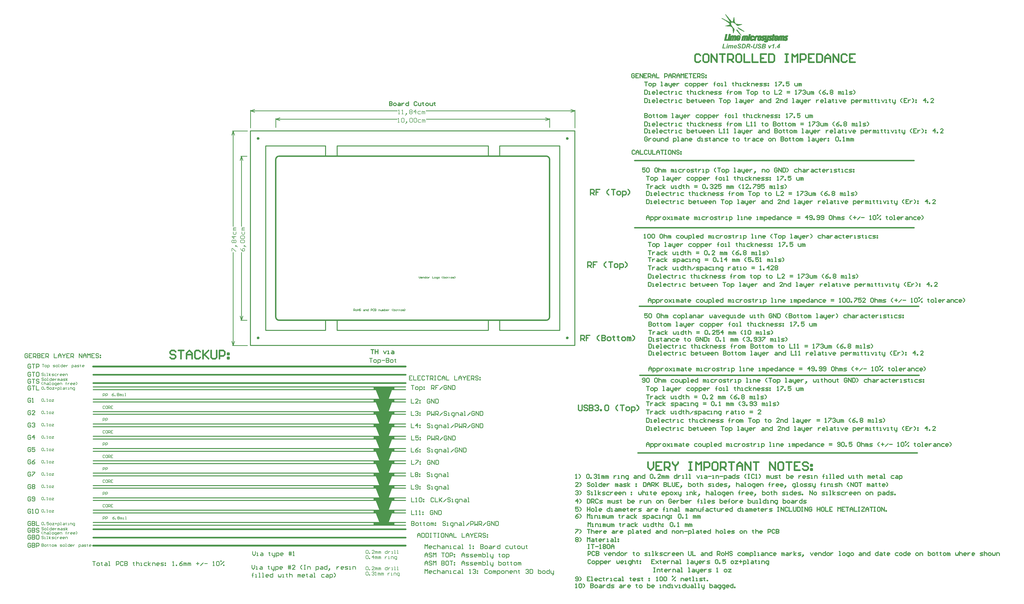
<source format=gm1>
G04 Layer_Color=16711935*
%FSLAX44Y44*%
%MOMM*%
G71*
G01*
G75*
%ADD11C,0.3500*%
%ADD12C,0.2000*%
%ADD14C,0.3000*%
%ADD16C,0.1500*%
%ADD100C,0.4000*%
%ADD101C,0.7000*%
%ADD102C,0.5000*%
%ADD103C,0.6000*%
%ADD134C,0.2540*%
%ADD176C,0.0254*%
%ADD177C,0.0260*%
%ADD300C,0.1524*%
G36*
X1648027Y993468D02*
X1644804D01*
X1647329Y1005543D01*
X1650576D01*
X1648027Y993468D01*
D02*
G37*
G36*
X1709845Y1010089D02*
X1710254D01*
X1710591Y1010065D01*
X1710711D01*
X1710831Y1010041D01*
X1710879D01*
X1711000Y1010017D01*
X1711192Y1009993D01*
X1711457Y1009945D01*
X1711745Y1009897D01*
X1712058Y1009825D01*
X1712683Y1009608D01*
X1712731Y1009584D01*
X1712828Y1009560D01*
X1712972Y1009488D01*
X1713188Y1009392D01*
X1713405Y1009247D01*
X1713670Y1009103D01*
X1713910Y1008935D01*
X1714175Y1008718D01*
X1714199Y1008694D01*
X1714295Y1008622D01*
X1714415Y1008502D01*
X1714584Y1008333D01*
X1714752Y1008141D01*
X1714944Y1007900D01*
X1715137Y1007636D01*
X1715329Y1007347D01*
X1715353Y1007323D01*
X1715401Y1007203D01*
X1715498Y1007034D01*
X1715594Y1006818D01*
X1715714Y1006553D01*
X1715858Y1006241D01*
X1715979Y1005880D01*
X1716075Y1005495D01*
X1716099Y1005447D01*
X1716123Y1005303D01*
X1716171Y1005086D01*
X1716219Y1004821D01*
X1716267Y1004485D01*
X1716292Y1004076D01*
X1716340Y1003667D01*
Y1003210D01*
Y1003186D01*
Y1003090D01*
Y1002945D01*
X1716315Y1002753D01*
Y1002512D01*
X1716292Y1002248D01*
X1716243Y1001935D01*
X1716219Y1001598D01*
X1716147Y1001237D01*
X1716099Y1000853D01*
X1715907Y1000059D01*
X1715642Y999241D01*
X1715498Y998832D01*
X1715305Y998423D01*
Y998399D01*
X1715257Y998327D01*
X1715209Y998231D01*
X1715113Y998086D01*
X1715017Y997894D01*
X1714896Y997701D01*
X1714584Y997220D01*
X1714223Y996691D01*
X1713766Y996138D01*
X1713261Y995609D01*
X1712708Y995104D01*
X1712683D01*
X1712659Y995055D01*
X1712587Y995007D01*
X1712491Y994959D01*
X1712371Y994863D01*
X1712226Y994791D01*
X1711866Y994575D01*
X1711433Y994358D01*
X1710903Y994117D01*
X1710302Y993901D01*
X1709629Y993708D01*
X1709581D01*
X1709508Y993684D01*
X1709436Y993660D01*
X1709316D01*
X1709172Y993636D01*
X1709003Y993612D01*
X1708811Y993588D01*
X1708594Y993564D01*
X1708354Y993540D01*
X1708089Y993516D01*
X1707776D01*
X1707464Y993492D01*
X1707103Y993468D01*
X1700464D01*
X1703952Y1010113D01*
X1709436D01*
X1709845Y1010089D01*
D02*
G37*
G36*
X1740321Y997894D02*
X1733995D01*
X1734621Y1001045D01*
X1740947D01*
X1740321Y997894D01*
D02*
G37*
G36*
X1634677Y996258D02*
X1643192D01*
X1642615Y993468D01*
X1630684D01*
X1634172Y1010113D01*
X1637587D01*
X1634677Y996258D01*
D02*
G37*
G36*
X1693849Y1010402D02*
X1694090Y1010378D01*
X1694379Y1010354D01*
X1694691Y1010306D01*
X1695028Y1010257D01*
X1695774Y1010089D01*
X1696158Y1009969D01*
X1696519Y1009849D01*
X1696904Y1009680D01*
X1697265Y1009488D01*
X1697602Y1009271D01*
X1697914Y1009031D01*
X1697938Y1009007D01*
X1697986Y1008959D01*
X1698059Y1008886D01*
X1698179Y1008790D01*
X1698299Y1008646D01*
X1698444Y1008478D01*
X1698588Y1008285D01*
X1698732Y1008069D01*
X1698901Y1007804D01*
X1699069Y1007540D01*
X1699213Y1007227D01*
X1699358Y1006914D01*
X1699478Y1006553D01*
X1699574Y1006192D01*
X1699646Y1005783D01*
X1699694Y1005375D01*
X1696423Y1005230D01*
Y1005254D01*
Y1005278D01*
X1696399Y1005423D01*
X1696327Y1005639D01*
X1696255Y1005904D01*
X1696134Y1006192D01*
X1695990Y1006505D01*
X1695798Y1006794D01*
X1695533Y1007058D01*
X1695509Y1007082D01*
X1695389Y1007155D01*
X1695220Y1007275D01*
X1694980Y1007395D01*
X1694691Y1007491D01*
X1694306Y1007612D01*
X1693849Y1007684D01*
X1693344Y1007708D01*
X1693104D01*
X1692863Y1007684D01*
X1692550Y1007636D01*
X1692238Y1007588D01*
X1691901Y1007491D01*
X1691588Y1007371D01*
X1691324Y1007203D01*
X1691300Y1007179D01*
X1691227Y1007106D01*
X1691131Y1007010D01*
X1691035Y1006866D01*
X1690915Y1006674D01*
X1690818Y1006457D01*
X1690746Y1006192D01*
X1690722Y1005928D01*
Y1005904D01*
Y1005808D01*
X1690746Y1005687D01*
X1690795Y1005519D01*
X1690867Y1005327D01*
X1690963Y1005134D01*
X1691083Y1004942D01*
X1691275Y1004749D01*
X1691300Y1004725D01*
X1691396Y1004653D01*
X1691540Y1004557D01*
X1691781Y1004413D01*
X1691949Y1004316D01*
X1692117Y1004220D01*
X1692310Y1004100D01*
X1692550Y1003979D01*
X1692791Y1003859D01*
X1693080Y1003715D01*
X1693392Y1003571D01*
X1693729Y1003426D01*
X1693753Y1003402D01*
X1693849Y1003378D01*
X1693994Y1003306D01*
X1694186Y1003234D01*
X1694427Y1003114D01*
X1694691Y1002993D01*
X1695269Y1002705D01*
X1695894Y1002392D01*
X1696495Y1002055D01*
X1696784Y1001887D01*
X1697024Y1001718D01*
X1697241Y1001550D01*
X1697409Y1001406D01*
X1697433Y1001382D01*
X1697457Y1001358D01*
X1697529Y1001285D01*
X1697602Y1001213D01*
X1697794Y1000949D01*
X1698011Y1000612D01*
X1698227Y1000203D01*
X1698396Y999698D01*
X1698540Y999121D01*
X1698564Y998832D01*
X1698588Y998495D01*
Y998471D01*
Y998399D01*
Y998279D01*
X1698564Y998134D01*
X1698540Y997942D01*
X1698492Y997701D01*
X1698444Y997461D01*
X1698371Y997196D01*
X1698275Y996908D01*
X1698155Y996595D01*
X1698011Y996282D01*
X1697842Y995970D01*
X1697650Y995657D01*
X1697409Y995320D01*
X1697145Y995032D01*
X1696832Y994719D01*
X1696808Y994695D01*
X1696760Y994647D01*
X1696640Y994575D01*
X1696519Y994478D01*
X1696327Y994358D01*
X1696110Y994214D01*
X1695870Y994093D01*
X1695557Y993949D01*
X1695244Y993781D01*
X1694884Y993660D01*
X1694475Y993516D01*
X1694042Y993396D01*
X1693585Y993300D01*
X1693080Y993227D01*
X1692550Y993179D01*
X1691973Y993155D01*
X1691612D01*
X1691420Y993179D01*
X1691203Y993203D01*
X1690963D01*
X1690698Y993251D01*
X1690121Y993324D01*
X1689496Y993444D01*
X1688846Y993612D01*
X1688245Y993853D01*
X1688221D01*
X1688173Y993877D01*
X1688100Y993925D01*
X1687980Y993997D01*
X1687716Y994141D01*
X1687379Y994382D01*
X1687018Y994647D01*
X1686657Y995007D01*
X1686320Y995392D01*
X1686032Y995849D01*
Y995873D01*
X1686008Y995897D01*
X1685984Y995970D01*
X1685936Y996090D01*
X1685887Y996210D01*
X1685839Y996354D01*
X1685719Y996715D01*
X1685599Y997148D01*
X1685503Y997653D01*
X1685455Y998207D01*
X1685430Y998808D01*
X1688702Y999000D01*
Y998976D01*
Y998928D01*
Y998856D01*
X1688726Y998760D01*
X1688750Y998471D01*
X1688798Y998158D01*
X1688846Y997798D01*
X1688942Y997437D01*
X1689063Y997124D01*
X1689231Y996884D01*
X1689279Y996835D01*
X1689375Y996739D01*
X1689568Y996619D01*
X1689856Y996451D01*
X1690025Y996378D01*
X1690241Y996282D01*
X1690458Y996210D01*
X1690722Y996162D01*
X1690987Y996090D01*
X1691300Y996066D01*
X1691636Y996018D01*
X1692262D01*
X1692406Y996042D01*
X1692574D01*
X1692935Y996090D01*
X1693320Y996162D01*
X1693729Y996282D01*
X1694114Y996427D01*
X1694427Y996619D01*
X1694451Y996643D01*
X1694547Y996715D01*
X1694667Y996860D01*
X1694811Y997028D01*
X1694956Y997244D01*
X1695076Y997485D01*
X1695172Y997750D01*
X1695196Y998062D01*
Y998086D01*
Y998183D01*
X1695172Y998327D01*
X1695124Y998495D01*
X1695052Y998688D01*
X1694932Y998904D01*
X1694787Y999121D01*
X1694571Y999313D01*
X1694547Y999337D01*
X1694475Y999385D01*
X1694330Y999481D01*
X1694114Y999602D01*
X1693970Y999698D01*
X1693801Y999794D01*
X1693609Y999890D01*
X1693392Y999987D01*
X1693128Y1000107D01*
X1692863Y1000251D01*
X1692526Y1000396D01*
X1692190Y1000540D01*
X1692166D01*
X1692093Y1000588D01*
X1691997Y1000612D01*
X1691877Y1000684D01*
X1691709Y1000756D01*
X1691516Y1000828D01*
X1691107Y1001021D01*
X1690650Y1001261D01*
X1690169Y1001478D01*
X1689736Y1001718D01*
X1689520Y1001839D01*
X1689351Y1001935D01*
X1689303Y1001959D01*
X1689207Y1002031D01*
X1689039Y1002176D01*
X1688846Y1002344D01*
X1688630Y1002536D01*
X1688389Y1002801D01*
X1688173Y1003090D01*
X1687956Y1003402D01*
X1687932Y1003450D01*
X1687884Y1003571D01*
X1687788Y1003763D01*
X1687716Y1004004D01*
X1687619Y1004316D01*
X1687523Y1004677D01*
X1687475Y1005086D01*
X1687451Y1005519D01*
Y1005543D01*
Y1005615D01*
Y1005735D01*
X1687475Y1005880D01*
X1687499Y1006048D01*
X1687523Y1006265D01*
X1687571Y1006505D01*
X1687643Y1006746D01*
X1687812Y1007299D01*
X1687956Y1007588D01*
X1688100Y1007900D01*
X1688269Y1008189D01*
X1688461Y1008478D01*
X1688702Y1008766D01*
X1688966Y1009031D01*
X1688990Y1009055D01*
X1689039Y1009103D01*
X1689135Y1009151D01*
X1689255Y1009247D01*
X1689399Y1009343D01*
X1689592Y1009464D01*
X1689832Y1009608D01*
X1690097Y1009728D01*
X1690385Y1009849D01*
X1690698Y1009993D01*
X1691059Y1010113D01*
X1691468Y1010209D01*
X1691901Y1010306D01*
X1692358Y1010378D01*
X1692839Y1010402D01*
X1693368Y1010426D01*
X1693657D01*
X1693849Y1010402D01*
D02*
G37*
G36*
X1668064Y1005760D02*
X1668376Y1005711D01*
X1668737Y1005615D01*
X1669122Y1005471D01*
X1669483Y1005278D01*
X1669796Y1005014D01*
X1669819Y1004990D01*
X1669916Y1004870D01*
X1670060Y1004701D01*
X1670204Y1004461D01*
X1670349Y1004172D01*
X1670493Y1003835D01*
X1670589Y1003426D01*
X1670613Y1002969D01*
Y1002945D01*
Y1002849D01*
X1670589Y1002681D01*
X1670565Y1002464D01*
X1670541Y1002176D01*
X1670469Y1001791D01*
X1670397Y1001334D01*
X1670277Y1000804D01*
X1668689Y993468D01*
X1665466D01*
X1667029Y1000804D01*
Y1000828D01*
X1667053Y1000877D01*
Y1000925D01*
X1667077Y1001021D01*
X1667126Y1001261D01*
X1667174Y1001526D01*
X1667222Y1001791D01*
X1667270Y1002055D01*
X1667318Y1002248D01*
Y1002320D01*
Y1002368D01*
Y1002392D01*
Y1002464D01*
X1667294Y1002536D01*
X1667270Y1002656D01*
X1667198Y1002921D01*
X1667101Y1003041D01*
X1667005Y1003162D01*
X1666981Y1003186D01*
X1666957Y1003210D01*
X1666885Y1003258D01*
X1666789Y1003330D01*
X1666669Y1003378D01*
X1666500Y1003426D01*
X1666332Y1003450D01*
X1666115Y1003474D01*
X1665995D01*
X1665899Y1003450D01*
X1665658Y1003402D01*
X1665370Y1003306D01*
X1665033Y1003162D01*
X1664648Y1002921D01*
X1664456Y1002777D01*
X1664263Y1002608D01*
X1664095Y1002416D01*
X1663902Y1002176D01*
X1663878Y1002127D01*
X1663830Y1002079D01*
X1663782Y1002007D01*
X1663734Y1001887D01*
X1663662Y1001767D01*
X1663566Y1001598D01*
X1663493Y1001430D01*
X1663397Y1001213D01*
X1663301Y1000973D01*
X1663205Y1000708D01*
X1663109Y1000419D01*
X1662988Y1000107D01*
X1662892Y999746D01*
X1662796Y999361D01*
X1662700Y998928D01*
X1661545Y993468D01*
X1658322D01*
X1659837Y1000732D01*
Y1000756D01*
X1659861Y1000780D01*
X1659885Y1000949D01*
X1659933Y1001165D01*
X1659982Y1001406D01*
X1660030Y1001694D01*
X1660054Y1001959D01*
X1660102Y1002199D01*
Y1002368D01*
Y1002392D01*
Y1002440D01*
X1660078Y1002536D01*
X1660054Y1002656D01*
X1659957Y1002897D01*
X1659885Y1003041D01*
X1659765Y1003162D01*
X1659741Y1003186D01*
X1659717Y1003210D01*
X1659645Y1003258D01*
X1659549Y1003330D01*
X1659404Y1003378D01*
X1659260Y1003426D01*
X1659092Y1003450D01*
X1658875Y1003474D01*
X1658779D01*
X1658683Y1003450D01*
X1658538Y1003426D01*
X1658370Y1003402D01*
X1658177Y1003330D01*
X1657985Y1003258D01*
X1657769Y1003138D01*
X1657744Y1003114D01*
X1657672Y1003090D01*
X1657552Y1003017D01*
X1657432Y1002921D01*
X1657263Y1002801D01*
X1657095Y1002633D01*
X1656927Y1002464D01*
X1656758Y1002272D01*
X1656734Y1002248D01*
X1656686Y1002176D01*
X1656614Y1002055D01*
X1656518Y1001887D01*
X1656398Y1001694D01*
X1656277Y1001430D01*
X1656157Y1001165D01*
X1656037Y1000853D01*
Y1000828D01*
X1656013Y1000756D01*
X1655965Y1000636D01*
X1655916Y1000468D01*
X1655868Y1000227D01*
X1655772Y999890D01*
X1655676Y999505D01*
X1655628Y999265D01*
X1655556Y999000D01*
X1654401Y993468D01*
X1651178D01*
X1653703Y1005543D01*
X1656758D01*
X1656470Y1004076D01*
X1656494Y1004100D01*
X1656542Y1004148D01*
X1656638Y1004244D01*
X1656782Y1004340D01*
X1656951Y1004485D01*
X1657143Y1004629D01*
X1657360Y1004773D01*
X1657624Y1004942D01*
X1658202Y1005254D01*
X1658827Y1005543D01*
X1659188Y1005639D01*
X1659525Y1005735D01*
X1659909Y1005783D01*
X1660270Y1005808D01*
X1660487D01*
X1660751Y1005783D01*
X1661040Y1005735D01*
X1661377Y1005663D01*
X1661738Y1005567D01*
X1662074Y1005423D01*
X1662363Y1005230D01*
X1662387Y1005206D01*
X1662483Y1005134D01*
X1662603Y1004990D01*
X1662772Y1004821D01*
X1662916Y1004605D01*
X1663085Y1004316D01*
X1663229Y1004028D01*
X1663325Y1003667D01*
X1663349Y1003715D01*
X1663445Y1003811D01*
X1663590Y1003979D01*
X1663782Y1004196D01*
X1664047Y1004436D01*
X1664335Y1004677D01*
X1664696Y1004942D01*
X1665105Y1005182D01*
X1665129D01*
X1665153Y1005206D01*
X1665225Y1005230D01*
X1665322Y1005278D01*
X1665538Y1005375D01*
X1665851Y1005495D01*
X1666212Y1005615D01*
X1666644Y1005711D01*
X1667077Y1005783D01*
X1667558Y1005808D01*
X1667799D01*
X1668064Y1005760D01*
D02*
G37*
G36*
X1679441Y1005783D02*
X1679633Y1005760D01*
X1679850Y1005735D01*
X1680090Y1005687D01*
X1680355Y1005639D01*
X1680932Y1005471D01*
X1681221Y1005375D01*
X1681510Y1005230D01*
X1681798Y1005062D01*
X1682087Y1004893D01*
X1682352Y1004677D01*
X1682616Y1004436D01*
X1682640Y1004413D01*
X1682664Y1004364D01*
X1682736Y1004292D01*
X1682833Y1004196D01*
X1682929Y1004052D01*
X1683025Y1003883D01*
X1683145Y1003667D01*
X1683290Y1003450D01*
X1683410Y1003186D01*
X1683530Y1002897D01*
X1683626Y1002584D01*
X1683723Y1002224D01*
X1683819Y1001863D01*
X1683891Y1001454D01*
X1683915Y1001045D01*
X1683939Y1000588D01*
Y1000564D01*
Y1000540D01*
Y1000396D01*
Y1000155D01*
X1683915Y999890D01*
X1683891Y999554D01*
X1683843Y999193D01*
X1683699Y998471D01*
X1675520D01*
Y998447D01*
Y998351D01*
X1675496Y998255D01*
Y998158D01*
Y998134D01*
Y998110D01*
Y997966D01*
X1675544Y997750D01*
X1675592Y997461D01*
X1675665Y997148D01*
X1675785Y996835D01*
X1675953Y996499D01*
X1676170Y996210D01*
X1676194Y996186D01*
X1676290Y996090D01*
X1676434Y995994D01*
X1676651Y995849D01*
X1676891Y995729D01*
X1677180Y995609D01*
X1677517Y995513D01*
X1677878Y995489D01*
X1678046D01*
X1678142Y995513D01*
X1678286Y995537D01*
X1678455Y995585D01*
X1678816Y995705D01*
X1679008Y995777D01*
X1679225Y995897D01*
X1679441Y996042D01*
X1679633Y996210D01*
X1679850Y996403D01*
X1680067Y996619D01*
X1680259Y996884D01*
X1680427Y997172D01*
X1683338Y996691D01*
Y996667D01*
X1683290Y996619D01*
X1683242Y996523D01*
X1683169Y996403D01*
X1683097Y996258D01*
X1682977Y996090D01*
X1682736Y995681D01*
X1682400Y995248D01*
X1681991Y994815D01*
X1681534Y994382D01*
X1681029Y994021D01*
X1681005D01*
X1680957Y993973D01*
X1680884Y993949D01*
X1680788Y993877D01*
X1680644Y993829D01*
X1680499Y993757D01*
X1680090Y993588D01*
X1679633Y993420D01*
X1679080Y993300D01*
X1678503Y993203D01*
X1677854Y993155D01*
X1677613D01*
X1677445Y993179D01*
X1677228Y993203D01*
X1676988Y993227D01*
X1676723Y993276D01*
X1676434Y993348D01*
X1675809Y993540D01*
X1675472Y993660D01*
X1675135Y993805D01*
X1674823Y993973D01*
X1674486Y994190D01*
X1674173Y994430D01*
X1673885Y994695D01*
X1673861Y994719D01*
X1673813Y994767D01*
X1673740Y994863D01*
X1673644Y994983D01*
X1673524Y995128D01*
X1673404Y995320D01*
X1673259Y995537D01*
X1673139Y995777D01*
X1672995Y996066D01*
X1672850Y996354D01*
X1672730Y996691D01*
X1672610Y997052D01*
X1672514Y997437D01*
X1672441Y997870D01*
X1672393Y998303D01*
X1672369Y998760D01*
Y998784D01*
Y998880D01*
Y999000D01*
X1672393Y999169D01*
X1672417Y999385D01*
X1672441Y999650D01*
X1672489Y999939D01*
X1672538Y1000251D01*
X1672706Y1000925D01*
X1672826Y1001285D01*
X1672946Y1001670D01*
X1673115Y1002055D01*
X1673283Y1002440D01*
X1673500Y1002825D01*
X1673740Y1003186D01*
X1673764Y1003210D01*
X1673837Y1003306D01*
X1673933Y1003426D01*
X1674077Y1003595D01*
X1674294Y1003787D01*
X1674510Y1004028D01*
X1674799Y1004244D01*
X1675111Y1004509D01*
X1675472Y1004749D01*
X1675881Y1004990D01*
X1676314Y1005206D01*
X1676795Y1005399D01*
X1677300Y1005567D01*
X1677854Y1005687D01*
X1678455Y1005783D01*
X1679080Y1005808D01*
X1679297D01*
X1679441Y1005783D01*
D02*
G37*
G36*
X1839519Y999602D02*
X1841588D01*
X1840986Y996860D01*
X1838966D01*
X1838244Y993468D01*
X1835189D01*
X1835887Y996860D01*
X1829344D01*
X1829898Y999554D01*
X1838918Y1010113D01*
X1841732D01*
X1839519Y999602D01*
D02*
G37*
G36*
X1826530Y993468D02*
X1823307D01*
X1823932Y996619D01*
X1827155D01*
X1826530Y993468D01*
D02*
G37*
G36*
X1817654D02*
X1814383D01*
X1816788Y1004990D01*
X1816740Y1004966D01*
X1816620Y1004870D01*
X1816403Y1004749D01*
X1816115Y1004581D01*
X1815778Y1004388D01*
X1815369Y1004196D01*
X1814912Y1003979D01*
X1814431Y1003763D01*
X1814407D01*
X1814383Y1003739D01*
X1814311Y1003715D01*
X1814214Y1003667D01*
X1813950Y1003595D01*
X1813637Y1003474D01*
X1813276Y1003354D01*
X1812867Y1003234D01*
X1812483Y1003114D01*
X1812074Y1003017D01*
X1812699Y1005928D01*
X1812723D01*
X1812747Y1005952D01*
X1812892Y1006000D01*
X1813108Y1006120D01*
X1813397Y1006265D01*
X1813733Y1006433D01*
X1814142Y1006625D01*
X1814599Y1006866D01*
X1815080Y1007155D01*
X1815586Y1007443D01*
X1816115Y1007780D01*
X1816668Y1008141D01*
X1817197Y1008502D01*
X1817726Y1008911D01*
X1818255Y1009319D01*
X1818737Y1009752D01*
X1819194Y1010209D01*
X1821166D01*
X1817654Y993468D01*
D02*
G37*
G36*
X1757183Y1000684D02*
Y1000660D01*
X1757159Y1000564D01*
X1757135Y1000419D01*
X1757087Y1000227D01*
X1757015Y999987D01*
X1756942Y999722D01*
X1756870Y999433D01*
X1756774Y999121D01*
X1756582Y998447D01*
X1756341Y997726D01*
X1756052Y997052D01*
X1755908Y996739D01*
X1755764Y996451D01*
Y996427D01*
X1755716Y996378D01*
X1755668Y996306D01*
X1755620Y996210D01*
X1755427Y995946D01*
X1755138Y995609D01*
X1754802Y995224D01*
X1754369Y994839D01*
X1753864Y994430D01*
X1753286Y994069D01*
X1753262D01*
X1753214Y994021D01*
X1753118Y993997D01*
X1752998Y993925D01*
X1752829Y993853D01*
X1752637Y993781D01*
X1752420Y993708D01*
X1752156Y993612D01*
X1751867Y993516D01*
X1751554Y993444D01*
X1751218Y993372D01*
X1750857Y993300D01*
X1750472Y993251D01*
X1750039Y993203D01*
X1749149Y993155D01*
X1748860D01*
X1748644Y993179D01*
X1748403Y993203D01*
X1748115Y993227D01*
X1747778Y993276D01*
X1747441Y993324D01*
X1746696Y993492D01*
X1746287Y993612D01*
X1745902Y993757D01*
X1745541Y993925D01*
X1745180Y994117D01*
X1744819Y994334D01*
X1744507Y994575D01*
X1744483Y994598D01*
X1744434Y994647D01*
X1744362Y994719D01*
X1744266Y994839D01*
X1744146Y994983D01*
X1744001Y995152D01*
X1743857Y995344D01*
X1743713Y995585D01*
X1743569Y995825D01*
X1743424Y996114D01*
X1743280Y996403D01*
X1743160Y996739D01*
X1743063Y997076D01*
X1742991Y997461D01*
X1742943Y997846D01*
X1742919Y998255D01*
Y998279D01*
Y998327D01*
X1742943Y998423D01*
Y998543D01*
X1742967Y998712D01*
X1742991Y998880D01*
X1743039Y999265D01*
Y999289D01*
X1743063Y999337D01*
Y999481D01*
X1743112Y999650D01*
X1743160Y999939D01*
X1743184Y1000107D01*
X1743232Y1000299D01*
X1743280Y1000516D01*
X1743328Y1000756D01*
X1743376Y1001021D01*
X1743448Y1001334D01*
X1745421Y1010113D01*
X1748812D01*
X1746840Y1001045D01*
X1746335Y998832D01*
Y998808D01*
Y998784D01*
X1746311Y998640D01*
X1746287Y998399D01*
X1746239Y998110D01*
Y998062D01*
X1746263Y997966D01*
X1746287Y997798D01*
X1746335Y997581D01*
X1746431Y997341D01*
X1746575Y997076D01*
X1746744Y996835D01*
X1747008Y996595D01*
X1747056Y996571D01*
X1747153Y996499D01*
X1747345Y996403D01*
X1747585Y996306D01*
X1747922Y996210D01*
X1748307Y996114D01*
X1748764Y996042D01*
X1749293Y996018D01*
X1749510D01*
X1749774Y996042D01*
X1750087Y996066D01*
X1750424Y996138D01*
X1750785Y996210D01*
X1751169Y996330D01*
X1751506Y996475D01*
X1751554Y996499D01*
X1751651Y996571D01*
X1751819Y996667D01*
X1752011Y996812D01*
X1752228Y997004D01*
X1752468Y997244D01*
X1752685Y997533D01*
X1752877Y997846D01*
X1752901Y997894D01*
X1752950Y998038D01*
X1752998Y998134D01*
X1753046Y998255D01*
X1753118Y998423D01*
X1753190Y998591D01*
X1753238Y998808D01*
X1753334Y999024D01*
X1753407Y999289D01*
X1753479Y999578D01*
X1753575Y999890D01*
X1753671Y1000227D01*
X1753743Y1000588D01*
X1753840Y1000997D01*
X1755764Y1010113D01*
X1759179D01*
X1757183Y1000684D01*
D02*
G37*
G36*
X1803318Y993468D02*
X1800528D01*
X1798123Y1005543D01*
X1801322D01*
X1802139Y1000251D01*
Y1000227D01*
X1802164Y1000155D01*
Y1000059D01*
X1802188Y999914D01*
X1802212Y999746D01*
X1802260Y999529D01*
X1802332Y999097D01*
X1802404Y998615D01*
X1802476Y998158D01*
X1802524Y997750D01*
X1802548Y997581D01*
X1802572Y997437D01*
X1802596Y997485D01*
X1802645Y997557D01*
X1802717Y997677D01*
X1802813Y997870D01*
X1802957Y998110D01*
X1803126Y998447D01*
X1803246Y998664D01*
X1803366Y998880D01*
Y998904D01*
X1803390Y998928D01*
X1803486Y999072D01*
X1803607Y999289D01*
X1803751Y999554D01*
X1803895Y999818D01*
X1804040Y1000059D01*
X1804160Y1000275D01*
X1804232Y1000419D01*
X1807239Y1005543D01*
X1810751D01*
X1803318Y993468D01*
D02*
G37*
G36*
X1728799Y1010089D02*
X1729232Y1010065D01*
X1729713Y1010017D01*
X1730195Y1009945D01*
X1730676Y1009849D01*
X1731109Y1009704D01*
X1731133D01*
X1731157Y1009680D01*
X1731277Y1009632D01*
X1731469Y1009536D01*
X1731710Y1009392D01*
X1731999Y1009175D01*
X1732287Y1008935D01*
X1732552Y1008622D01*
X1732816Y1008261D01*
X1732841Y1008213D01*
X1732913Y1008069D01*
X1733033Y1007852D01*
X1733153Y1007563D01*
X1733273Y1007203D01*
X1733394Y1006770D01*
X1733466Y1006265D01*
X1733490Y1005735D01*
Y1005711D01*
Y1005639D01*
Y1005543D01*
X1733466Y1005375D01*
X1733442Y1005206D01*
X1733418Y1004990D01*
X1733394Y1004749D01*
X1733322Y1004509D01*
X1733177Y1003955D01*
X1732961Y1003354D01*
X1732816Y1003065D01*
X1732648Y1002777D01*
X1732432Y1002488D01*
X1732215Y1002224D01*
X1732191Y1002199D01*
X1732167Y1002176D01*
X1732071Y1002103D01*
X1731975Y1002007D01*
X1731830Y1001887D01*
X1731686Y1001767D01*
X1731494Y1001646D01*
X1731253Y1001502D01*
X1731012Y1001358D01*
X1730724Y1001213D01*
X1730411Y1001069D01*
X1730050Y1000925D01*
X1729689Y1000804D01*
X1729281Y1000708D01*
X1728824Y1000612D01*
X1728367Y1000540D01*
X1728391Y1000516D01*
X1728487Y1000444D01*
X1728607Y1000299D01*
X1728775Y1000131D01*
X1728944Y999890D01*
X1729160Y999626D01*
X1729377Y999313D01*
X1729593Y998976D01*
X1729617Y998952D01*
X1729641Y998880D01*
X1729713Y998784D01*
X1729786Y998615D01*
X1729906Y998423D01*
X1730026Y998183D01*
X1730170Y997894D01*
X1730339Y997557D01*
X1730531Y997196D01*
X1730724Y996787D01*
X1730940Y996330D01*
X1731157Y995825D01*
X1731397Y995296D01*
X1731638Y994719D01*
X1731902Y994117D01*
X1732167Y993468D01*
X1728487D01*
Y993492D01*
X1728463Y993540D01*
X1728439Y993612D01*
X1728391Y993733D01*
X1728342Y993877D01*
X1728270Y994069D01*
X1728198Y994286D01*
X1728102Y994550D01*
X1727982Y994839D01*
X1727861Y995152D01*
X1727717Y995513D01*
X1727549Y995897D01*
X1727380Y996330D01*
X1727188Y996812D01*
X1726971Y997317D01*
X1726731Y997846D01*
Y997870D01*
X1726707Y997918D01*
X1726659Y997990D01*
X1726611Y998110D01*
X1726466Y998375D01*
X1726274Y998712D01*
X1726057Y999072D01*
X1725817Y999433D01*
X1725528Y999770D01*
X1725384Y999890D01*
X1725240Y1000011D01*
X1725215Y1000035D01*
X1725143Y1000059D01*
X1725023Y1000107D01*
X1724855Y1000179D01*
X1724614Y1000251D01*
X1724326Y1000299D01*
X1723965Y1000323D01*
X1723532Y1000347D01*
X1722137D01*
X1720693Y993468D01*
X1717302D01*
X1720789Y1010113D01*
X1728631D01*
X1728799Y1010089D01*
D02*
G37*
G36*
X1784219D02*
X1784652D01*
X1785085Y1010065D01*
X1785470Y1010041D01*
X1785663Y1010017D01*
X1785807Y1009993D01*
X1785855D01*
X1786024Y1009969D01*
X1786240Y1009921D01*
X1786529Y1009849D01*
X1786841Y1009752D01*
X1787202Y1009632D01*
X1787539Y1009488D01*
X1787876Y1009295D01*
X1787924Y1009271D01*
X1788020Y1009199D01*
X1788164Y1009079D01*
X1788357Y1008935D01*
X1788573Y1008742D01*
X1788790Y1008502D01*
X1789006Y1008237D01*
X1789174Y1007924D01*
X1789199Y1007876D01*
X1789247Y1007780D01*
X1789319Y1007612D01*
X1789415Y1007371D01*
X1789487Y1007106D01*
X1789559Y1006770D01*
X1789608Y1006433D01*
X1789632Y1006048D01*
Y1006024D01*
Y1005976D01*
Y1005904D01*
Y1005808D01*
X1789583Y1005567D01*
X1789535Y1005230D01*
X1789439Y1004870D01*
X1789295Y1004461D01*
X1789102Y1004052D01*
X1788838Y1003643D01*
X1788814Y1003595D01*
X1788693Y1003474D01*
X1788501Y1003306D01*
X1788260Y1003065D01*
X1787924Y1002825D01*
X1787515Y1002560D01*
X1787034Y1002320D01*
X1786456Y1002103D01*
X1786481D01*
X1786505Y1002079D01*
X1786577Y1002055D01*
X1786673Y1002031D01*
X1786913Y1001959D01*
X1787202Y1001815D01*
X1787515Y1001646D01*
X1787852Y1001430D01*
X1788188Y1001165D01*
X1788477Y1000853D01*
X1788501Y1000804D01*
X1788597Y1000708D01*
X1788717Y1000516D01*
X1788838Y1000275D01*
X1788982Y999962D01*
X1789078Y999626D01*
X1789174Y999241D01*
X1789199Y998832D01*
Y998808D01*
Y998760D01*
Y998688D01*
X1789174Y998567D01*
Y998447D01*
X1789150Y998279D01*
X1789102Y997918D01*
X1788982Y997461D01*
X1788838Y996980D01*
X1788621Y996475D01*
X1788333Y995970D01*
Y995946D01*
X1788284Y995921D01*
X1788236Y995849D01*
X1788188Y995753D01*
X1787996Y995513D01*
X1787731Y995224D01*
X1787395Y994911D01*
X1786986Y994598D01*
X1786505Y994310D01*
X1785975Y994045D01*
X1785951D01*
X1785903Y994021D01*
X1785831Y993997D01*
X1785711Y993949D01*
X1785542Y993901D01*
X1785374Y993853D01*
X1785157Y993805D01*
X1784917Y993757D01*
X1784628Y993708D01*
X1784316Y993660D01*
X1783979Y993612D01*
X1783618Y993564D01*
X1783233Y993516D01*
X1782800Y993492D01*
X1782367Y993468D01*
X1774045D01*
X1777533Y1010113D01*
X1783835D01*
X1784219Y1010089D01*
D02*
G37*
G36*
X411875Y-423750D02*
X433000D01*
Y-433500D01*
X357250D01*
Y-423750D01*
X378125D01*
X365000Y-388750D01*
X425000D01*
X411875Y-423750D01*
D02*
G37*
G36*
Y-468750D02*
X433000D01*
Y-478500D01*
X357250D01*
Y-468750D01*
X378125D01*
X365000Y-433750D01*
X425000D01*
X411875Y-468750D01*
D02*
G37*
G36*
Y-513750D02*
X433000D01*
Y-523500D01*
X357250D01*
Y-513750D01*
X378125D01*
X365000Y-478750D01*
X425000D01*
X411875Y-513750D01*
D02*
G37*
G36*
Y-378750D02*
X433000D01*
Y-388500D01*
X357250D01*
Y-378750D01*
X378125D01*
X365000Y-343750D01*
X425000D01*
X411875Y-378750D01*
D02*
G37*
G36*
X433000Y-253500D02*
X357250D01*
Y-243750D01*
X433000D01*
Y-253500D01*
D02*
G37*
G36*
X411875Y-288750D02*
X433000D01*
Y-298500D01*
X357250D01*
Y-288750D01*
X378125D01*
X365000Y-253750D01*
X425000D01*
X411875Y-288750D01*
D02*
G37*
G36*
Y-333750D02*
X433000D01*
Y-343500D01*
X357250D01*
Y-333750D01*
X378125D01*
X365000Y-298750D01*
X425000D01*
X411875Y-333750D01*
D02*
G37*
G36*
Y-738750D02*
X433000D01*
Y-748500D01*
X357250D01*
Y-738750D01*
X378125D01*
X365000Y-703750D01*
X425000D01*
X411875Y-738750D01*
D02*
G37*
G36*
X1650913Y1007179D02*
X1647666D01*
X1648291Y1010113D01*
X1651515D01*
X1650913Y1007179D01*
D02*
G37*
G36*
X1767478Y1010402D02*
X1767719Y1010378D01*
X1768007Y1010354D01*
X1768320Y1010306D01*
X1768657Y1010257D01*
X1769402Y1010089D01*
X1769787Y1009969D01*
X1770148Y1009849D01*
X1770533Y1009680D01*
X1770894Y1009488D01*
X1771230Y1009271D01*
X1771543Y1009031D01*
X1771567Y1009007D01*
X1771615Y1008959D01*
X1771687Y1008886D01*
X1771808Y1008790D01*
X1771928Y1008646D01*
X1772072Y1008478D01*
X1772217Y1008285D01*
X1772361Y1008069D01*
X1772529Y1007804D01*
X1772698Y1007540D01*
X1772842Y1007227D01*
X1772986Y1006914D01*
X1773107Y1006553D01*
X1773203Y1006192D01*
X1773275Y1005783D01*
X1773323Y1005375D01*
X1770052Y1005230D01*
Y1005254D01*
Y1005278D01*
X1770028Y1005423D01*
X1769955Y1005639D01*
X1769883Y1005904D01*
X1769763Y1006192D01*
X1769619Y1006505D01*
X1769426Y1006794D01*
X1769162Y1007058D01*
X1769138Y1007082D01*
X1769017Y1007155D01*
X1768849Y1007275D01*
X1768609Y1007395D01*
X1768320Y1007491D01*
X1767935Y1007612D01*
X1767478Y1007684D01*
X1766973Y1007708D01*
X1766732D01*
X1766492Y1007684D01*
X1766179Y1007636D01*
X1765866Y1007588D01*
X1765530Y1007491D01*
X1765217Y1007371D01*
X1764952Y1007203D01*
X1764928Y1007179D01*
X1764856Y1007106D01*
X1764760Y1007010D01*
X1764664Y1006866D01*
X1764543Y1006674D01*
X1764447Y1006457D01*
X1764375Y1006192D01*
X1764351Y1005928D01*
Y1005904D01*
Y1005808D01*
X1764375Y1005687D01*
X1764423Y1005519D01*
X1764495Y1005327D01*
X1764592Y1005134D01*
X1764712Y1004942D01*
X1764904Y1004749D01*
X1764928Y1004725D01*
X1765025Y1004653D01*
X1765169Y1004557D01*
X1765409Y1004413D01*
X1765578Y1004316D01*
X1765746Y1004220D01*
X1765939Y1004100D01*
X1766179Y1003979D01*
X1766420Y1003859D01*
X1766708Y1003715D01*
X1767021Y1003571D01*
X1767358Y1003426D01*
X1767382Y1003402D01*
X1767478Y1003378D01*
X1767622Y1003306D01*
X1767815Y1003234D01*
X1768055Y1003114D01*
X1768320Y1002993D01*
X1768897Y1002705D01*
X1769523Y1002392D01*
X1770124Y1002055D01*
X1770412Y1001887D01*
X1770653Y1001718D01*
X1770870Y1001550D01*
X1771038Y1001406D01*
X1771062Y1001382D01*
X1771086Y1001358D01*
X1771158Y1001285D01*
X1771230Y1001213D01*
X1771423Y1000949D01*
X1771639Y1000612D01*
X1771856Y1000203D01*
X1772024Y999698D01*
X1772168Y999121D01*
X1772193Y998832D01*
X1772217Y998495D01*
Y998471D01*
Y998399D01*
Y998279D01*
X1772193Y998134D01*
X1772168Y997942D01*
X1772120Y997701D01*
X1772072Y997461D01*
X1772000Y997196D01*
X1771904Y996908D01*
X1771784Y996595D01*
X1771639Y996282D01*
X1771471Y995970D01*
X1771279Y995657D01*
X1771038Y995320D01*
X1770773Y995032D01*
X1770461Y994719D01*
X1770437Y994695D01*
X1770388Y994647D01*
X1770268Y994575D01*
X1770148Y994478D01*
X1769955Y994358D01*
X1769739Y994214D01*
X1769498Y994093D01*
X1769186Y993949D01*
X1768873Y993781D01*
X1768512Y993660D01*
X1768103Y993516D01*
X1767670Y993396D01*
X1767213Y993300D01*
X1766708Y993227D01*
X1766179Y993179D01*
X1765602Y993155D01*
X1765241D01*
X1765049Y993179D01*
X1764832Y993203D01*
X1764592D01*
X1764327Y993251D01*
X1763750Y993324D01*
X1763124Y993444D01*
X1762475Y993612D01*
X1761873Y993853D01*
X1761849D01*
X1761801Y993877D01*
X1761729Y993925D01*
X1761609Y993997D01*
X1761344Y994141D01*
X1761008Y994382D01*
X1760647Y994647D01*
X1760286Y995007D01*
X1759949Y995392D01*
X1759660Y995849D01*
Y995873D01*
X1759636Y995897D01*
X1759612Y995970D01*
X1759564Y996090D01*
X1759516Y996210D01*
X1759468Y996354D01*
X1759348Y996715D01*
X1759227Y997148D01*
X1759131Y997653D01*
X1759083Y998207D01*
X1759059Y998808D01*
X1762330Y999000D01*
Y998976D01*
Y998928D01*
Y998856D01*
X1762354Y998760D01*
X1762379Y998471D01*
X1762427Y998158D01*
X1762475Y997798D01*
X1762571Y997437D01*
X1762691Y997124D01*
X1762860Y996884D01*
X1762908Y996835D01*
X1763004Y996739D01*
X1763196Y996619D01*
X1763485Y996451D01*
X1763653Y996378D01*
X1763870Y996282D01*
X1764086Y996210D01*
X1764351Y996162D01*
X1764616Y996090D01*
X1764928Y996066D01*
X1765265Y996018D01*
X1765890D01*
X1766035Y996042D01*
X1766203D01*
X1766564Y996090D01*
X1766949Y996162D01*
X1767358Y996282D01*
X1767743Y996427D01*
X1768055Y996619D01*
X1768079Y996643D01*
X1768176Y996715D01*
X1768296Y996860D01*
X1768440Y997028D01*
X1768584Y997244D01*
X1768705Y997485D01*
X1768801Y997750D01*
X1768825Y998062D01*
Y998086D01*
Y998183D01*
X1768801Y998327D01*
X1768753Y998495D01*
X1768681Y998688D01*
X1768560Y998904D01*
X1768416Y999121D01*
X1768200Y999313D01*
X1768176Y999337D01*
X1768103Y999385D01*
X1767959Y999481D01*
X1767743Y999602D01*
X1767598Y999698D01*
X1767430Y999794D01*
X1767237Y999890D01*
X1767021Y999987D01*
X1766756Y1000107D01*
X1766492Y1000251D01*
X1766155Y1000396D01*
X1765818Y1000540D01*
X1765794D01*
X1765722Y1000588D01*
X1765626Y1000612D01*
X1765506Y1000684D01*
X1765337Y1000756D01*
X1765145Y1000828D01*
X1764736Y1001021D01*
X1764279Y1001261D01*
X1763798Y1001478D01*
X1763365Y1001718D01*
X1763148Y1001839D01*
X1762980Y1001935D01*
X1762932Y1001959D01*
X1762836Y1002031D01*
X1762667Y1002176D01*
X1762475Y1002344D01*
X1762258Y1002536D01*
X1762018Y1002801D01*
X1761801Y1003090D01*
X1761585Y1003402D01*
X1761561Y1003450D01*
X1761513Y1003571D01*
X1761416Y1003763D01*
X1761344Y1004004D01*
X1761248Y1004316D01*
X1761152Y1004677D01*
X1761104Y1005086D01*
X1761080Y1005519D01*
Y1005543D01*
Y1005615D01*
Y1005735D01*
X1761104Y1005880D01*
X1761128Y1006048D01*
X1761152Y1006265D01*
X1761200Y1006505D01*
X1761272Y1006746D01*
X1761440Y1007299D01*
X1761585Y1007588D01*
X1761729Y1007900D01*
X1761897Y1008189D01*
X1762090Y1008478D01*
X1762330Y1008766D01*
X1762595Y1009031D01*
X1762619Y1009055D01*
X1762667Y1009103D01*
X1762763Y1009151D01*
X1762884Y1009247D01*
X1763028Y1009343D01*
X1763221Y1009464D01*
X1763461Y1009608D01*
X1763726Y1009728D01*
X1764014Y1009849D01*
X1764327Y1009993D01*
X1764688Y1010113D01*
X1765097Y1010209D01*
X1765530Y1010306D01*
X1765987Y1010378D01*
X1766468Y1010402D01*
X1766997Y1010426D01*
X1767285D01*
X1767478Y1010402D01*
D02*
G37*
G36*
X411875Y-693750D02*
X433000D01*
Y-703500D01*
X357250D01*
Y-693750D01*
X378125D01*
X365000Y-658750D01*
X425000D01*
X411875Y-693750D01*
D02*
G37*
G36*
Y-558750D02*
X433000D01*
Y-568500D01*
X357250D01*
Y-558750D01*
X378125D01*
X365000Y-523750D01*
X425000D01*
X411875Y-558750D01*
D02*
G37*
G36*
Y-603750D02*
X433000D01*
Y-613500D01*
X357250D01*
Y-603750D01*
X378125D01*
X365000Y-568750D01*
X425000D01*
X411875Y-603750D01*
D02*
G37*
G36*
Y-648750D02*
X433000D01*
Y-658500D01*
X357250D01*
Y-648750D01*
X378125D01*
X365000Y-613750D01*
X425000D01*
X411875Y-648750D01*
D02*
G37*
%LPC*%
G36*
X1709316Y1007371D02*
X1706790D01*
X1704433Y996138D01*
X1706622D01*
X1706814Y996162D01*
X1707223D01*
X1707680Y996186D01*
X1708113Y996234D01*
X1708546Y996282D01*
X1708739Y996306D01*
X1708907Y996354D01*
X1708955Y996378D01*
X1709051Y996403D01*
X1709220Y996475D01*
X1709436Y996547D01*
X1709677Y996667D01*
X1709941Y996812D01*
X1710206Y997004D01*
X1710470Y997220D01*
X1710495D01*
X1710519Y997269D01*
X1710639Y997389D01*
X1710831Y997605D01*
X1711072Y997870D01*
X1711360Y998231D01*
X1711649Y998664D01*
X1711938Y999145D01*
X1712202Y999674D01*
Y999698D01*
X1712226Y999746D01*
X1712274Y999842D01*
X1712323Y999939D01*
X1712371Y1000107D01*
X1712419Y1000275D01*
X1712491Y1000468D01*
X1712563Y1000708D01*
X1712611Y1000949D01*
X1712683Y1001237D01*
X1712804Y1001863D01*
X1712876Y1002560D01*
X1712900Y1003306D01*
Y1003330D01*
Y1003378D01*
Y1003474D01*
Y1003595D01*
X1712876Y1003739D01*
Y1003907D01*
X1712828Y1004316D01*
X1712756Y1004749D01*
X1712659Y1005182D01*
X1712515Y1005615D01*
X1712323Y1005976D01*
X1712299Y1006024D01*
X1712226Y1006120D01*
X1712106Y1006265D01*
X1711938Y1006457D01*
X1711721Y1006649D01*
X1711481Y1006842D01*
X1711192Y1007010D01*
X1710879Y1007155D01*
X1710855D01*
X1710759Y1007179D01*
X1710615Y1007227D01*
X1710398Y1007275D01*
X1710110Y1007299D01*
X1709749Y1007347D01*
X1709316Y1007371D01*
D02*
G37*
G36*
X1678743Y1003474D02*
X1678575D01*
X1678383Y1003426D01*
X1678142Y1003378D01*
X1677854Y1003282D01*
X1677541Y1003162D01*
X1677228Y1002969D01*
X1676915Y1002705D01*
X1676891Y1002681D01*
X1676795Y1002560D01*
X1676651Y1002392D01*
X1676482Y1002127D01*
X1676314Y1001815D01*
X1676122Y1001430D01*
X1675953Y1000997D01*
X1675833Y1000468D01*
X1680957D01*
Y1000492D01*
Y1000588D01*
Y1000684D01*
Y1000780D01*
Y1000804D01*
Y1000828D01*
Y1000901D01*
Y1000997D01*
X1680932Y1001237D01*
X1680884Y1001550D01*
X1680812Y1001863D01*
X1680692Y1002199D01*
X1680547Y1002512D01*
X1680355Y1002801D01*
X1680331Y1002825D01*
X1680235Y1002897D01*
X1680115Y1003017D01*
X1679922Y1003138D01*
X1679706Y1003258D01*
X1679417Y1003378D01*
X1679104Y1003450D01*
X1678743Y1003474D01*
D02*
G37*
G36*
X1837547Y1004821D02*
X1833169Y999602D01*
X1836464D01*
X1837547Y1004821D01*
D02*
G37*
G36*
X1727885Y1007323D02*
X1723604D01*
X1722666Y1002849D01*
X1725167D01*
X1725408Y1002873D01*
X1725985Y1002897D01*
X1726586Y1002921D01*
X1727188Y1002993D01*
X1727453Y1003017D01*
X1727717Y1003065D01*
X1727934Y1003114D01*
X1728126Y1003162D01*
X1728174Y1003186D01*
X1728270Y1003234D01*
X1728439Y1003306D01*
X1728655Y1003426D01*
X1728872Y1003571D01*
X1729112Y1003739D01*
X1729329Y1003955D01*
X1729545Y1004196D01*
X1729569Y1004220D01*
X1729617Y1004316D01*
X1729713Y1004461D01*
X1729810Y1004653D01*
X1729906Y1004870D01*
X1730002Y1005110D01*
X1730050Y1005399D01*
X1730074Y1005687D01*
Y1005735D01*
Y1005832D01*
X1730026Y1006000D01*
X1729978Y1006192D01*
X1729882Y1006409D01*
X1729762Y1006625D01*
X1729569Y1006842D01*
X1729329Y1007034D01*
X1729305Y1007058D01*
X1729232Y1007082D01*
X1729112Y1007131D01*
X1728920Y1007179D01*
X1728655Y1007227D01*
X1728294Y1007275D01*
X1727885Y1007323D01*
D02*
G37*
G36*
X1783907D02*
X1780347D01*
X1779529Y1003378D01*
X1782584D01*
X1782752Y1003402D01*
X1783137D01*
X1783546Y1003426D01*
X1783955Y1003474D01*
X1784340Y1003547D01*
X1784676Y1003619D01*
X1784700Y1003643D01*
X1784797Y1003667D01*
X1784941Y1003715D01*
X1785109Y1003811D01*
X1785302Y1003931D01*
X1785494Y1004076D01*
X1785663Y1004244D01*
X1785831Y1004436D01*
X1785855Y1004461D01*
X1785903Y1004533D01*
X1785951Y1004653D01*
X1786048Y1004797D01*
X1786120Y1004990D01*
X1786168Y1005206D01*
X1786216Y1005423D01*
X1786240Y1005663D01*
Y1005687D01*
Y1005760D01*
X1786216Y1005880D01*
X1786192Y1006024D01*
X1786144Y1006192D01*
X1786072Y1006361D01*
X1785975Y1006529D01*
X1785855Y1006698D01*
X1785831Y1006722D01*
X1785783Y1006770D01*
X1785711Y1006842D01*
X1785591Y1006914D01*
X1785446Y1007010D01*
X1785278Y1007106D01*
X1785061Y1007179D01*
X1784821Y1007251D01*
X1784797D01*
X1784749Y1007275D01*
X1784628D01*
X1784460Y1007299D01*
X1784219D01*
X1783907Y1007323D01*
D02*
G37*
G36*
X1783017Y1000492D02*
X1778928D01*
X1778013Y996138D01*
X1781814D01*
X1782007Y996162D01*
X1782439D01*
X1782921Y996210D01*
X1783378Y996258D01*
X1783786Y996306D01*
X1783955Y996354D01*
X1784099Y996403D01*
X1784123Y996427D01*
X1784219Y996451D01*
X1784340Y996523D01*
X1784508Y996619D01*
X1784700Y996739D01*
X1784893Y996884D01*
X1785085Y997052D01*
X1785254Y997269D01*
X1785278Y997292D01*
X1785326Y997389D01*
X1785398Y997509D01*
X1785470Y997677D01*
X1785542Y997870D01*
X1785614Y998086D01*
X1785663Y998327D01*
X1785687Y998567D01*
Y998615D01*
Y998712D01*
X1785663Y998856D01*
X1785614Y999048D01*
X1785542Y999265D01*
X1785422Y999505D01*
X1785278Y999722D01*
X1785061Y999939D01*
X1785037Y999962D01*
X1784941Y1000035D01*
X1784797Y1000107D01*
X1784580Y1000227D01*
X1784292Y1000323D01*
X1783931Y1000396D01*
X1783522Y1000468D01*
X1783017Y1000492D01*
D02*
G37*
%LPD*%
D11*
X347500Y-107515D02*
X357657D01*
X352578D01*
Y-122750D01*
X362735Y-107515D02*
Y-122750D01*
Y-115133D01*
X372892D01*
Y-107515D01*
Y-122750D01*
X393205Y-112593D02*
X398284Y-122750D01*
X403362Y-112593D01*
X408440Y-122750D02*
X413519D01*
X410979D01*
Y-112593D01*
X408440D01*
X423675D02*
X428754D01*
X431293Y-115133D01*
Y-122750D01*
X423675D01*
X421136Y-120211D01*
X423675Y-117672D01*
X431293D01*
D12*
X329500Y-902269D02*
X331499Y-900269D01*
X335498D01*
X337497Y-902269D01*
Y-910266D01*
X335498Y-912265D01*
X331499D01*
X329500Y-910266D01*
Y-902269D01*
X341496Y-912265D02*
Y-910266D01*
X343495D01*
Y-912265D01*
X341496D01*
X359490D02*
X351493D01*
X359490Y-904268D01*
Y-902269D01*
X357491Y-900269D01*
X353492D01*
X351493Y-902269D01*
X363489Y-912265D02*
Y-904268D01*
X365488D01*
X367488Y-906267D01*
Y-912265D01*
Y-906267D01*
X369487Y-904268D01*
X371486Y-906267D01*
Y-912265D01*
X375485D02*
Y-904268D01*
X377485D01*
X379484Y-906267D01*
Y-912265D01*
Y-906267D01*
X381483Y-904268D01*
X383483Y-906267D01*
Y-912265D01*
X407475Y-900269D02*
Y-912265D01*
X401477D01*
X399477Y-910266D01*
Y-906267D01*
X401477Y-904268D01*
X407475D01*
X411474D02*
Y-912265D01*
Y-908267D01*
X413473Y-906267D01*
X415472Y-904268D01*
X417472D01*
X423470Y-912265D02*
X427468D01*
X425469D01*
Y-904268D01*
X423470D01*
X433466Y-912265D02*
X437465D01*
X435466D01*
Y-900269D01*
X433466D01*
X443463Y-912265D02*
X447462D01*
X445462D01*
Y-900269D01*
X443463D01*
X329500Y-921464D02*
X331499Y-919464D01*
X335498D01*
X337497Y-921464D01*
Y-929461D01*
X335498Y-931461D01*
X331499D01*
X329500Y-929461D01*
Y-921464D01*
X341496Y-931461D02*
Y-929461D01*
X343495D01*
Y-931461D01*
X341496D01*
X351493Y-921464D02*
X353492Y-919464D01*
X357491D01*
X359490Y-921464D01*
Y-923463D01*
X357491Y-925463D01*
X355492D01*
X357491D01*
X359490Y-927462D01*
Y-929461D01*
X357491Y-931461D01*
X353492D01*
X351493Y-929461D01*
X363489Y-931461D02*
X367488D01*
X365488D01*
Y-919464D01*
X363489Y-921464D01*
X373486Y-931461D02*
Y-923463D01*
X375485D01*
X377485Y-925463D01*
Y-931461D01*
Y-925463D01*
X379484Y-923463D01*
X381483Y-925463D01*
Y-931461D01*
X385482D02*
Y-923463D01*
X387481D01*
X389481Y-925463D01*
Y-931461D01*
Y-925463D01*
X391480Y-923463D01*
X393479Y-925463D01*
Y-931461D01*
X409474Y-923463D02*
Y-931461D01*
Y-927462D01*
X411474Y-925463D01*
X413473Y-923463D01*
X415472D01*
X421470Y-931461D02*
X425469D01*
X423470D01*
Y-923463D01*
X421470D01*
X431467Y-931461D02*
Y-923463D01*
X437465D01*
X439464Y-925463D01*
Y-931461D01*
X447462Y-935459D02*
X449461D01*
X451461Y-933460D01*
Y-923463D01*
X445462D01*
X443463Y-925463D01*
Y-929461D01*
X445462Y-931461D01*
X451461D01*
X329500Y-842269D02*
X331499Y-840269D01*
X335498D01*
X337497Y-842269D01*
Y-850266D01*
X335498Y-852265D01*
X331499D01*
X329500Y-850266D01*
Y-842269D01*
X341496Y-852265D02*
Y-850266D01*
X343495D01*
Y-852265D01*
X341496D01*
X359490D02*
X351493D01*
X359490Y-844268D01*
Y-842269D01*
X357491Y-840269D01*
X353492D01*
X351493Y-842269D01*
X363489Y-852265D02*
Y-844268D01*
X365488D01*
X367488Y-846267D01*
Y-852265D01*
Y-846267D01*
X369487Y-844268D01*
X371486Y-846267D01*
Y-852265D01*
X375485D02*
Y-844268D01*
X377485D01*
X379484Y-846267D01*
Y-852265D01*
Y-846267D01*
X381483Y-844268D01*
X383483Y-846267D01*
Y-852265D01*
X407475Y-840269D02*
Y-852265D01*
X401477D01*
X399477Y-850266D01*
Y-846267D01*
X401477Y-844268D01*
X407475D01*
X411474D02*
Y-852265D01*
Y-848267D01*
X413473Y-846267D01*
X415472Y-844268D01*
X417472D01*
X423470Y-852265D02*
X427468D01*
X425469D01*
Y-844268D01*
X423470D01*
X433466Y-852265D02*
X437465D01*
X435466D01*
Y-840269D01*
X433466D01*
X443463Y-852265D02*
X447462D01*
X445462D01*
Y-840269D01*
X443463D01*
X329500Y-861464D02*
X331499Y-859464D01*
X335498D01*
X337497Y-861464D01*
Y-869461D01*
X335498Y-871461D01*
X331499D01*
X329500Y-869461D01*
Y-861464D01*
X341496Y-871461D02*
Y-869461D01*
X343495D01*
Y-871461D01*
X341496D01*
X357491D02*
Y-859464D01*
X351493Y-865463D01*
X359490D01*
X363489Y-871461D02*
Y-863463D01*
X365488D01*
X367488Y-865463D01*
Y-871461D01*
Y-865463D01*
X369487Y-863463D01*
X371486Y-865463D01*
Y-871461D01*
X375485D02*
Y-863463D01*
X377485D01*
X379484Y-865463D01*
Y-871461D01*
Y-865463D01*
X381483Y-863463D01*
X383483Y-865463D01*
Y-871461D01*
X399477Y-863463D02*
Y-871461D01*
Y-867462D01*
X401477Y-865463D01*
X403476Y-863463D01*
X405475D01*
X411474Y-871461D02*
X415472D01*
X413473D01*
Y-863463D01*
X411474D01*
X421470Y-871461D02*
Y-863463D01*
X427468D01*
X429468Y-865463D01*
Y-871461D01*
X437465Y-875459D02*
X439464D01*
X441464Y-873460D01*
Y-863463D01*
X435466D01*
X433466Y-865463D01*
Y-869461D01*
X435466Y-871461D01*
X441464D01*
X523250Y160248D02*
Y155583D01*
X525583Y153250D01*
X527915Y155583D01*
Y160248D01*
X533747Y153250D02*
X531414D01*
X530248Y154416D01*
Y156749D01*
X531414Y157915D01*
X533747D01*
X534913Y156749D01*
Y155583D01*
X530248D01*
X537245Y153250D02*
Y157915D01*
X540744D01*
X541911Y156749D01*
Y153250D01*
X548908Y160248D02*
Y153250D01*
X545410D01*
X544243Y154416D01*
Y156749D01*
X545410Y157915D01*
X548908D01*
X552407Y153250D02*
X554740D01*
X555906Y154416D01*
Y156749D01*
X554740Y157915D01*
X552407D01*
X551241Y156749D01*
Y154416D01*
X552407Y153250D01*
X558239Y157915D02*
Y153250D01*
Y155583D01*
X559405Y156749D01*
X560571Y157915D01*
X561738D01*
X572234Y160248D02*
Y153250D01*
X576899D01*
X580398D02*
X582731D01*
X583897Y154416D01*
Y156749D01*
X582731Y157915D01*
X580398D01*
X579232Y156749D01*
Y154416D01*
X580398Y153250D01*
X588562Y150917D02*
X589729D01*
X590895Y152084D01*
Y157915D01*
X587396D01*
X586230Y156749D01*
Y154416D01*
X587396Y153250D01*
X590895D01*
X594394D02*
X596726D01*
X597893Y154416D01*
Y156749D01*
X596726Y157915D01*
X594394D01*
X593228Y156749D01*
Y154416D01*
X594394Y153250D01*
X609556D02*
X607223Y155583D01*
Y157915D01*
X609556Y160248D01*
X613055D02*
Y153250D01*
X616553D01*
X617720Y154416D01*
Y155583D01*
Y156749D01*
X616553Y157915D01*
X613055D01*
X621218Y153250D02*
X623551D01*
X624717Y154416D01*
Y156749D01*
X623551Y157915D01*
X621218D01*
X620052Y156749D01*
Y154416D01*
X621218Y153250D01*
X628216Y159081D02*
Y157915D01*
X627050D01*
X629383D01*
X628216D01*
Y154416D01*
X629383Y153250D01*
X634048Y159081D02*
Y157915D01*
X632881D01*
X635214D01*
X634048D01*
Y154416D01*
X635214Y153250D01*
X639879D02*
X642212D01*
X643378Y154416D01*
Y156749D01*
X642212Y157915D01*
X639879D01*
X638713Y156749D01*
Y154416D01*
X639879Y153250D01*
X645711D02*
Y157915D01*
X646877D01*
X648043Y156749D01*
Y153250D01*
Y156749D01*
X649210Y157915D01*
X650376Y156749D01*
Y153250D01*
X652708D02*
X655041Y155583D01*
Y157915D01*
X652708Y160248D01*
X284750Y34500D02*
Y41498D01*
X288249D01*
X289415Y40332D01*
Y37999D01*
X288249Y36833D01*
X284750D01*
X287083D02*
X289415Y34500D01*
X292914D02*
X295247D01*
X296413Y35666D01*
Y37999D01*
X295247Y39165D01*
X292914D01*
X291748Y37999D01*
Y35666D01*
X292914Y34500D01*
X298745Y41498D02*
Y34500D01*
Y37999D01*
X303411D01*
Y41498D01*
Y34500D01*
X310408Y40332D02*
X309242Y41498D01*
X306910D01*
X305743Y40332D01*
Y39165D01*
X306910Y37999D01*
X309242D01*
X310408Y36833D01*
Y35666D01*
X309242Y34500D01*
X306910D01*
X305743Y35666D01*
X320905Y39165D02*
X323238D01*
X324404Y37999D01*
Y34500D01*
X320905D01*
X319739Y35666D01*
X320905Y36833D01*
X324404D01*
X326736Y34500D02*
Y39165D01*
X330235D01*
X331402Y37999D01*
Y34500D01*
X338399Y41498D02*
Y34500D01*
X334901D01*
X333734Y35666D01*
Y37999D01*
X334901Y39165D01*
X338399D01*
X347730Y34500D02*
Y41498D01*
X351229D01*
X352395Y40332D01*
Y37999D01*
X351229Y36833D01*
X347730D01*
X359393Y40332D02*
X358226Y41498D01*
X355894D01*
X354728Y40332D01*
Y35666D01*
X355894Y34500D01*
X358226D01*
X359393Y35666D01*
X361725Y41498D02*
Y34500D01*
X365224D01*
X366390Y35666D01*
Y36833D01*
X365224Y37999D01*
X361725D01*
X365224D01*
X366390Y39165D01*
Y40332D01*
X365224Y41498D01*
X361725D01*
X375721Y34500D02*
Y39165D01*
X379220D01*
X380386Y37999D01*
Y34500D01*
X382719Y39165D02*
Y35666D01*
X383885Y34500D01*
X387384D01*
Y39165D01*
X389716Y34500D02*
Y39165D01*
X390883D01*
X392049Y37999D01*
Y34500D01*
Y37999D01*
X393215Y39165D01*
X394381Y37999D01*
Y34500D01*
X396714Y41498D02*
Y34500D01*
X400213D01*
X401379Y35666D01*
Y36833D01*
Y37999D01*
X400213Y39165D01*
X396714D01*
X407211Y34500D02*
X404878D01*
X403712Y35666D01*
Y37999D01*
X404878Y39165D01*
X407211D01*
X408377Y37999D01*
Y36833D01*
X403712D01*
X410709Y39165D02*
Y34500D01*
Y36833D01*
X411876Y37999D01*
X413042Y39165D01*
X414208D01*
X427038Y34500D02*
X424705Y36833D01*
Y39165D01*
X427038Y41498D01*
X430536D02*
Y34500D01*
X434035D01*
X435202Y35666D01*
Y36833D01*
Y37999D01*
X434035Y39165D01*
X430536D01*
X438700Y34500D02*
X441033D01*
X442199Y35666D01*
Y37999D01*
X441033Y39165D01*
X438700D01*
X437534Y37999D01*
Y35666D01*
X438700Y34500D01*
X445698Y40332D02*
Y39165D01*
X444532D01*
X446865D01*
X445698D01*
Y35666D01*
X446865Y34500D01*
X451530Y40332D02*
Y39165D01*
X450363D01*
X452696D01*
X451530D01*
Y35666D01*
X452696Y34500D01*
X457361D02*
X459694D01*
X460860Y35666D01*
Y37999D01*
X459694Y39165D01*
X457361D01*
X456195Y37999D01*
Y35666D01*
X457361Y34500D01*
X463193D02*
Y39165D01*
X464359D01*
X465525Y37999D01*
Y34500D01*
Y37999D01*
X466692Y39165D01*
X467858Y37999D01*
Y34500D01*
X470190D02*
X472523Y36833D01*
Y39165D01*
X470190Y41498D01*
D14*
X1092000Y-92000D02*
Y692000D01*
X-92000D02*
X1092000D01*
X-92000Y-92000D02*
Y692000D01*
X1036750Y-36750D02*
Y636750D01*
X-92000Y-92000D02*
X1092000D01*
X-36750Y-36750D02*
Y321000D01*
Y636750D01*
X818000Y-36750D02*
Y0D01*
X776000Y-36750D02*
Y0D01*
Y600000D02*
Y636750D01*
X818000Y600000D02*
Y636750D01*
Y636750D02*
X1036750D01*
X818000Y-36750D02*
X1036750D01*
X224000D02*
Y0D01*
X182000Y-36750D02*
Y0D01*
X224000Y600000D02*
Y636750D01*
X182000Y600000D02*
Y636750D01*
X224000Y636750D02*
X776000D01*
X-36750Y636750D02*
X182000D01*
X224000Y-36750D02*
X776000D01*
X-36750Y-36750D02*
X182000D01*
X-666625Y-253750D02*
X474250D01*
X-666625Y-288750D02*
X474250D01*
X-666625Y-298750D02*
X474250Y-298750D01*
X-666625Y-343750D02*
X474250Y-343750D01*
X-666625Y-333750D02*
X474250D01*
X-666625Y-388750D02*
X474250Y-388750D01*
X-666625Y-378750D02*
X474250D01*
X-666625Y-468750D02*
X474250D01*
X-666625Y-478750D02*
X474250Y-478750D01*
X-666625Y-423750D02*
X474250D01*
X-666625Y-433750D02*
X474250Y-433750D01*
X-666625Y-558750D02*
X474250D01*
X-666625Y-568750D02*
X474250Y-568750D01*
X-666625Y-513750D02*
X474250D01*
X-666625Y-523750D02*
X474250Y-523750D01*
X-666625Y-648750D02*
X474250D01*
X-666625Y-658750D02*
X474250Y-658750D01*
X-666625Y-603750D02*
X474250D01*
X-666625Y-613750D02*
X474250Y-613750D01*
X-666625Y-243750D02*
X474250Y-243750D01*
X-666625Y-703750D02*
X474250Y-703750D01*
X-666625Y-693750D02*
X474250D01*
X-666625Y-738750D02*
X474250D01*
X-666625Y-748750D02*
X474250Y-748750D01*
X1348997Y556748D02*
X1339000D01*
Y549250D01*
X1343998Y551749D01*
X1346498D01*
X1348997Y549250D01*
Y544252D01*
X1346498Y541752D01*
X1341499D01*
X1339000Y544252D01*
X1353995Y554248D02*
X1356494Y556748D01*
X1361493D01*
X1363992Y554248D01*
Y544252D01*
X1361493Y541752D01*
X1356494D01*
X1353995Y544252D01*
Y554248D01*
X1391483Y556748D02*
X1386485D01*
X1383985Y554248D01*
Y544252D01*
X1386485Y541752D01*
X1391483D01*
X1393982Y544252D01*
Y554248D01*
X1391483Y556748D01*
X1398981D02*
Y541752D01*
Y549250D01*
X1401480Y551749D01*
X1406478D01*
X1408977Y549250D01*
Y541752D01*
X1413976D02*
Y551749D01*
X1416475D01*
X1418974Y549250D01*
Y541752D01*
Y549250D01*
X1421473Y551749D01*
X1423972Y549250D01*
Y541752D01*
X1443966D02*
Y551749D01*
X1446465D01*
X1448964Y549250D01*
Y541752D01*
Y549250D01*
X1451464Y551749D01*
X1453963Y549250D01*
Y541752D01*
X1458961D02*
X1463960D01*
X1461460D01*
Y551749D01*
X1458961D01*
X1481454D02*
X1473956D01*
X1471457Y549250D01*
Y544252D01*
X1473956Y541752D01*
X1481454D01*
X1486452Y551749D02*
Y541752D01*
Y546751D01*
X1488952Y549250D01*
X1491451Y551749D01*
X1493950D01*
X1503947Y541752D02*
X1508945D01*
X1511444Y544252D01*
Y549250D01*
X1508945Y551749D01*
X1503947D01*
X1501447Y549250D01*
Y544252D01*
X1503947Y541752D01*
X1516443D02*
X1523940D01*
X1526439Y544252D01*
X1523940Y546751D01*
X1518942D01*
X1516443Y549250D01*
X1518942Y551749D01*
X1526439D01*
X1533937Y554248D02*
Y551749D01*
X1531438D01*
X1536436D01*
X1533937D01*
Y544252D01*
X1536436Y541752D01*
X1543934Y551749D02*
Y541752D01*
Y546751D01*
X1546433Y549250D01*
X1548932Y551749D01*
X1551431D01*
X1558929Y541752D02*
X1563927D01*
X1561428D01*
Y551749D01*
X1558929D01*
X1571425Y536754D02*
Y551749D01*
X1578922D01*
X1581422Y549250D01*
Y544252D01*
X1578922Y541752D01*
X1571425D01*
X1606413D02*
X1601415Y546751D01*
Y551749D01*
X1606413Y556748D01*
X1613911D02*
X1623908D01*
X1618909D01*
Y541752D01*
X1631405D02*
X1636404D01*
X1638903Y544252D01*
Y549250D01*
X1636404Y551749D01*
X1631405D01*
X1628906Y549250D01*
Y544252D01*
X1631405Y541752D01*
X1643901Y536754D02*
Y551749D01*
X1651399D01*
X1653898Y549250D01*
Y544252D01*
X1651399Y541752D01*
X1643901D01*
X1673892D02*
X1678890D01*
X1676391D01*
Y556748D01*
X1673892D01*
X1688887Y551749D02*
X1693885D01*
X1696384Y549250D01*
Y541752D01*
X1688887D01*
X1686388Y544252D01*
X1688887Y546751D01*
X1696384D01*
X1701383Y551749D02*
Y544252D01*
X1703882Y541752D01*
X1711380D01*
Y539253D01*
X1708880Y536754D01*
X1706381D01*
X1711380Y541752D02*
Y551749D01*
X1723875Y541752D02*
X1718877D01*
X1716378Y544252D01*
Y549250D01*
X1718877Y551749D01*
X1723875D01*
X1726375Y549250D01*
Y546751D01*
X1716378D01*
X1731373Y551749D02*
Y541752D01*
Y546751D01*
X1733872Y549250D01*
X1736371Y551749D01*
X1738871D01*
X1748867Y539253D02*
X1751366Y541752D01*
Y544252D01*
X1748867D01*
Y541752D01*
X1751366D01*
X1748867Y539253D01*
X1746368Y536754D01*
X1776358Y541752D02*
Y551749D01*
X1783856D01*
X1786355Y549250D01*
Y541752D01*
X1793853D02*
X1798851D01*
X1801350Y544252D01*
Y549250D01*
X1798851Y551749D01*
X1793853D01*
X1791354Y549250D01*
Y544252D01*
X1793853Y541752D01*
X1831341Y554248D02*
X1828841Y556748D01*
X1823843D01*
X1821344Y554248D01*
Y544252D01*
X1823843Y541752D01*
X1828841D01*
X1831341Y544252D01*
Y549250D01*
X1826342D01*
X1836339Y541752D02*
Y556748D01*
X1846336Y541752D01*
Y556748D01*
X1851334D02*
Y541752D01*
X1858832D01*
X1861331Y544252D01*
Y554248D01*
X1858832Y556748D01*
X1851334D01*
X1866329Y541752D02*
X1871328Y546751D01*
Y551749D01*
X1866329Y556748D01*
X1903817Y551749D02*
X1896320D01*
X1893820Y549250D01*
Y544252D01*
X1896320Y541752D01*
X1903817D01*
X1908815Y556748D02*
Y541752D01*
Y549250D01*
X1911315Y551749D01*
X1916313D01*
X1918812Y549250D01*
Y541752D01*
X1926310Y551749D02*
X1931308D01*
X1933807Y549250D01*
Y541752D01*
X1926310D01*
X1923811Y544252D01*
X1926310Y546751D01*
X1933807D01*
X1938806Y551749D02*
Y541752D01*
Y546751D01*
X1941305Y549250D01*
X1943804Y551749D01*
X1946303D01*
X1956300D02*
X1961299D01*
X1963798Y549250D01*
Y541752D01*
X1956300D01*
X1953801Y544252D01*
X1956300Y546751D01*
X1963798D01*
X1978793Y551749D02*
X1971295D01*
X1968796Y549250D01*
Y544252D01*
X1971295Y541752D01*
X1978793D01*
X1986290Y554248D02*
Y551749D01*
X1983791D01*
X1988790D01*
X1986290D01*
Y544252D01*
X1988790Y541752D01*
X2003785D02*
X1998786D01*
X1996287Y544252D01*
Y549250D01*
X1998786Y551749D01*
X2003785D01*
X2006284Y549250D01*
Y546751D01*
X1996287D01*
X2011282Y551749D02*
Y541752D01*
Y546751D01*
X2013781Y549250D01*
X2016281Y551749D01*
X2018780D01*
X2026277Y541752D02*
X2031276D01*
X2028777D01*
Y551749D01*
X2026277D01*
X2038773Y541752D02*
X2046271D01*
X2048770Y544252D01*
X2046271Y546751D01*
X2041273D01*
X2038773Y549250D01*
X2041273Y551749D01*
X2048770D01*
X2056268Y554248D02*
Y551749D01*
X2053769D01*
X2058767D01*
X2056268D01*
Y544252D01*
X2058767Y541752D01*
X2066265D02*
X2071263D01*
X2068764D01*
Y551749D01*
X2066265D01*
X2088757D02*
X2081260D01*
X2078761Y549250D01*
Y544252D01*
X2081260Y541752D01*
X2088757D01*
X2093756D02*
X2101253D01*
X2103752Y544252D01*
X2101253Y546751D01*
X2096255D01*
X2093756Y549250D01*
X2096255Y551749D01*
X2103752D01*
X2108751D02*
X2111250D01*
Y549250D01*
X2108751D01*
Y551749D01*
Y544252D02*
X2111250D01*
Y541752D01*
X2108751D01*
Y544252D01*
X1353995Y526555D02*
X1363992D01*
X1358994D01*
Y511560D01*
X1371490D02*
X1376488D01*
X1378987Y514059D01*
Y519057D01*
X1376488Y521557D01*
X1371490D01*
X1368990Y519057D01*
Y514059D01*
X1371490Y511560D01*
X1383985Y506561D02*
Y521557D01*
X1391483D01*
X1393982Y519057D01*
Y514059D01*
X1391483Y511560D01*
X1383985D01*
X1413976D02*
X1418974D01*
X1416475D01*
Y526555D01*
X1413976D01*
X1428971Y521557D02*
X1433969D01*
X1436469Y519057D01*
Y511560D01*
X1428971D01*
X1426472Y514059D01*
X1428971Y516558D01*
X1436469D01*
X1441467Y521557D02*
Y514059D01*
X1443966Y511560D01*
X1451464D01*
Y509061D01*
X1448964Y506561D01*
X1446465D01*
X1451464Y511560D02*
Y521557D01*
X1463960Y511560D02*
X1458961D01*
X1456462Y514059D01*
Y519057D01*
X1458961Y521557D01*
X1463960D01*
X1466459Y519057D01*
Y516558D01*
X1456462D01*
X1471457Y521557D02*
Y511560D01*
Y516558D01*
X1473956Y519057D01*
X1476456Y521557D01*
X1478955D01*
X1511444D02*
X1503947D01*
X1501447Y519057D01*
Y514059D01*
X1503947Y511560D01*
X1511444D01*
X1518942D02*
X1523940D01*
X1526439Y514059D01*
Y519057D01*
X1523940Y521557D01*
X1518942D01*
X1516443Y519057D01*
Y514059D01*
X1518942Y511560D01*
X1531438Y506561D02*
Y521557D01*
X1538935D01*
X1541434Y519057D01*
Y514059D01*
X1538935Y511560D01*
X1531438D01*
X1546433Y506561D02*
Y521557D01*
X1553930D01*
X1556430Y519057D01*
Y514059D01*
X1553930Y511560D01*
X1546433D01*
X1568926D02*
X1563927D01*
X1561428Y514059D01*
Y519057D01*
X1563927Y521557D01*
X1568926D01*
X1571425Y519057D01*
Y516558D01*
X1561428D01*
X1576423Y521557D02*
Y511560D01*
Y516558D01*
X1578922Y519057D01*
X1581422Y521557D01*
X1583921D01*
X1608913Y511560D02*
Y524056D01*
Y519057D01*
X1606413D01*
X1611412D01*
X1608913D01*
Y524056D01*
X1611412Y526555D01*
X1621409Y511560D02*
X1626407D01*
X1628906Y514059D01*
Y519057D01*
X1626407Y521557D01*
X1621409D01*
X1618909Y519057D01*
Y514059D01*
X1621409Y511560D01*
X1633905D02*
X1638903D01*
X1636404D01*
Y521557D01*
X1633905D01*
X1646400Y511560D02*
X1651399D01*
X1648900D01*
Y526555D01*
X1646400D01*
X1676391Y524056D02*
Y521557D01*
X1673892D01*
X1678890D01*
X1676391D01*
Y514059D01*
X1678890Y511560D01*
X1686388Y526555D02*
Y511560D01*
Y519057D01*
X1688887Y521557D01*
X1693885D01*
X1696384Y519057D01*
Y511560D01*
X1701383D02*
X1706381D01*
X1703882D01*
Y521557D01*
X1701383D01*
X1723875D02*
X1716378D01*
X1713879Y519057D01*
Y514059D01*
X1716378Y511560D01*
X1723875D01*
X1728874D02*
Y526555D01*
Y516558D02*
X1736371Y521557D01*
X1728874Y516558D02*
X1736371Y511560D01*
X1743869D02*
Y521557D01*
X1751366D01*
X1753866Y519057D01*
Y511560D01*
X1766362D02*
X1761363D01*
X1758864Y514059D01*
Y519057D01*
X1761363Y521557D01*
X1766362D01*
X1768861Y519057D01*
Y516558D01*
X1758864D01*
X1773859Y511560D02*
X1781357D01*
X1783856Y514059D01*
X1781357Y516558D01*
X1776358D01*
X1773859Y519057D01*
X1776358Y521557D01*
X1783856D01*
X1788854Y511560D02*
X1796352D01*
X1798851Y514059D01*
X1796352Y516558D01*
X1791354D01*
X1788854Y519057D01*
X1791354Y521557D01*
X1798851D01*
X1803849D02*
X1806349D01*
Y519057D01*
X1803849D01*
Y521557D01*
Y514059D02*
X1806349D01*
Y511560D01*
X1803849D01*
Y514059D01*
X1831341Y511560D02*
X1836339D01*
X1833840D01*
Y526555D01*
X1831341Y524056D01*
X1843837Y526555D02*
X1853833D01*
Y524056D01*
X1843837Y514059D01*
Y511560D01*
X1858832D02*
Y514059D01*
X1861331D01*
Y511560D01*
X1858832D01*
X1881324Y526555D02*
X1871328D01*
Y519057D01*
X1876326Y521557D01*
X1878825D01*
X1881324Y519057D01*
Y514059D01*
X1878825Y511560D01*
X1873827D01*
X1871328Y514059D01*
X1901318Y521557D02*
Y514059D01*
X1903817Y511560D01*
X1911315D01*
Y521557D01*
X1916313Y511560D02*
Y521557D01*
X1918812D01*
X1921311Y519057D01*
Y511560D01*
Y519057D01*
X1923811Y521557D01*
X1926310Y519057D01*
Y511560D01*
X1353995Y496362D02*
X1363992D01*
X1358994D01*
Y481367D01*
X1368990Y491364D02*
Y481367D01*
Y486366D01*
X1371490Y488865D01*
X1373989Y491364D01*
X1376488D01*
X1386485D02*
X1391483D01*
X1393982Y488865D01*
Y481367D01*
X1386485D01*
X1383985Y483866D01*
X1386485Y486366D01*
X1393982D01*
X1408977Y491364D02*
X1401480D01*
X1398981Y488865D01*
Y483866D01*
X1401480Y481367D01*
X1408977D01*
X1413976D02*
Y496362D01*
Y486366D02*
X1421473Y491364D01*
X1413976Y486366D02*
X1421473Y481367D01*
X1443966Y491364D02*
Y483866D01*
X1446465Y481367D01*
X1448964Y483866D01*
X1451464Y481367D01*
X1453963Y483866D01*
Y491364D01*
X1458961Y481367D02*
X1463960D01*
X1461460D01*
Y491364D01*
X1458961D01*
X1481454Y496362D02*
Y481367D01*
X1473956D01*
X1471457Y483866D01*
Y488865D01*
X1473956Y491364D01*
X1481454D01*
X1488952Y493863D02*
Y491364D01*
X1486452D01*
X1491451D01*
X1488952D01*
Y483866D01*
X1491451Y481367D01*
X1498948Y496362D02*
Y481367D01*
Y488865D01*
X1501447Y491364D01*
X1506446D01*
X1508945Y488865D01*
Y481367D01*
X1528938Y486366D02*
X1538935D01*
X1528938Y491364D02*
X1538935D01*
X1558929Y493863D02*
X1561428Y496362D01*
X1566426D01*
X1568926Y493863D01*
Y483866D01*
X1566426Y481367D01*
X1561428D01*
X1558929Y483866D01*
Y493863D01*
X1573924Y481367D02*
Y483866D01*
X1576423D01*
Y481367D01*
X1573924D01*
X1586420Y493863D02*
X1588919Y496362D01*
X1593918D01*
X1596417Y493863D01*
Y491364D01*
X1593918Y488865D01*
X1591418D01*
X1593918D01*
X1596417Y486366D01*
Y483866D01*
X1593918Y481367D01*
X1588919D01*
X1586420Y483866D01*
X1611412Y481367D02*
X1601415D01*
X1611412Y491364D01*
Y493863D01*
X1608913Y496362D01*
X1603914D01*
X1601415Y493863D01*
X1626407Y496362D02*
X1616410D01*
Y488865D01*
X1621409Y491364D01*
X1623908D01*
X1626407Y488865D01*
Y483866D01*
X1623908Y481367D01*
X1618909D01*
X1616410Y483866D01*
X1646400Y481367D02*
Y491364D01*
X1648900D01*
X1651399Y488865D01*
Y481367D01*
Y488865D01*
X1653898Y491364D01*
X1656397Y488865D01*
Y481367D01*
X1661396D02*
Y491364D01*
X1663895D01*
X1666394Y488865D01*
Y481367D01*
Y488865D01*
X1668893Y491364D01*
X1671392Y488865D01*
Y481367D01*
X1696384D02*
X1691386Y486366D01*
Y491364D01*
X1696384Y496362D01*
X1703882Y481367D02*
X1708880D01*
X1706381D01*
Y496362D01*
X1703882Y493863D01*
X1726375Y481367D02*
X1716378D01*
X1726375Y491364D01*
Y493863D01*
X1723875Y496362D01*
X1718877D01*
X1716378Y493863D01*
X1731373Y481367D02*
Y483866D01*
X1733872D01*
Y481367D01*
X1731373D01*
X1743869Y496362D02*
X1753866D01*
Y493863D01*
X1743869Y483866D01*
Y481367D01*
X1758864Y483866D02*
X1761363Y481367D01*
X1766362D01*
X1768861Y483866D01*
Y493863D01*
X1766362Y496362D01*
X1761363D01*
X1758864Y493863D01*
Y491364D01*
X1761363Y488865D01*
X1768861D01*
X1783856Y496362D02*
X1773859D01*
Y488865D01*
X1778858Y491364D01*
X1781357D01*
X1783856Y488865D01*
Y483866D01*
X1781357Y481367D01*
X1776358D01*
X1773859Y483866D01*
X1803849Y481367D02*
Y491364D01*
X1806349D01*
X1808848Y488865D01*
Y481367D01*
Y488865D01*
X1811347Y491364D01*
X1813846Y488865D01*
Y481367D01*
X1818845D02*
X1823843D01*
X1821344D01*
Y491364D01*
X1818845D01*
X1831341Y481367D02*
X1836339D01*
X1833840D01*
Y496362D01*
X1831341D01*
X1843837Y481367D02*
X1851334D01*
X1853833Y483866D01*
X1851334Y486366D01*
X1846336D01*
X1843837Y488865D01*
X1846336Y491364D01*
X1853833D01*
X1858832Y481367D02*
X1863830Y486366D01*
Y491364D01*
X1858832Y496362D01*
X1353995Y471168D02*
Y456173D01*
X1361493D01*
X1363992Y458672D01*
Y468669D01*
X1361493Y471168D01*
X1353995D01*
X1368990Y456173D02*
X1373989D01*
X1371490D01*
Y466170D01*
X1368990D01*
X1388984Y456173D02*
X1383985D01*
X1381486Y458672D01*
Y463671D01*
X1383985Y466170D01*
X1388984D01*
X1391483Y463671D01*
Y461171D01*
X1381486D01*
X1396481Y456173D02*
X1401480D01*
X1398981D01*
Y471168D01*
X1396481D01*
X1416475Y456173D02*
X1411477D01*
X1408977Y458672D01*
Y463671D01*
X1411477Y466170D01*
X1416475D01*
X1418974Y463671D01*
Y461171D01*
X1408977D01*
X1433969Y466170D02*
X1426472D01*
X1423972Y463671D01*
Y458672D01*
X1426472Y456173D01*
X1433969D01*
X1441467Y468669D02*
Y466170D01*
X1438968D01*
X1443966D01*
X1441467D01*
Y458672D01*
X1443966Y456173D01*
X1451464Y466170D02*
Y456173D01*
Y461171D01*
X1453963Y463671D01*
X1456462Y466170D01*
X1458961D01*
X1466459Y456173D02*
X1471457D01*
X1468958D01*
Y466170D01*
X1466459D01*
X1488952D02*
X1481454D01*
X1478955Y463671D01*
Y458672D01*
X1481454Y456173D01*
X1488952D01*
X1511444Y468669D02*
Y466170D01*
X1508945D01*
X1513943D01*
X1511444D01*
Y458672D01*
X1513943Y456173D01*
X1521441Y471168D02*
Y456173D01*
Y463671D01*
X1523940Y466170D01*
X1528938D01*
X1531438Y463671D01*
Y456173D01*
X1536436D02*
X1541434D01*
X1538935D01*
Y466170D01*
X1536436D01*
X1558929D02*
X1551431D01*
X1548932Y463671D01*
Y458672D01*
X1551431Y456173D01*
X1558929D01*
X1563927D02*
Y471168D01*
Y461171D02*
X1571425Y466170D01*
X1563927Y461171D02*
X1571425Y456173D01*
X1578922D02*
Y466170D01*
X1586420D01*
X1588919Y463671D01*
Y456173D01*
X1601415D02*
X1596417D01*
X1593918Y458672D01*
Y463671D01*
X1596417Y466170D01*
X1601415D01*
X1603914Y463671D01*
Y461171D01*
X1593918D01*
X1608913Y456173D02*
X1616410D01*
X1618909Y458672D01*
X1616410Y461171D01*
X1611412D01*
X1608913Y463671D01*
X1611412Y466170D01*
X1618909D01*
X1623908Y456173D02*
X1631405D01*
X1633905Y458672D01*
X1631405Y461171D01*
X1626407D01*
X1623908Y463671D01*
X1626407Y466170D01*
X1633905D01*
X1656397Y456173D02*
Y468669D01*
Y463671D01*
X1653898D01*
X1658896D01*
X1656397D01*
Y468669D01*
X1658896Y471168D01*
X1666394Y466170D02*
Y456173D01*
Y461171D01*
X1668893Y463671D01*
X1671392Y466170D01*
X1673892D01*
X1683888Y456173D02*
X1688887D01*
X1691386Y458672D01*
Y463671D01*
X1688887Y466170D01*
X1683888D01*
X1681389Y463671D01*
Y458672D01*
X1683888Y456173D01*
X1696384D02*
Y466170D01*
X1698884D01*
X1701383Y463671D01*
Y456173D01*
Y463671D01*
X1703882Y466170D01*
X1706381Y463671D01*
Y456173D01*
X1726375Y471168D02*
X1736371D01*
X1731373D01*
Y456173D01*
X1743869D02*
X1748867D01*
X1751366Y458672D01*
Y463671D01*
X1748867Y466170D01*
X1743869D01*
X1741370Y463671D01*
Y458672D01*
X1743869Y456173D01*
X1756365Y451175D02*
Y466170D01*
X1763862D01*
X1766362Y463671D01*
Y458672D01*
X1763862Y456173D01*
X1756365D01*
X1788854Y468669D02*
Y466170D01*
X1786355D01*
X1791354D01*
X1788854D01*
Y458672D01*
X1791354Y456173D01*
X1801350D02*
X1806349D01*
X1808848Y458672D01*
Y463671D01*
X1806349Y466170D01*
X1801350D01*
X1798851Y463671D01*
Y458672D01*
X1801350Y456173D01*
X1828842Y471168D02*
Y456173D01*
X1838838D01*
X1853833D02*
X1843837D01*
X1853833Y466170D01*
Y468669D01*
X1851334Y471168D01*
X1846336D01*
X1843837Y468669D01*
X1873827Y461171D02*
X1883824D01*
X1873827Y466170D02*
X1883824D01*
X1903817Y456173D02*
X1908816D01*
X1906316D01*
Y471168D01*
X1903817Y468669D01*
X1916313Y471168D02*
X1926310D01*
Y468669D01*
X1916313Y458672D01*
Y456173D01*
X1931308Y468669D02*
X1933808Y471168D01*
X1938806D01*
X1941305Y468669D01*
Y466170D01*
X1938806Y463671D01*
X1936307D01*
X1938806D01*
X1941305Y461171D01*
Y458672D01*
X1938806Y456173D01*
X1933808D01*
X1931308Y458672D01*
X1946303Y466170D02*
Y458672D01*
X1948803Y456173D01*
X1956300D01*
Y466170D01*
X1961299Y456173D02*
Y466170D01*
X1963798D01*
X1966297Y463671D01*
Y456173D01*
Y463671D01*
X1968796Y466170D01*
X1971295Y463671D01*
Y456173D01*
X1996287D02*
X1991289Y461171D01*
Y466170D01*
X1996287Y471168D01*
X2013782D02*
X2008783Y468669D01*
X2003785Y463671D01*
Y458672D01*
X2006284Y456173D01*
X2011282D01*
X2013782Y458672D01*
Y461171D01*
X2011282Y463671D01*
X2003785D01*
X2018780Y456173D02*
Y458672D01*
X2021279D01*
Y456173D01*
X2018780D01*
X2031276Y468669D02*
X2033775Y471168D01*
X2038773D01*
X2041273Y468669D01*
Y466170D01*
X2038773Y463671D01*
X2041273Y461171D01*
Y458672D01*
X2038773Y456173D01*
X2033775D01*
X2031276Y458672D01*
Y461171D01*
X2033775Y463671D01*
X2031276Y466170D01*
Y468669D01*
X2033775Y463671D02*
X2038773D01*
X2061266Y456173D02*
Y466170D01*
X2063765D01*
X2066265Y463671D01*
Y456173D01*
Y463671D01*
X2068764Y466170D01*
X2071263Y463671D01*
Y456173D01*
X2076261D02*
X2081260D01*
X2078761D01*
Y466170D01*
X2076261D01*
X2088757Y456173D02*
X2093756D01*
X2091257D01*
Y471168D01*
X2088757D01*
X2101253Y456173D02*
X2108751D01*
X2111250Y458672D01*
X2108751Y461171D01*
X2103752D01*
X2101253Y463671D01*
X2103752Y466170D01*
X2111250D01*
X2116248Y456173D02*
X2121247Y461171D01*
Y466170D01*
X2116248Y471168D01*
X1353995Y440976D02*
Y425981D01*
X1361493D01*
X1363992Y428480D01*
Y438476D01*
X1361493Y440976D01*
X1353995D01*
X1368990Y425981D02*
X1373989D01*
X1371490D01*
Y435977D01*
X1368990D01*
X1388984Y425981D02*
X1383985D01*
X1381486Y428480D01*
Y433478D01*
X1383985Y435977D01*
X1388984D01*
X1391483Y433478D01*
Y430979D01*
X1381486D01*
X1396481Y425981D02*
X1401480D01*
X1398981D01*
Y440976D01*
X1396481D01*
X1416475Y425981D02*
X1411477D01*
X1408977Y428480D01*
Y433478D01*
X1411477Y435977D01*
X1416475D01*
X1418974Y433478D01*
Y430979D01*
X1408977D01*
X1433969Y435977D02*
X1426472D01*
X1423972Y433478D01*
Y428480D01*
X1426472Y425981D01*
X1433969D01*
X1441467Y438476D02*
Y435977D01*
X1438968D01*
X1443966D01*
X1441467D01*
Y428480D01*
X1443966Y425981D01*
X1451464Y435977D02*
Y425981D01*
Y430979D01*
X1453963Y433478D01*
X1456462Y435977D01*
X1458961D01*
X1466459Y425981D02*
X1471457D01*
X1468958D01*
Y435977D01*
X1466459D01*
X1488952D02*
X1481454D01*
X1478955Y433478D01*
Y428480D01*
X1481454Y425981D01*
X1488952D01*
X1508945Y440976D02*
Y425981D01*
X1516443D01*
X1518942Y428480D01*
Y430979D01*
Y433478D01*
X1516443Y435977D01*
X1508945D01*
X1531438Y425981D02*
X1526439D01*
X1523940Y428480D01*
Y433478D01*
X1526439Y435977D01*
X1531438D01*
X1533937Y433478D01*
Y430979D01*
X1523940D01*
X1541434Y438476D02*
Y435977D01*
X1538935D01*
X1543934D01*
X1541434D01*
Y428480D01*
X1543934Y425981D01*
X1551431Y435977D02*
Y428480D01*
X1553930Y425981D01*
X1556430Y428480D01*
X1558929Y425981D01*
X1561428Y428480D01*
Y435977D01*
X1573924Y425981D02*
X1568926D01*
X1566426Y428480D01*
Y433478D01*
X1568926Y435977D01*
X1573924D01*
X1576423Y433478D01*
Y430979D01*
X1566426D01*
X1588919Y425981D02*
X1583921D01*
X1581422Y428480D01*
Y433478D01*
X1583921Y435977D01*
X1588919D01*
X1591418Y433478D01*
Y430979D01*
X1581422D01*
X1596417Y425981D02*
Y435977D01*
X1603914D01*
X1606413Y433478D01*
Y425981D01*
X1626407Y440976D02*
X1636404D01*
X1631405D01*
Y425981D01*
X1643901D02*
X1648900D01*
X1651399Y428480D01*
Y433478D01*
X1648900Y435977D01*
X1643901D01*
X1641402Y433478D01*
Y428480D01*
X1643901Y425981D01*
X1656397Y420982D02*
Y435977D01*
X1663895D01*
X1666394Y433478D01*
Y428480D01*
X1663895Y425981D01*
X1656397D01*
X1686388D02*
X1691386D01*
X1688887D01*
Y440976D01*
X1686388D01*
X1701383Y435977D02*
X1706381D01*
X1708880Y433478D01*
Y425981D01*
X1701383D01*
X1698884Y428480D01*
X1701383Y430979D01*
X1708880D01*
X1713879Y435977D02*
Y428480D01*
X1716378Y425981D01*
X1723875D01*
Y423481D01*
X1721376Y420982D01*
X1718877D01*
X1723875Y425981D02*
Y435977D01*
X1736371Y425981D02*
X1731373D01*
X1728874Y428480D01*
Y433478D01*
X1731373Y435977D01*
X1736371D01*
X1738871Y433478D01*
Y430979D01*
X1728874D01*
X1743869Y435977D02*
Y425981D01*
Y430979D01*
X1746368Y433478D01*
X1748867Y435977D01*
X1751366D01*
X1776358D02*
X1781357D01*
X1783856Y433478D01*
Y425981D01*
X1776358D01*
X1773859Y428480D01*
X1776358Y430979D01*
X1783856D01*
X1788854Y425981D02*
Y435977D01*
X1796352D01*
X1798851Y433478D01*
Y425981D01*
X1813846Y440976D02*
Y425981D01*
X1806349D01*
X1803849Y428480D01*
Y433478D01*
X1806349Y435977D01*
X1813846D01*
X1843837Y425981D02*
X1833840D01*
X1843837Y435977D01*
Y438476D01*
X1841337Y440976D01*
X1836339D01*
X1833840Y438476D01*
X1848835Y425981D02*
Y435977D01*
X1856333D01*
X1858832Y433478D01*
Y425981D01*
X1873827Y440976D02*
Y425981D01*
X1866329D01*
X1863830Y428480D01*
Y433478D01*
X1866329Y435977D01*
X1873827D01*
X1893820Y425981D02*
X1898819D01*
X1896320D01*
Y440976D01*
X1893820D01*
X1908815Y435977D02*
X1913814D01*
X1916313Y433478D01*
Y425981D01*
X1908815D01*
X1906316Y428480D01*
X1908815Y430979D01*
X1916313D01*
X1921311Y435977D02*
Y428480D01*
X1923811Y425981D01*
X1931308D01*
Y423481D01*
X1928809Y420982D01*
X1926310D01*
X1931308Y425981D02*
Y435977D01*
X1943804Y425981D02*
X1938806D01*
X1936307Y428480D01*
Y433478D01*
X1938806Y435977D01*
X1943804D01*
X1946303Y433478D01*
Y430979D01*
X1936307D01*
X1951302Y435977D02*
Y425981D01*
Y430979D01*
X1953801Y433478D01*
X1956300Y435977D01*
X1958799D01*
X1981292D02*
Y425981D01*
Y430979D01*
X1983791Y433478D01*
X1986290Y435977D01*
X1988790D01*
X2003785Y425981D02*
X1998786D01*
X1996287Y428480D01*
Y433478D01*
X1998786Y435977D01*
X2003785D01*
X2006284Y433478D01*
Y430979D01*
X1996287D01*
X2011282Y425981D02*
X2016281D01*
X2013781D01*
Y440976D01*
X2011282D01*
X2026277Y435977D02*
X2031276D01*
X2033775Y433478D01*
Y425981D01*
X2026277D01*
X2023778Y428480D01*
X2026277Y430979D01*
X2033775D01*
X2041273Y438476D02*
Y435977D01*
X2038773D01*
X2043772D01*
X2041273D01*
Y428480D01*
X2043772Y425981D01*
X2051269D02*
X2056268D01*
X2053769D01*
Y435977D01*
X2051269D01*
X2063765D02*
X2068764Y425981D01*
X2073762Y435977D01*
X2086258Y425981D02*
X2081260D01*
X2078761Y428480D01*
Y433478D01*
X2081260Y435977D01*
X2086258D01*
X2088757Y433478D01*
Y430979D01*
X2078761D01*
X2108751Y420982D02*
Y435977D01*
X2116248D01*
X2118748Y433478D01*
Y428480D01*
X2116248Y425981D01*
X2108751D01*
X2131243D02*
X2126245D01*
X2123746Y428480D01*
Y433478D01*
X2126245Y435977D01*
X2131243D01*
X2133743Y433478D01*
Y430979D01*
X2123746D01*
X2138741Y435977D02*
Y425981D01*
Y430979D01*
X2141240Y433478D01*
X2143739Y435977D01*
X2146239D01*
X2153736Y425981D02*
Y435977D01*
X2156235D01*
X2158735Y433478D01*
Y425981D01*
Y433478D01*
X2161234Y435977D01*
X2163733Y433478D01*
Y425981D01*
X2168731D02*
X2173730D01*
X2171231D01*
Y435977D01*
X2168731D01*
X2183727Y438476D02*
Y435977D01*
X2181227D01*
X2186226D01*
X2183727D01*
Y428480D01*
X2186226Y425981D01*
X2196223Y438476D02*
Y435977D01*
X2193723D01*
X2198722D01*
X2196223D01*
Y428480D01*
X2198722Y425981D01*
X2206219D02*
X2211218D01*
X2208719D01*
Y435977D01*
X2206219D01*
X2218715D02*
X2223714Y425981D01*
X2228712Y435977D01*
X2233710Y425981D02*
X2238709D01*
X2236210D01*
Y435977D01*
X2233710D01*
X2248705Y438476D02*
Y435977D01*
X2246206D01*
X2251205D01*
X2248705D01*
Y428480D01*
X2251205Y425981D01*
X2258702Y435977D02*
Y428480D01*
X2261201Y425981D01*
X2268699D01*
Y423481D01*
X2266200Y420982D01*
X2263701D01*
X2268699Y425981D02*
Y435977D01*
X2293691Y425981D02*
X2288693Y430979D01*
Y435977D01*
X2293691Y440976D01*
X2311185D02*
X2301189D01*
Y425981D01*
X2311185D01*
X2301189Y433478D02*
X2306187D01*
X2316184Y435977D02*
Y425981D01*
Y430979D01*
X2318683Y433478D01*
X2321182Y435977D01*
X2323681D01*
X2331179Y425981D02*
X2336177Y430979D01*
Y435977D01*
X2331179Y440976D01*
X2343675Y435977D02*
X2346174D01*
Y433478D01*
X2343675D01*
Y435977D01*
Y428480D02*
X2346174D01*
Y425981D01*
X2343675D01*
Y428480D01*
X2378663Y425981D02*
Y440976D01*
X2371166Y433478D01*
X2381163D01*
X2386161Y425981D02*
Y428480D01*
X2388660D01*
Y425981D01*
X2386161D01*
X2408654D02*
X2398657D01*
X2408654Y435977D01*
Y438476D01*
X2406155Y440976D01*
X2401156D01*
X2398657Y438476D01*
X1353995Y368095D02*
Y378091D01*
X1358994Y383090D01*
X1363992Y378091D01*
Y368095D01*
Y375592D01*
X1353995D01*
X1368990Y363096D02*
Y378091D01*
X1376488D01*
X1378987Y375592D01*
Y370594D01*
X1376488Y368095D01*
X1368990D01*
X1383985Y363096D02*
Y378091D01*
X1391483D01*
X1393982Y375592D01*
Y370594D01*
X1391483Y368095D01*
X1383985D01*
X1398981Y378091D02*
Y368095D01*
Y373093D01*
X1401480Y375592D01*
X1403979Y378091D01*
X1406478D01*
X1416475Y368095D02*
X1421473D01*
X1423972Y370594D01*
Y375592D01*
X1421473Y378091D01*
X1416475D01*
X1413976Y375592D01*
Y370594D01*
X1416475Y368095D01*
X1428971Y378091D02*
X1438968Y368095D01*
X1433969Y373093D01*
X1438968Y378091D01*
X1428971Y368095D01*
X1443966D02*
X1448964D01*
X1446465D01*
Y378091D01*
X1443966D01*
X1456462Y368095D02*
Y378091D01*
X1458961D01*
X1461460Y375592D01*
Y368095D01*
Y375592D01*
X1463960Y378091D01*
X1466459Y375592D01*
Y368095D01*
X1473956Y378091D02*
X1478955D01*
X1481454Y375592D01*
Y368095D01*
X1473956D01*
X1471457Y370594D01*
X1473956Y373093D01*
X1481454D01*
X1488952Y380591D02*
Y378091D01*
X1486452D01*
X1491451D01*
X1488952D01*
Y370594D01*
X1491451Y368095D01*
X1506446D02*
X1501447D01*
X1498948Y370594D01*
Y375592D01*
X1501447Y378091D01*
X1506446D01*
X1508945Y375592D01*
Y373093D01*
X1498948D01*
X1528938Y368095D02*
Y378091D01*
X1531438D01*
X1533937Y375592D01*
Y368095D01*
Y375592D01*
X1536436Y378091D01*
X1538935Y375592D01*
Y368095D01*
X1543934D02*
X1548932D01*
X1546433D01*
Y378091D01*
X1543934D01*
X1566426D02*
X1558929D01*
X1556430Y375592D01*
Y370594D01*
X1558929Y368095D01*
X1566426D01*
X1571425Y378091D02*
Y368095D01*
Y373093D01*
X1573924Y375592D01*
X1576423Y378091D01*
X1578922D01*
X1588919Y368095D02*
X1593918D01*
X1596417Y370594D01*
Y375592D01*
X1593918Y378091D01*
X1588919D01*
X1586420Y375592D01*
Y370594D01*
X1588919Y368095D01*
X1601415D02*
X1608913D01*
X1611412Y370594D01*
X1608913Y373093D01*
X1603914D01*
X1601415Y375592D01*
X1603914Y378091D01*
X1611412D01*
X1618909Y380591D02*
Y378091D01*
X1616410D01*
X1621409D01*
X1618909D01*
Y370594D01*
X1621409Y368095D01*
X1628906Y378091D02*
Y368095D01*
Y373093D01*
X1631405Y375592D01*
X1633905Y378091D01*
X1636404D01*
X1643901Y368095D02*
X1648900D01*
X1646400D01*
Y378091D01*
X1643901D01*
X1656397Y363096D02*
Y378091D01*
X1663895D01*
X1666394Y375592D01*
Y370594D01*
X1663895Y368095D01*
X1656397D01*
X1686388D02*
X1691386D01*
X1688887D01*
Y383090D01*
X1686388D01*
X1698884Y368095D02*
X1703882D01*
X1701383D01*
Y378091D01*
X1698884D01*
X1711380Y368095D02*
Y378091D01*
X1718877D01*
X1721376Y375592D01*
Y368095D01*
X1733872D02*
X1728874D01*
X1726375Y370594D01*
Y375592D01*
X1728874Y378091D01*
X1733872D01*
X1736371Y375592D01*
Y373093D01*
X1726375D01*
X1756365Y368095D02*
X1761363D01*
X1758864D01*
Y378091D01*
X1756365D01*
X1768861Y368095D02*
Y378091D01*
X1771360D01*
X1773859Y375592D01*
Y368095D01*
Y375592D01*
X1776358Y378091D01*
X1778858Y375592D01*
Y368095D01*
X1783856Y363096D02*
Y378091D01*
X1791354D01*
X1793853Y375592D01*
Y370594D01*
X1791354Y368095D01*
X1783856D01*
X1806349D02*
X1801350D01*
X1798851Y370594D01*
Y375592D01*
X1801350Y378091D01*
X1806349D01*
X1808848Y375592D01*
Y373093D01*
X1798851D01*
X1823843Y383090D02*
Y368095D01*
X1816346D01*
X1813846Y370594D01*
Y375592D01*
X1816346Y378091D01*
X1823843D01*
X1831341D02*
X1836339D01*
X1838838Y375592D01*
Y368095D01*
X1831341D01*
X1828842Y370594D01*
X1831341Y373093D01*
X1838838D01*
X1843837Y368095D02*
Y378091D01*
X1851334D01*
X1853833Y375592D01*
Y368095D01*
X1868828Y378091D02*
X1861331D01*
X1858832Y375592D01*
Y370594D01*
X1861331Y368095D01*
X1868828D01*
X1881324D02*
X1876326D01*
X1873827Y370594D01*
Y375592D01*
X1876326Y378091D01*
X1881324D01*
X1883824Y375592D01*
Y373093D01*
X1873827D01*
X1903817D02*
X1913814D01*
X1903817Y378091D02*
X1913814D01*
X1941305Y368095D02*
Y383090D01*
X1933808Y375592D01*
X1943804D01*
X1948803Y370594D02*
X1951302Y368095D01*
X1956300D01*
X1958799Y370594D01*
Y380591D01*
X1956300Y383090D01*
X1951302D01*
X1948803Y380591D01*
Y378091D01*
X1951302Y375592D01*
X1958799D01*
X1963798Y368095D02*
Y370594D01*
X1966297D01*
Y368095D01*
X1963798D01*
X1976294Y370594D02*
X1978793Y368095D01*
X1983791D01*
X1986290Y370594D01*
Y380591D01*
X1983791Y383090D01*
X1978793D01*
X1976294Y380591D01*
Y378091D01*
X1978793Y375592D01*
X1986290D01*
X1991289Y370594D02*
X1993788Y368095D01*
X1998786D01*
X2001286Y370594D01*
Y380591D01*
X1998786Y383090D01*
X1993788D01*
X1991289Y380591D01*
Y378091D01*
X1993788Y375592D01*
X2001286D01*
X2028777Y383090D02*
X2023778D01*
X2021279Y380591D01*
Y370594D01*
X2023778Y368095D01*
X2028777D01*
X2031276Y370594D01*
Y380591D01*
X2028777Y383090D01*
X2036274D02*
Y368095D01*
Y375592D01*
X2038773Y378091D01*
X2043772D01*
X2046271Y375592D01*
Y368095D01*
X2051269D02*
Y378091D01*
X2053769D01*
X2056268Y375592D01*
Y368095D01*
Y375592D01*
X2058767Y378091D01*
X2061266Y375592D01*
Y368095D01*
X2066265D02*
X2073762D01*
X2076261Y370594D01*
X2073762Y373093D01*
X2068764D01*
X2066265Y375592D01*
X2068764Y378091D01*
X2076261D01*
X2101253Y368095D02*
X2096255Y373093D01*
Y378091D01*
X2101253Y383090D01*
X2108751Y375592D02*
X2118748D01*
X2113749Y380591D02*
Y370594D01*
X2123746Y368095D02*
X2133743Y378091D01*
X2138741Y375592D02*
X2148738D01*
X2168731Y368095D02*
X2173730D01*
X2171231D01*
Y383090D01*
X2168731Y380591D01*
X2181227D02*
X2183727Y383090D01*
X2188725D01*
X2191224Y380591D01*
Y370594D01*
X2188725Y368095D01*
X2183727D01*
X2181227Y370594D01*
Y380591D01*
X2196223Y370594D02*
X2208719Y383090D01*
X2196223D02*
Y385589D01*
X2198722D01*
Y383090D01*
X2196223D01*
X2206219Y368095D02*
Y370594D01*
X2208719D01*
Y368095D01*
X2206219D01*
X2231211Y380591D02*
Y378091D01*
X2228712D01*
X2233710D01*
X2231211D01*
Y370594D01*
X2233710Y368095D01*
X2243707D02*
X2248705D01*
X2251205Y370594D01*
Y375592D01*
X2248705Y378091D01*
X2243707D01*
X2241208Y375592D01*
Y370594D01*
X2243707Y368095D01*
X2256203D02*
X2261201D01*
X2258702D01*
Y383090D01*
X2256203D01*
X2276197Y368095D02*
X2271198D01*
X2268699Y370594D01*
Y375592D01*
X2271198Y378091D01*
X2276197D01*
X2278696Y375592D01*
Y373093D01*
X2268699D01*
X2283694Y378091D02*
Y368095D01*
Y373093D01*
X2286193Y375592D01*
X2288693Y378091D01*
X2291192D01*
X2301189D02*
X2306187D01*
X2308686Y375592D01*
Y368095D01*
X2301189D01*
X2298689Y370594D01*
X2301189Y373093D01*
X2308686D01*
X2313685Y368095D02*
Y378091D01*
X2321182D01*
X2323681Y375592D01*
Y368095D01*
X2338676Y378091D02*
X2331179D01*
X2328680Y375592D01*
Y370594D01*
X2331179Y368095D01*
X2338676D01*
X2351172D02*
X2346174D01*
X2343675Y370594D01*
Y375592D01*
X2346174Y378091D01*
X2351172D01*
X2353672Y375592D01*
Y373093D01*
X2343675D01*
X2358670Y368095D02*
X2363668Y373093D01*
Y378091D01*
X2358670Y383090D01*
X1347250Y871038D02*
X1357247D01*
X1352248D01*
Y856043D01*
X1364744D02*
X1369743D01*
X1372242Y858542D01*
Y863540D01*
X1369743Y866040D01*
X1364744D01*
X1362245Y863540D01*
Y858542D01*
X1364744Y856043D01*
X1377240Y851044D02*
Y866040D01*
X1384738D01*
X1387237Y863540D01*
Y858542D01*
X1384738Y856043D01*
X1377240D01*
X1407231D02*
X1412229D01*
X1409730D01*
Y871038D01*
X1407231D01*
X1422226Y866040D02*
X1427224D01*
X1429723Y863540D01*
Y856043D01*
X1422226D01*
X1419727Y858542D01*
X1422226Y861041D01*
X1429723D01*
X1434722Y866040D02*
Y858542D01*
X1437221Y856043D01*
X1444718D01*
Y853544D01*
X1442219Y851044D01*
X1439720D01*
X1444718Y856043D02*
Y866040D01*
X1457214Y856043D02*
X1452216D01*
X1449717Y858542D01*
Y863540D01*
X1452216Y866040D01*
X1457214D01*
X1459714Y863540D01*
Y861041D01*
X1449717D01*
X1464712Y866040D02*
Y856043D01*
Y861041D01*
X1467211Y863540D01*
X1469710Y866040D01*
X1472210D01*
X1504699D02*
X1497202D01*
X1494702Y863540D01*
Y858542D01*
X1497202Y856043D01*
X1504699D01*
X1512197D02*
X1517195D01*
X1519694Y858542D01*
Y863540D01*
X1517195Y866040D01*
X1512197D01*
X1509697Y863540D01*
Y858542D01*
X1512197Y856043D01*
X1524693Y851044D02*
Y866040D01*
X1532190D01*
X1534689Y863540D01*
Y858542D01*
X1532190Y856043D01*
X1524693D01*
X1539688Y851044D02*
Y866040D01*
X1547185D01*
X1549684Y863540D01*
Y858542D01*
X1547185Y856043D01*
X1539688D01*
X1562180D02*
X1557182D01*
X1554683Y858542D01*
Y863540D01*
X1557182Y866040D01*
X1562180D01*
X1564680Y863540D01*
Y861041D01*
X1554683D01*
X1569678Y866040D02*
Y856043D01*
Y861041D01*
X1572177Y863540D01*
X1574676Y866040D01*
X1577176D01*
X1602168Y856043D02*
Y868539D01*
Y863540D01*
X1599668D01*
X1604667D01*
X1602168D01*
Y868539D01*
X1604667Y871038D01*
X1614663Y856043D02*
X1619662D01*
X1622161Y858542D01*
Y863540D01*
X1619662Y866040D01*
X1614663D01*
X1612164Y863540D01*
Y858542D01*
X1614663Y856043D01*
X1627159D02*
X1632158D01*
X1629659D01*
Y866040D01*
X1627159D01*
X1639655Y856043D02*
X1644654D01*
X1642155D01*
Y871038D01*
X1639655D01*
X1669646Y868539D02*
Y866040D01*
X1667146D01*
X1672145D01*
X1669646D01*
Y858542D01*
X1672145Y856043D01*
X1679642Y871038D02*
Y856043D01*
Y863540D01*
X1682142Y866040D01*
X1687140D01*
X1689639Y863540D01*
Y856043D01*
X1694638D02*
X1699636D01*
X1697137D01*
Y866040D01*
X1694638D01*
X1717130D02*
X1709633D01*
X1707133Y863540D01*
Y858542D01*
X1709633Y856043D01*
X1717130D01*
X1722129D02*
Y871038D01*
Y861041D02*
X1729626Y866040D01*
X1722129Y861041D02*
X1729626Y856043D01*
X1737124D02*
Y866040D01*
X1744621D01*
X1747121Y863540D01*
Y856043D01*
X1759617D02*
X1754618D01*
X1752119Y858542D01*
Y863540D01*
X1754618Y866040D01*
X1759617D01*
X1762116Y863540D01*
Y861041D01*
X1752119D01*
X1767114Y856043D02*
X1774612D01*
X1777111Y858542D01*
X1774612Y861041D01*
X1769613D01*
X1767114Y863540D01*
X1769613Y866040D01*
X1777111D01*
X1782109Y856043D02*
X1789607D01*
X1792106Y858542D01*
X1789607Y861041D01*
X1784608D01*
X1782109Y863540D01*
X1784608Y866040D01*
X1792106D01*
X1797104D02*
X1799604D01*
Y863540D01*
X1797104D01*
Y866040D01*
Y858542D02*
X1799604D01*
Y856043D01*
X1797104D01*
Y858542D01*
X1824595Y856043D02*
X1829594D01*
X1827095D01*
Y871038D01*
X1824595Y868539D01*
X1837091Y871038D02*
X1847088D01*
Y868539D01*
X1837091Y858542D01*
Y856043D01*
X1852087D02*
Y858542D01*
X1854586D01*
Y856043D01*
X1852087D01*
X1874579Y871038D02*
X1864583D01*
Y863540D01*
X1869581Y866040D01*
X1872080D01*
X1874579Y863540D01*
Y858542D01*
X1872080Y856043D01*
X1867082D01*
X1864583Y858542D01*
X1894573Y866040D02*
Y858542D01*
X1897072Y856043D01*
X1904570D01*
Y866040D01*
X1909568Y856043D02*
Y866040D01*
X1912067D01*
X1914566Y863540D01*
Y856043D01*
Y863540D01*
X1917066Y866040D01*
X1919565Y863540D01*
Y856043D01*
X1347250Y840845D02*
Y825850D01*
X1354748D01*
X1357247Y828349D01*
Y838346D01*
X1354748Y840845D01*
X1347250D01*
X1362245Y825850D02*
X1367243D01*
X1364744D01*
Y835847D01*
X1362245D01*
X1382239Y825850D02*
X1377240D01*
X1374741Y828349D01*
Y833348D01*
X1377240Y835847D01*
X1382239D01*
X1384738Y833348D01*
Y830849D01*
X1374741D01*
X1389736Y825850D02*
X1394735D01*
X1392235D01*
Y840845D01*
X1389736D01*
X1409730Y825850D02*
X1404731D01*
X1402232Y828349D01*
Y833348D01*
X1404731Y835847D01*
X1409730D01*
X1412229Y833348D01*
Y830849D01*
X1402232D01*
X1427224Y835847D02*
X1419727D01*
X1417227Y833348D01*
Y828349D01*
X1419727Y825850D01*
X1427224D01*
X1434722Y838346D02*
Y835847D01*
X1432222D01*
X1437221D01*
X1434722D01*
Y828349D01*
X1437221Y825850D01*
X1444718Y835847D02*
Y825850D01*
Y830849D01*
X1447218Y833348D01*
X1449717Y835847D01*
X1452216D01*
X1459714Y825850D02*
X1464712D01*
X1462213D01*
Y835847D01*
X1459714D01*
X1482206D02*
X1474709D01*
X1472210Y833348D01*
Y828349D01*
X1474709Y825850D01*
X1482206D01*
X1504699Y838346D02*
Y835847D01*
X1502200D01*
X1507198D01*
X1504699D01*
Y828349D01*
X1507198Y825850D01*
X1514696Y840845D02*
Y825850D01*
Y833348D01*
X1517195Y835847D01*
X1522193D01*
X1524693Y833348D01*
Y825850D01*
X1529691D02*
X1534689D01*
X1532190D01*
Y835847D01*
X1529691D01*
X1552184D02*
X1544686D01*
X1542187Y833348D01*
Y828349D01*
X1544686Y825850D01*
X1552184D01*
X1557182D02*
Y840845D01*
Y830849D02*
X1564680Y835847D01*
X1557182Y830849D02*
X1564680Y825850D01*
X1572177D02*
Y835847D01*
X1579675D01*
X1582174Y833348D01*
Y825850D01*
X1594670D02*
X1589671D01*
X1587172Y828349D01*
Y833348D01*
X1589671Y835847D01*
X1594670D01*
X1597169Y833348D01*
Y830849D01*
X1587172D01*
X1602168Y825850D02*
X1609665D01*
X1612164Y828349D01*
X1609665Y830849D01*
X1604667D01*
X1602168Y833348D01*
X1604667Y835847D01*
X1612164D01*
X1617163Y825850D02*
X1624660D01*
X1627159Y828349D01*
X1624660Y830849D01*
X1619662D01*
X1617163Y833348D01*
X1619662Y835847D01*
X1627159D01*
X1649652Y825850D02*
Y838346D01*
Y833348D01*
X1647153D01*
X1652151D01*
X1649652D01*
Y838346D01*
X1652151Y840845D01*
X1659649Y835847D02*
Y825850D01*
Y830849D01*
X1662148Y833348D01*
X1664647Y835847D01*
X1667146D01*
X1677143Y825850D02*
X1682142D01*
X1684641Y828349D01*
Y833348D01*
X1682142Y835847D01*
X1677143D01*
X1674644Y833348D01*
Y828349D01*
X1677143Y825850D01*
X1689639D02*
Y835847D01*
X1692138D01*
X1694638Y833348D01*
Y825850D01*
Y833348D01*
X1697137Y835847D01*
X1699636Y833348D01*
Y825850D01*
X1719630Y840845D02*
X1729626D01*
X1724628D01*
Y825850D01*
X1737124D02*
X1742122D01*
X1744621Y828349D01*
Y833348D01*
X1742122Y835847D01*
X1737124D01*
X1734625Y833348D01*
Y828349D01*
X1737124Y825850D01*
X1749620Y820852D02*
Y835847D01*
X1757117D01*
X1759617Y833348D01*
Y828349D01*
X1757117Y825850D01*
X1749620D01*
X1782109Y838346D02*
Y835847D01*
X1779610D01*
X1784608D01*
X1782109D01*
Y828349D01*
X1784608Y825850D01*
X1794605D02*
X1799604D01*
X1802103Y828349D01*
Y833348D01*
X1799604Y835847D01*
X1794605D01*
X1792106Y833348D01*
Y828349D01*
X1794605Y825850D01*
X1822096Y840845D02*
Y825850D01*
X1832093D01*
X1847088D02*
X1837091D01*
X1847088Y835847D01*
Y838346D01*
X1844589Y840845D01*
X1839591D01*
X1837091Y838346D01*
X1867082Y830849D02*
X1877079D01*
X1867082Y835847D02*
X1877079D01*
X1897072Y825850D02*
X1902070D01*
X1899571D01*
Y840845D01*
X1897072Y838346D01*
X1909568Y840845D02*
X1919565D01*
Y838346D01*
X1909568Y828349D01*
Y825850D01*
X1924563Y838346D02*
X1927062Y840845D01*
X1932061D01*
X1934560Y838346D01*
Y835847D01*
X1932061Y833348D01*
X1929561D01*
X1932061D01*
X1934560Y830849D01*
Y828349D01*
X1932061Y825850D01*
X1927062D01*
X1924563Y828349D01*
X1939558Y835847D02*
Y828349D01*
X1942057Y825850D01*
X1949555D01*
Y835847D01*
X1954553Y825850D02*
Y835847D01*
X1957053D01*
X1959552Y833348D01*
Y825850D01*
Y833348D01*
X1962051Y835847D01*
X1964550Y833348D01*
Y825850D01*
X1989542D02*
X1984544Y830849D01*
Y835847D01*
X1989542Y840845D01*
X2007036D02*
X2002038Y838346D01*
X1997040Y833348D01*
Y828349D01*
X1999539Y825850D01*
X2004537D01*
X2007036Y828349D01*
Y830849D01*
X2004537Y833348D01*
X1997040D01*
X2012035Y825850D02*
Y828349D01*
X2014534D01*
Y825850D01*
X2012035D01*
X2024531Y838346D02*
X2027030Y840845D01*
X2032028D01*
X2034527Y838346D01*
Y835847D01*
X2032028Y833348D01*
X2034527Y830849D01*
Y828349D01*
X2032028Y825850D01*
X2027030D01*
X2024531Y828349D01*
Y830849D01*
X2027030Y833348D01*
X2024531Y835847D01*
Y838346D01*
X2027030Y833348D02*
X2032028D01*
X2054521Y825850D02*
Y835847D01*
X2057020D01*
X2059520Y833348D01*
Y825850D01*
Y833348D01*
X2062019Y835847D01*
X2064518Y833348D01*
Y825850D01*
X2069516D02*
X2074515D01*
X2072015D01*
Y835847D01*
X2069516D01*
X2082012Y825850D02*
X2087011D01*
X2084511D01*
Y840845D01*
X2082012D01*
X2094508Y825850D02*
X2102006D01*
X2104505Y828349D01*
X2102006Y830849D01*
X2097007D01*
X2094508Y833348D01*
X2097007Y835847D01*
X2104505D01*
X2109503Y825850D02*
X2114502Y830849D01*
Y835847D01*
X2109503Y840845D01*
X1347250Y810653D02*
Y795658D01*
X1354748D01*
X1357247Y798157D01*
Y808154D01*
X1354748Y810653D01*
X1347250D01*
X1362245Y795658D02*
X1367243D01*
X1364744D01*
Y805654D01*
X1362245D01*
X1382239Y795658D02*
X1377240D01*
X1374741Y798157D01*
Y803155D01*
X1377240Y805654D01*
X1382239D01*
X1384738Y803155D01*
Y800656D01*
X1374741D01*
X1389736Y795658D02*
X1394735D01*
X1392235D01*
Y810653D01*
X1389736D01*
X1409730Y795658D02*
X1404731D01*
X1402232Y798157D01*
Y803155D01*
X1404731Y805654D01*
X1409730D01*
X1412229Y803155D01*
Y800656D01*
X1402232D01*
X1427224Y805654D02*
X1419727D01*
X1417227Y803155D01*
Y798157D01*
X1419727Y795658D01*
X1427224D01*
X1434722Y808154D02*
Y805654D01*
X1432222D01*
X1437221D01*
X1434722D01*
Y798157D01*
X1437221Y795658D01*
X1444718Y805654D02*
Y795658D01*
Y800656D01*
X1447218Y803155D01*
X1449717Y805654D01*
X1452216D01*
X1459714Y795658D02*
X1464712D01*
X1462213D01*
Y805654D01*
X1459714D01*
X1482206D02*
X1474709D01*
X1472210Y803155D01*
Y798157D01*
X1474709Y795658D01*
X1482206D01*
X1502200Y810653D02*
Y795658D01*
X1509697D01*
X1512197Y798157D01*
Y800656D01*
Y803155D01*
X1509697Y805654D01*
X1502200D01*
X1524693Y795658D02*
X1519694D01*
X1517195Y798157D01*
Y803155D01*
X1519694Y805654D01*
X1524693D01*
X1527192Y803155D01*
Y800656D01*
X1517195D01*
X1534689Y808154D02*
Y805654D01*
X1532190D01*
X1537189D01*
X1534689D01*
Y798157D01*
X1537189Y795658D01*
X1544686Y805654D02*
Y798157D01*
X1547185Y795658D01*
X1549684Y798157D01*
X1552184Y795658D01*
X1554683Y798157D01*
Y805654D01*
X1567179Y795658D02*
X1562180D01*
X1559681Y798157D01*
Y803155D01*
X1562180Y805654D01*
X1567179D01*
X1569678Y803155D01*
Y800656D01*
X1559681D01*
X1582174Y795658D02*
X1577176D01*
X1574676Y798157D01*
Y803155D01*
X1577176Y805654D01*
X1582174D01*
X1584673Y803155D01*
Y800656D01*
X1574676D01*
X1589671Y795658D02*
Y805654D01*
X1597169D01*
X1599668Y803155D01*
Y795658D01*
X1619662Y810653D02*
X1629659D01*
X1624660D01*
Y795658D01*
X1637156D02*
X1642155D01*
X1644654Y798157D01*
Y803155D01*
X1642155Y805654D01*
X1637156D01*
X1634657Y803155D01*
Y798157D01*
X1637156Y795658D01*
X1649652Y790659D02*
Y805654D01*
X1657150D01*
X1659649Y803155D01*
Y798157D01*
X1657150Y795658D01*
X1649652D01*
X1679642D02*
X1684641D01*
X1682142D01*
Y810653D01*
X1679642D01*
X1694638Y805654D02*
X1699636D01*
X1702135Y803155D01*
Y795658D01*
X1694638D01*
X1692138Y798157D01*
X1694638Y800656D01*
X1702135D01*
X1707133Y805654D02*
Y798157D01*
X1709633Y795658D01*
X1717130D01*
Y793158D01*
X1714631Y790659D01*
X1712132D01*
X1717130Y795658D02*
Y805654D01*
X1729626Y795658D02*
X1724628D01*
X1722129Y798157D01*
Y803155D01*
X1724628Y805654D01*
X1729626D01*
X1732125Y803155D01*
Y800656D01*
X1722129D01*
X1737124Y805654D02*
Y795658D01*
Y800656D01*
X1739623Y803155D01*
X1742122Y805654D01*
X1744621D01*
X1769613D02*
X1774612D01*
X1777111Y803155D01*
Y795658D01*
X1769613D01*
X1767114Y798157D01*
X1769613Y800656D01*
X1777111D01*
X1782109Y795658D02*
Y805654D01*
X1789607D01*
X1792106Y803155D01*
Y795658D01*
X1807101Y810653D02*
Y795658D01*
X1799604D01*
X1797104Y798157D01*
Y803155D01*
X1799604Y805654D01*
X1807101D01*
X1837091Y795658D02*
X1827095D01*
X1837091Y805654D01*
Y808154D01*
X1834592Y810653D01*
X1829594D01*
X1827095Y808154D01*
X1842090Y795658D02*
Y805654D01*
X1849587D01*
X1852087Y803155D01*
Y795658D01*
X1867082Y810653D02*
Y795658D01*
X1859584D01*
X1857085Y798157D01*
Y803155D01*
X1859584Y805654D01*
X1867082D01*
X1887075Y795658D02*
X1892074D01*
X1889574D01*
Y810653D01*
X1887075D01*
X1902070Y805654D02*
X1907069D01*
X1909568Y803155D01*
Y795658D01*
X1902070D01*
X1899571Y798157D01*
X1902070Y800656D01*
X1909568D01*
X1914566Y805654D02*
Y798157D01*
X1917065Y795658D01*
X1924563D01*
Y793158D01*
X1922064Y790659D01*
X1919565D01*
X1924563Y795658D02*
Y805654D01*
X1937059Y795658D02*
X1932061D01*
X1929561Y798157D01*
Y803155D01*
X1932061Y805654D01*
X1937059D01*
X1939558Y803155D01*
Y800656D01*
X1929561D01*
X1944557Y805654D02*
Y795658D01*
Y800656D01*
X1947056Y803155D01*
X1949555Y805654D01*
X1952054D01*
X1974547D02*
Y795658D01*
Y800656D01*
X1977046Y803155D01*
X1979545Y805654D01*
X1982045D01*
X1997040Y795658D02*
X1992041D01*
X1989542Y798157D01*
Y803155D01*
X1992041Y805654D01*
X1997040D01*
X1999539Y803155D01*
Y800656D01*
X1989542D01*
X2004537Y795658D02*
X2009536D01*
X2007036D01*
Y810653D01*
X2004537D01*
X2019532Y805654D02*
X2024531D01*
X2027030Y803155D01*
Y795658D01*
X2019532D01*
X2017033Y798157D01*
X2019532Y800656D01*
X2027030D01*
X2034527Y808154D02*
Y805654D01*
X2032028D01*
X2037027D01*
X2034527D01*
Y798157D01*
X2037027Y795658D01*
X2044524D02*
X2049523D01*
X2047023D01*
Y805654D01*
X2044524D01*
X2057020D02*
X2062019Y795658D01*
X2067017Y805654D01*
X2079513Y795658D02*
X2074515D01*
X2072015Y798157D01*
Y803155D01*
X2074515Y805654D01*
X2079513D01*
X2082012Y803155D01*
Y800656D01*
X2072015D01*
X2102006Y790659D02*
Y805654D01*
X2109503D01*
X2112002Y803155D01*
Y798157D01*
X2109503Y795658D01*
X2102006D01*
X2124498D02*
X2119500D01*
X2117001Y798157D01*
Y803155D01*
X2119500Y805654D01*
X2124498D01*
X2126998Y803155D01*
Y800656D01*
X2117001D01*
X2131996Y805654D02*
Y795658D01*
Y800656D01*
X2134495Y803155D01*
X2136994Y805654D01*
X2139494D01*
X2146991Y795658D02*
Y805654D01*
X2149490D01*
X2151989Y803155D01*
Y795658D01*
Y803155D01*
X2154489Y805654D01*
X2156988Y803155D01*
Y795658D01*
X2161986D02*
X2166985D01*
X2164485D01*
Y805654D01*
X2161986D01*
X2176981Y808154D02*
Y805654D01*
X2174482D01*
X2179481D01*
X2176981D01*
Y798157D01*
X2179481Y795658D01*
X2189477Y808154D02*
Y805654D01*
X2186978D01*
X2191977D01*
X2189477D01*
Y798157D01*
X2191977Y795658D01*
X2199474D02*
X2204473D01*
X2201973D01*
Y805654D01*
X2199474D01*
X2211970D02*
X2216969Y795658D01*
X2221967Y805654D01*
X2226965Y795658D02*
X2231964D01*
X2229464D01*
Y805654D01*
X2226965D01*
X2241960Y808154D02*
Y805654D01*
X2239461D01*
X2244460D01*
X2241960D01*
Y798157D01*
X2244460Y795658D01*
X2251957Y805654D02*
Y798157D01*
X2254456Y795658D01*
X2261954D01*
Y793158D01*
X2259455Y790659D01*
X2256956D01*
X2261954Y795658D02*
Y805654D01*
X2286946Y795658D02*
X2281947Y800656D01*
Y805654D01*
X2286946Y810653D01*
X2304440D02*
X2294443D01*
Y795658D01*
X2304440D01*
X2294443Y803155D02*
X2299442D01*
X2309439Y805654D02*
Y795658D01*
Y800656D01*
X2311938Y803155D01*
X2314437Y805654D01*
X2316936D01*
X2324434Y795658D02*
X2329432Y800656D01*
Y805654D01*
X2324434Y810653D01*
X2336930Y805654D02*
X2339429D01*
Y803155D01*
X2336930D01*
Y805654D01*
Y798157D02*
X2339429D01*
Y795658D01*
X2336930D01*
Y798157D01*
X2371918Y795658D02*
Y810653D01*
X2364421Y803155D01*
X2374418D01*
X2379416Y795658D02*
Y798157D01*
X2381915D01*
Y795658D01*
X2379416D01*
X2401909D02*
X2391912D01*
X2401909Y805654D01*
Y808154D01*
X2399409Y810653D01*
X2394411D01*
X2391912Y808154D01*
X1347250Y755266D02*
Y740271D01*
X1354748D01*
X1357247Y742770D01*
Y745269D01*
X1354748Y747769D01*
X1347250D01*
X1354748D01*
X1357247Y750268D01*
Y752767D01*
X1354748Y755266D01*
X1347250D01*
X1364744Y740271D02*
X1369743D01*
X1372242Y742770D01*
Y747769D01*
X1369743Y750268D01*
X1364744D01*
X1362245Y747769D01*
Y742770D01*
X1364744Y740271D01*
X1379740Y752767D02*
Y750268D01*
X1377240D01*
X1382239D01*
X1379740D01*
Y742770D01*
X1382239Y740271D01*
X1392235Y752767D02*
Y750268D01*
X1389736D01*
X1394735D01*
X1392235D01*
Y742770D01*
X1394735Y740271D01*
X1404731D02*
X1409730D01*
X1412229Y742770D01*
Y747769D01*
X1409730Y750268D01*
X1404731D01*
X1402232Y747769D01*
Y742770D01*
X1404731Y740271D01*
X1417227D02*
Y750268D01*
X1419727D01*
X1422226Y747769D01*
Y740271D01*
Y747769D01*
X1424725Y750268D01*
X1427224Y747769D01*
Y740271D01*
X1447218D02*
X1452216D01*
X1449717D01*
Y755266D01*
X1447218D01*
X1462213Y750268D02*
X1467211D01*
X1469710Y747769D01*
Y740271D01*
X1462213D01*
X1459714Y742770D01*
X1462213Y745269D01*
X1469710D01*
X1474709Y750268D02*
Y742770D01*
X1477208Y740271D01*
X1484706D01*
Y737772D01*
X1482206Y735273D01*
X1479707D01*
X1484706Y740271D02*
Y750268D01*
X1497202Y740271D02*
X1492203D01*
X1489704Y742770D01*
Y747769D01*
X1492203Y750268D01*
X1497202D01*
X1499701Y747769D01*
Y745269D01*
X1489704D01*
X1504699Y750268D02*
Y740271D01*
Y745269D01*
X1507198Y747769D01*
X1509697Y750268D01*
X1512197D01*
X1544686D02*
X1537189D01*
X1534689Y747769D01*
Y742770D01*
X1537189Y740271D01*
X1544686D01*
X1552184D02*
X1557182D01*
X1559681Y742770D01*
Y747769D01*
X1557182Y750268D01*
X1552184D01*
X1549684Y747769D01*
Y742770D01*
X1552184Y740271D01*
X1564680Y735273D02*
Y750268D01*
X1572177D01*
X1574676Y747769D01*
Y742770D01*
X1572177Y740271D01*
X1564680D01*
X1579675Y735273D02*
Y750268D01*
X1587172D01*
X1589671Y747769D01*
Y742770D01*
X1587172Y740271D01*
X1579675D01*
X1602168D02*
X1597169D01*
X1594670Y742770D01*
Y747769D01*
X1597169Y750268D01*
X1602168D01*
X1604667Y747769D01*
Y745269D01*
X1594670D01*
X1609665Y750268D02*
Y740271D01*
Y745269D01*
X1612164Y747769D01*
X1614663Y750268D01*
X1617163D01*
X1642155Y740271D02*
Y752767D01*
Y747769D01*
X1639655D01*
X1644654D01*
X1642155D01*
Y752767D01*
X1644654Y755266D01*
X1654651Y740271D02*
X1659649D01*
X1662148Y742770D01*
Y747769D01*
X1659649Y750268D01*
X1654651D01*
X1652151Y747769D01*
Y742770D01*
X1654651Y740271D01*
X1667146D02*
X1672145D01*
X1669646D01*
Y750268D01*
X1667146D01*
X1679642Y740271D02*
X1684641D01*
X1682142D01*
Y755266D01*
X1679642D01*
X1709633Y752767D02*
Y750268D01*
X1707133D01*
X1712132D01*
X1709633D01*
Y742770D01*
X1712132Y740271D01*
X1719630Y755266D02*
Y740271D01*
Y747769D01*
X1722129Y750268D01*
X1727127D01*
X1729626Y747769D01*
Y740271D01*
X1734625D02*
X1739623D01*
X1737124D01*
Y750268D01*
X1734625D01*
X1757117D02*
X1749620D01*
X1747121Y747769D01*
Y742770D01*
X1749620Y740271D01*
X1757117D01*
X1762116D02*
Y755266D01*
Y745269D02*
X1769613Y750268D01*
X1762116Y745269D02*
X1769613Y740271D01*
X1777111D02*
Y750268D01*
X1784608D01*
X1787108Y747769D01*
Y740271D01*
X1799604D02*
X1794605D01*
X1792106Y742770D01*
Y747769D01*
X1794605Y750268D01*
X1799604D01*
X1802103Y747769D01*
Y745269D01*
X1792106D01*
X1807101Y740271D02*
X1814599D01*
X1817098Y742770D01*
X1814599Y745269D01*
X1809600D01*
X1807101Y747769D01*
X1809600Y750268D01*
X1817098D01*
X1822096Y740271D02*
X1829594D01*
X1832093Y742770D01*
X1829594Y745269D01*
X1824595D01*
X1822096Y747769D01*
X1824595Y750268D01*
X1832093D01*
X1837091D02*
X1839591D01*
Y747769D01*
X1837091D01*
Y750268D01*
Y742770D02*
X1839591D01*
Y740271D01*
X1837091D01*
Y742770D01*
X1864583Y740271D02*
X1869581D01*
X1867082D01*
Y755266D01*
X1864583Y752767D01*
X1877079Y755266D02*
X1887075D01*
Y752767D01*
X1877079Y742770D01*
Y740271D01*
X1892074D02*
Y742770D01*
X1894573D01*
Y740271D01*
X1892074D01*
X1914566Y755266D02*
X1904570D01*
Y747769D01*
X1909568Y750268D01*
X1912067D01*
X1914566Y747769D01*
Y742770D01*
X1912067Y740271D01*
X1907069D01*
X1904570Y742770D01*
X1934560Y750268D02*
Y742770D01*
X1937059Y740271D01*
X1944557D01*
Y750268D01*
X1949555Y740271D02*
Y750268D01*
X1952054D01*
X1954553Y747769D01*
Y740271D01*
Y747769D01*
X1957053Y750268D01*
X1959552Y747769D01*
Y740271D01*
X1347250Y725074D02*
Y710078D01*
X1354748D01*
X1357247Y712578D01*
Y722574D01*
X1354748Y725074D01*
X1347250D01*
X1362245Y710078D02*
X1367243D01*
X1364744D01*
Y720075D01*
X1362245D01*
X1382239Y710078D02*
X1377240D01*
X1374741Y712578D01*
Y717576D01*
X1377240Y720075D01*
X1382239D01*
X1384738Y717576D01*
Y715077D01*
X1374741D01*
X1389736Y710078D02*
X1394735D01*
X1392235D01*
Y725074D01*
X1389736D01*
X1409730Y710078D02*
X1404731D01*
X1402232Y712578D01*
Y717576D01*
X1404731Y720075D01*
X1409730D01*
X1412229Y717576D01*
Y715077D01*
X1402232D01*
X1427224Y720075D02*
X1419727D01*
X1417227Y717576D01*
Y712578D01*
X1419727Y710078D01*
X1427224D01*
X1434722Y722574D02*
Y720075D01*
X1432222D01*
X1437221D01*
X1434722D01*
Y712578D01*
X1437221Y710078D01*
X1444718Y720075D02*
Y710078D01*
Y715077D01*
X1447218Y717576D01*
X1449717Y720075D01*
X1452216D01*
X1459714Y710078D02*
X1464712D01*
X1462213D01*
Y720075D01*
X1459714D01*
X1482206D02*
X1474709D01*
X1472210Y717576D01*
Y712578D01*
X1474709Y710078D01*
X1482206D01*
X1504699Y722574D02*
Y720075D01*
X1502200D01*
X1507198D01*
X1504699D01*
Y712578D01*
X1507198Y710078D01*
X1514696Y725074D02*
Y710078D01*
Y717576D01*
X1517195Y720075D01*
X1522193D01*
X1524693Y717576D01*
Y710078D01*
X1529691D02*
X1534689D01*
X1532190D01*
Y720075D01*
X1529691D01*
X1552184D02*
X1544686D01*
X1542187Y717576D01*
Y712578D01*
X1544686Y710078D01*
X1552184D01*
X1557182D02*
Y725074D01*
Y715077D02*
X1564680Y720075D01*
X1557182Y715077D02*
X1564680Y710078D01*
X1572177D02*
Y720075D01*
X1579675D01*
X1582174Y717576D01*
Y710078D01*
X1594670D02*
X1589671D01*
X1587172Y712578D01*
Y717576D01*
X1589671Y720075D01*
X1594670D01*
X1597169Y717576D01*
Y715077D01*
X1587172D01*
X1602168Y710078D02*
X1609665D01*
X1612164Y712578D01*
X1609665Y715077D01*
X1604667D01*
X1602168Y717576D01*
X1604667Y720075D01*
X1612164D01*
X1617163Y710078D02*
X1624660D01*
X1627159Y712578D01*
X1624660Y715077D01*
X1619662D01*
X1617163Y717576D01*
X1619662Y720075D01*
X1627159D01*
X1649652Y710078D02*
Y722574D01*
Y717576D01*
X1647153D01*
X1652151D01*
X1649652D01*
Y722574D01*
X1652151Y725074D01*
X1659649Y720075D02*
Y710078D01*
Y715077D01*
X1662148Y717576D01*
X1664647Y720075D01*
X1667146D01*
X1677143Y710078D02*
X1682142D01*
X1684641Y712578D01*
Y717576D01*
X1682142Y720075D01*
X1677143D01*
X1674644Y717576D01*
Y712578D01*
X1677143Y710078D01*
X1689639D02*
Y720075D01*
X1692138D01*
X1694638Y717576D01*
Y710078D01*
Y717576D01*
X1697137Y720075D01*
X1699636Y717576D01*
Y710078D01*
X1719630Y725074D02*
Y710078D01*
X1729626D01*
X1734625D02*
X1739623D01*
X1737124D01*
Y725074D01*
X1734625Y722574D01*
X1747121Y710078D02*
X1752119D01*
X1749620D01*
Y725074D01*
X1747121Y722574D01*
X1777111D02*
Y720075D01*
X1774612D01*
X1779610D01*
X1777111D01*
Y712578D01*
X1779610Y710078D01*
X1789607D02*
X1794605D01*
X1797104Y712578D01*
Y717576D01*
X1794605Y720075D01*
X1789607D01*
X1787108Y717576D01*
Y712578D01*
X1789607Y710078D01*
X1817098Y725074D02*
Y710078D01*
X1824595D01*
X1827095Y712578D01*
Y715077D01*
X1824595Y717576D01*
X1817098D01*
X1824595D01*
X1827095Y720075D01*
Y722574D01*
X1824595Y725074D01*
X1817098D01*
X1834592Y710078D02*
X1839591D01*
X1842090Y712578D01*
Y717576D01*
X1839591Y720075D01*
X1834592D01*
X1832093Y717576D01*
Y712578D01*
X1834592Y710078D01*
X1849587Y722574D02*
Y720075D01*
X1847088D01*
X1852087D01*
X1849587D01*
Y712578D01*
X1852087Y710078D01*
X1862083Y722574D02*
Y720075D01*
X1859584D01*
X1864583D01*
X1862083D01*
Y712578D01*
X1864583Y710078D01*
X1874579D02*
X1879578D01*
X1882077Y712578D01*
Y717576D01*
X1879578Y720075D01*
X1874579D01*
X1872080Y717576D01*
Y712578D01*
X1874579Y710078D01*
X1887075D02*
Y720075D01*
X1889574D01*
X1892074Y717576D01*
Y710078D01*
Y717576D01*
X1894573Y720075D01*
X1897072Y717576D01*
Y710078D01*
X1917066Y715077D02*
X1927062D01*
X1917066Y720075D02*
X1927062D01*
X1947056Y710078D02*
X1952054D01*
X1949555D01*
Y725074D01*
X1947056Y722574D01*
X1959552Y725074D02*
X1969549D01*
Y722574D01*
X1959552Y712578D01*
Y710078D01*
X1974547Y722574D02*
X1977046Y725074D01*
X1982045D01*
X1984544Y722574D01*
Y720075D01*
X1982045Y717576D01*
X1979545D01*
X1982045D01*
X1984544Y715077D01*
Y712578D01*
X1982045Y710078D01*
X1977046D01*
X1974547Y712578D01*
X1989542Y720075D02*
Y712578D01*
X1992041Y710078D01*
X1999539D01*
Y720075D01*
X2004537Y710078D02*
Y720075D01*
X2007036D01*
X2009536Y717576D01*
Y710078D01*
Y717576D01*
X2012035Y720075D01*
X2014534Y717576D01*
Y710078D01*
X2039526D02*
X2034528Y715077D01*
Y720075D01*
X2039526Y725074D01*
X2057020D02*
X2052022Y722574D01*
X2047023Y717576D01*
Y712578D01*
X2049523Y710078D01*
X2054521D01*
X2057020Y712578D01*
Y715077D01*
X2054521Y717576D01*
X2047023D01*
X2062019Y710078D02*
Y712578D01*
X2064518D01*
Y710078D01*
X2062019D01*
X2074515Y722574D02*
X2077014Y725074D01*
X2082012D01*
X2084511Y722574D01*
Y720075D01*
X2082012Y717576D01*
X2084511Y715077D01*
Y712578D01*
X2082012Y710078D01*
X2077014D01*
X2074515Y712578D01*
Y715077D01*
X2077014Y717576D01*
X2074515Y720075D01*
Y722574D01*
X2077014Y717576D02*
X2082012D01*
X2104505Y710078D02*
Y720075D01*
X2107004D01*
X2109503Y717576D01*
Y710078D01*
Y717576D01*
X2112003Y720075D01*
X2114502Y717576D01*
Y710078D01*
X2119500D02*
X2124498D01*
X2121999D01*
Y720075D01*
X2119500D01*
X2131996Y710078D02*
X2136994D01*
X2134495D01*
Y725074D01*
X2131996D01*
X2144492Y710078D02*
X2151989D01*
X2154489Y712578D01*
X2151989Y715077D01*
X2146991D01*
X2144492Y717576D01*
X2146991Y720075D01*
X2154489D01*
X2159487Y710078D02*
X2164485Y715077D01*
Y720075D01*
X2159487Y725074D01*
X1347250Y699879D02*
Y684884D01*
X1354748D01*
X1357247Y687383D01*
Y697380D01*
X1354748Y699879D01*
X1347250D01*
X1362245Y684884D02*
X1367243D01*
X1364744D01*
Y694881D01*
X1362245D01*
X1382239Y684884D02*
X1377240D01*
X1374741Y687383D01*
Y692382D01*
X1377240Y694881D01*
X1382239D01*
X1384738Y692382D01*
Y689883D01*
X1374741D01*
X1389736Y684884D02*
X1394735D01*
X1392235D01*
Y699879D01*
X1389736D01*
X1409730Y684884D02*
X1404731D01*
X1402232Y687383D01*
Y692382D01*
X1404731Y694881D01*
X1409730D01*
X1412229Y692382D01*
Y689883D01*
X1402232D01*
X1427224Y694881D02*
X1419727D01*
X1417227Y692382D01*
Y687383D01*
X1419727Y684884D01*
X1427224D01*
X1434722Y697380D02*
Y694881D01*
X1432222D01*
X1437221D01*
X1434722D01*
Y687383D01*
X1437221Y684884D01*
X1444718Y694881D02*
Y684884D01*
Y689883D01*
X1447218Y692382D01*
X1449717Y694881D01*
X1452216D01*
X1459714Y684884D02*
X1464712D01*
X1462213D01*
Y694881D01*
X1459714D01*
X1482206D02*
X1474709D01*
X1472210Y692382D01*
Y687383D01*
X1474709Y684884D01*
X1482206D01*
X1502200Y699879D02*
Y684884D01*
X1509697D01*
X1512197Y687383D01*
Y689883D01*
Y692382D01*
X1509697Y694881D01*
X1502200D01*
X1524693Y684884D02*
X1519694D01*
X1517195Y687383D01*
Y692382D01*
X1519694Y694881D01*
X1524693D01*
X1527192Y692382D01*
Y689883D01*
X1517195D01*
X1534689Y697380D02*
Y694881D01*
X1532190D01*
X1537189D01*
X1534689D01*
Y687383D01*
X1537189Y684884D01*
X1544686Y694881D02*
Y687383D01*
X1547185Y684884D01*
X1549684Y687383D01*
X1552184Y684884D01*
X1554683Y687383D01*
Y694881D01*
X1567179Y684884D02*
X1562180D01*
X1559681Y687383D01*
Y692382D01*
X1562180Y694881D01*
X1567179D01*
X1569678Y692382D01*
Y689883D01*
X1559681D01*
X1582174Y684884D02*
X1577176D01*
X1574676Y687383D01*
Y692382D01*
X1577176Y694881D01*
X1582174D01*
X1584673Y692382D01*
Y689883D01*
X1574676D01*
X1589671Y684884D02*
Y694881D01*
X1597169D01*
X1599668Y692382D01*
Y684884D01*
X1619662Y699879D02*
Y684884D01*
X1629659D01*
X1634657D02*
X1639655D01*
X1637156D01*
Y699879D01*
X1634657Y697380D01*
X1647153Y684884D02*
X1652151D01*
X1649652D01*
Y699879D01*
X1647153Y697380D01*
X1674644Y684884D02*
X1679642D01*
X1677143D01*
Y699879D01*
X1674644D01*
X1689639Y694881D02*
X1694638D01*
X1697137Y692382D01*
Y684884D01*
X1689639D01*
X1687140Y687383D01*
X1689639Y689883D01*
X1697137D01*
X1702135Y694881D02*
Y687383D01*
X1704634Y684884D01*
X1712132D01*
Y682385D01*
X1709633Y679886D01*
X1707133D01*
X1712132Y684884D02*
Y694881D01*
X1724628Y684884D02*
X1719630D01*
X1717130Y687383D01*
Y692382D01*
X1719630Y694881D01*
X1724628D01*
X1727127Y692382D01*
Y689883D01*
X1717130D01*
X1732125Y694881D02*
Y684884D01*
Y689883D01*
X1734625Y692382D01*
X1737124Y694881D01*
X1739623D01*
X1764615D02*
X1769613D01*
X1772112Y692382D01*
Y684884D01*
X1764615D01*
X1762116Y687383D01*
X1764615Y689883D01*
X1772112D01*
X1777111Y684884D02*
Y694881D01*
X1784608D01*
X1787108Y692382D01*
Y684884D01*
X1802103Y699879D02*
Y684884D01*
X1794605D01*
X1792106Y687383D01*
Y692382D01*
X1794605Y694881D01*
X1802103D01*
X1822096Y699879D02*
Y684884D01*
X1829594D01*
X1832093Y687383D01*
Y689883D01*
X1829594Y692382D01*
X1822096D01*
X1829594D01*
X1832093Y694881D01*
Y697380D01*
X1829594Y699879D01*
X1822096D01*
X1839591Y684884D02*
X1844589D01*
X1847088Y687383D01*
Y692382D01*
X1844589Y694881D01*
X1839591D01*
X1837091Y692382D01*
Y687383D01*
X1839591Y684884D01*
X1854586Y697380D02*
Y694881D01*
X1852087D01*
X1857085D01*
X1854586D01*
Y687383D01*
X1857085Y684884D01*
X1867082Y697380D02*
Y694881D01*
X1864583D01*
X1869581D01*
X1867082D01*
Y687383D01*
X1869581Y684884D01*
X1879578D02*
X1884576D01*
X1887075Y687383D01*
Y692382D01*
X1884576Y694881D01*
X1879578D01*
X1877079Y692382D01*
Y687383D01*
X1879578Y684884D01*
X1892074D02*
Y694881D01*
X1894573D01*
X1897072Y692382D01*
Y684884D01*
Y692382D01*
X1899571Y694881D01*
X1902070Y692382D01*
Y684884D01*
X1922064D02*
X1927062D01*
X1924563D01*
Y699879D01*
X1922064D01*
X1937059Y694881D02*
X1942057D01*
X1944557Y692382D01*
Y684884D01*
X1937059D01*
X1934560Y687383D01*
X1937059Y689883D01*
X1944557D01*
X1949555Y694881D02*
Y687383D01*
X1952054Y684884D01*
X1959552D01*
Y682385D01*
X1957053Y679886D01*
X1954553D01*
X1959552Y684884D02*
Y694881D01*
X1972048Y684884D02*
X1967049D01*
X1964550Y687383D01*
Y692382D01*
X1967049Y694881D01*
X1972048D01*
X1974547Y692382D01*
Y689883D01*
X1964550D01*
X1979545Y694881D02*
Y684884D01*
Y689883D01*
X1982045Y692382D01*
X1984544Y694881D01*
X1987043D01*
X2009536D02*
Y684884D01*
Y689883D01*
X2012035Y692382D01*
X2014534Y694881D01*
X2017033D01*
X2032028Y684884D02*
X2027030D01*
X2024531Y687383D01*
Y692382D01*
X2027030Y694881D01*
X2032028D01*
X2034527Y692382D01*
Y689883D01*
X2024531D01*
X2039526Y684884D02*
X2044524D01*
X2042025D01*
Y699879D01*
X2039526D01*
X2054521Y694881D02*
X2059520D01*
X2062019Y692382D01*
Y684884D01*
X2054521D01*
X2052022Y687383D01*
X2054521Y689883D01*
X2062019D01*
X2069516Y697380D02*
Y694881D01*
X2067017D01*
X2072015D01*
X2069516D01*
Y687383D01*
X2072015Y684884D01*
X2079513D02*
X2084511D01*
X2082012D01*
Y694881D01*
X2079513D01*
X2092009D02*
X2097007Y684884D01*
X2102006Y694881D01*
X2114502Y684884D02*
X2109503D01*
X2107004Y687383D01*
Y692382D01*
X2109503Y694881D01*
X2114502D01*
X2117001Y692382D01*
Y689883D01*
X2107004D01*
X2136994Y679886D02*
Y694881D01*
X2144492D01*
X2146991Y692382D01*
Y687383D01*
X2144492Y684884D01*
X2136994D01*
X2159487D02*
X2154489D01*
X2151989Y687383D01*
Y692382D01*
X2154489Y694881D01*
X2159487D01*
X2161986Y692382D01*
Y689883D01*
X2151989D01*
X2166985Y694881D02*
Y684884D01*
Y689883D01*
X2169484Y692382D01*
X2171983Y694881D01*
X2174482D01*
X2181980Y684884D02*
Y694881D01*
X2184479D01*
X2186978Y692382D01*
Y684884D01*
Y692382D01*
X2189477Y694881D01*
X2191977Y692382D01*
Y684884D01*
X2196975D02*
X2201973D01*
X2199474D01*
Y694881D01*
X2196975D01*
X2211970Y697380D02*
Y694881D01*
X2209471D01*
X2214469D01*
X2211970D01*
Y687383D01*
X2214469Y684884D01*
X2224466Y697380D02*
Y694881D01*
X2221967D01*
X2226965D01*
X2224466D01*
Y687383D01*
X2226965Y684884D01*
X2234463D02*
X2239461D01*
X2236962D01*
Y694881D01*
X2234463D01*
X2246959D02*
X2251957Y684884D01*
X2256956Y694881D01*
X2261954Y684884D02*
X2266952D01*
X2264453D01*
Y694881D01*
X2261954D01*
X2276949Y697380D02*
Y694881D01*
X2274450D01*
X2279448D01*
X2276949D01*
Y687383D01*
X2279448Y684884D01*
X2286946Y694881D02*
Y687383D01*
X2289445Y684884D01*
X2296943D01*
Y682385D01*
X2294443Y679886D01*
X2291944D01*
X2296943Y684884D02*
Y694881D01*
X2321935Y684884D02*
X2316936Y689883D01*
Y694881D01*
X2321935Y699879D01*
X2339429D02*
X2329432D01*
Y684884D01*
X2339429D01*
X2329432Y692382D02*
X2334431D01*
X2344427Y694881D02*
Y684884D01*
Y689883D01*
X2346926Y692382D01*
X2349426Y694881D01*
X2351925D01*
X2359422Y684884D02*
X2364421Y689883D01*
Y694881D01*
X2359422Y699879D01*
X2371918Y694881D02*
X2374418D01*
Y692382D01*
X2371918D01*
Y694881D01*
Y687383D02*
X2374418D01*
Y684884D01*
X2371918D01*
Y687383D01*
X2406907Y684884D02*
Y699879D01*
X2399409Y692382D01*
X2409406D01*
X2414405Y684884D02*
Y687383D01*
X2416904D01*
Y684884D01*
X2414405D01*
X2436897D02*
X2426901D01*
X2436897Y694881D01*
Y697380D01*
X2434398Y699879D01*
X2429400D01*
X2426901Y697380D01*
X1357247Y667188D02*
X1354748Y669687D01*
X1349749D01*
X1347250Y667188D01*
Y657191D01*
X1349749Y654692D01*
X1354748D01*
X1357247Y657191D01*
Y662189D01*
X1352248D01*
X1362245Y664688D02*
Y654692D01*
Y659690D01*
X1364744Y662189D01*
X1367243Y664688D01*
X1369743D01*
X1379740Y654692D02*
X1384738D01*
X1387237Y657191D01*
Y662189D01*
X1384738Y664688D01*
X1379740D01*
X1377240Y662189D01*
Y657191D01*
X1379740Y654692D01*
X1392235Y664688D02*
Y657191D01*
X1394735Y654692D01*
X1402232D01*
Y664688D01*
X1407231Y654692D02*
Y664688D01*
X1414728D01*
X1417227Y662189D01*
Y654692D01*
X1432222Y669687D02*
Y654692D01*
X1424725D01*
X1422226Y657191D01*
Y662189D01*
X1424725Y664688D01*
X1432222D01*
X1452216Y649693D02*
Y664688D01*
X1459714D01*
X1462213Y662189D01*
Y657191D01*
X1459714Y654692D01*
X1452216D01*
X1467211D02*
X1472210D01*
X1469710D01*
Y669687D01*
X1467211D01*
X1482206Y664688D02*
X1487205D01*
X1489704Y662189D01*
Y654692D01*
X1482206D01*
X1479707Y657191D01*
X1482206Y659690D01*
X1489704D01*
X1494702Y654692D02*
Y664688D01*
X1502200D01*
X1504699Y662189D01*
Y654692D01*
X1517195D02*
X1512197D01*
X1509697Y657191D01*
Y662189D01*
X1512197Y664688D01*
X1517195D01*
X1519694Y662189D01*
Y659690D01*
X1509697D01*
X1549684Y669687D02*
Y654692D01*
X1542187D01*
X1539688Y657191D01*
Y662189D01*
X1542187Y664688D01*
X1549684D01*
X1554683Y654692D02*
X1559681D01*
X1557182D01*
Y664688D01*
X1554683D01*
X1567179Y654692D02*
X1574676D01*
X1577176Y657191D01*
X1574676Y659690D01*
X1569678D01*
X1567179Y662189D01*
X1569678Y664688D01*
X1577176D01*
X1584673Y667188D02*
Y664688D01*
X1582174D01*
X1587172D01*
X1584673D01*
Y657191D01*
X1587172Y654692D01*
X1597169Y664688D02*
X1602168D01*
X1604667Y662189D01*
Y654692D01*
X1597169D01*
X1594670Y657191D01*
X1597169Y659690D01*
X1604667D01*
X1609665Y654692D02*
Y664688D01*
X1617163D01*
X1619662Y662189D01*
Y654692D01*
X1634657Y664688D02*
X1627159D01*
X1624660Y662189D01*
Y657191D01*
X1627159Y654692D01*
X1634657D01*
X1647153D02*
X1642155D01*
X1639655Y657191D01*
Y662189D01*
X1642155Y664688D01*
X1647153D01*
X1649652Y662189D01*
Y659690D01*
X1639655D01*
X1672145Y667188D02*
Y664688D01*
X1669646D01*
X1674644D01*
X1672145D01*
Y657191D01*
X1674644Y654692D01*
X1684641D02*
X1689639D01*
X1692138Y657191D01*
Y662189D01*
X1689639Y664688D01*
X1684641D01*
X1682142Y662189D01*
Y657191D01*
X1684641Y654692D01*
X1714631Y667188D02*
Y664688D01*
X1712132D01*
X1717130D01*
X1714631D01*
Y657191D01*
X1717130Y654692D01*
X1724628Y664688D02*
Y654692D01*
Y659690D01*
X1727127Y662189D01*
X1729626Y664688D01*
X1732125D01*
X1742122D02*
X1747121D01*
X1749620Y662189D01*
Y654692D01*
X1742122D01*
X1739623Y657191D01*
X1742122Y659690D01*
X1749620D01*
X1764615Y664688D02*
X1757117D01*
X1754618Y662189D01*
Y657191D01*
X1757117Y654692D01*
X1764615D01*
X1777111D02*
X1772112D01*
X1769613Y657191D01*
Y662189D01*
X1772112Y664688D01*
X1777111D01*
X1779610Y662189D01*
Y659690D01*
X1769613D01*
X1802103Y654692D02*
X1807101D01*
X1809600Y657191D01*
Y662189D01*
X1807101Y664688D01*
X1802103D01*
X1799604Y662189D01*
Y657191D01*
X1802103Y654692D01*
X1814599D02*
Y664688D01*
X1822096D01*
X1824595Y662189D01*
Y654692D01*
X1844589Y669687D02*
Y654692D01*
X1852087D01*
X1854586Y657191D01*
Y659690D01*
X1852087Y662189D01*
X1844589D01*
X1852087D01*
X1854586Y664688D01*
Y667188D01*
X1852087Y669687D01*
X1844589D01*
X1862083Y654692D02*
X1867082D01*
X1869581Y657191D01*
Y662189D01*
X1867082Y664688D01*
X1862083D01*
X1859584Y662189D01*
Y657191D01*
X1862083Y654692D01*
X1877079Y667188D02*
Y664688D01*
X1874579D01*
X1879578D01*
X1877079D01*
Y657191D01*
X1879578Y654692D01*
X1889574Y667188D02*
Y664688D01*
X1887075D01*
X1892074D01*
X1889574D01*
Y657191D01*
X1892074Y654692D01*
X1902070D02*
X1907069D01*
X1909568Y657191D01*
Y662189D01*
X1907069Y664688D01*
X1902070D01*
X1899571Y662189D01*
Y657191D01*
X1902070Y654692D01*
X1914566D02*
Y664688D01*
X1917065D01*
X1919565Y662189D01*
Y654692D01*
Y662189D01*
X1922064Y664688D01*
X1924563Y662189D01*
Y654692D01*
X1944557D02*
X1949555D01*
X1947056D01*
Y669687D01*
X1944557D01*
X1959552Y664688D02*
X1964550D01*
X1967049Y662189D01*
Y654692D01*
X1959552D01*
X1957053Y657191D01*
X1959552Y659690D01*
X1967049D01*
X1972048Y664688D02*
Y657191D01*
X1974547Y654692D01*
X1982045D01*
Y652193D01*
X1979545Y649693D01*
X1977046D01*
X1982045Y654692D02*
Y664688D01*
X1994541Y654692D02*
X1989542D01*
X1987043Y657191D01*
Y662189D01*
X1989542Y664688D01*
X1994541D01*
X1997040Y662189D01*
Y659690D01*
X1987043D01*
X2002038Y664688D02*
Y654692D01*
Y659690D01*
X2004537Y662189D01*
X2007036Y664688D01*
X2009536D01*
X2017033D02*
X2019532D01*
Y662189D01*
X2017033D01*
Y664688D01*
Y657191D02*
X2019532D01*
Y654692D01*
X2017033D01*
Y657191D01*
X2044524Y667188D02*
X2047023Y669687D01*
X2052022D01*
X2054521Y667188D01*
Y657191D01*
X2052022Y654692D01*
X2047023D01*
X2044524Y657191D01*
Y667188D01*
X2059519Y654692D02*
Y657191D01*
X2062019D01*
Y654692D01*
X2059519D01*
X2072015D02*
X2077014D01*
X2074515D01*
Y669687D01*
X2072015Y667188D01*
X2084511Y654692D02*
Y664688D01*
X2087010D01*
X2089510Y662189D01*
Y654692D01*
Y662189D01*
X2092009Y664688D01*
X2094508Y662189D01*
Y654692D01*
X2099507D02*
Y664688D01*
X2102006D01*
X2104505Y662189D01*
Y654692D01*
Y662189D01*
X2107004Y664688D01*
X2109503Y662189D01*
Y654692D01*
X1095000Y-577549D02*
X1099998D01*
X1097499D01*
Y-562554D01*
X1095000Y-565053D01*
X1107496Y-577549D02*
X1112494Y-572550D01*
Y-567552D01*
X1107496Y-562554D01*
X1134987Y-565053D02*
X1137486Y-562554D01*
X1142485D01*
X1144984Y-565053D01*
Y-575050D01*
X1142485Y-577549D01*
X1137486D01*
X1134987Y-575050D01*
Y-565053D01*
X1149982Y-577549D02*
Y-575050D01*
X1152481D01*
Y-577549D01*
X1149982D01*
X1162478Y-565053D02*
X1164977Y-562554D01*
X1169976D01*
X1172475Y-565053D01*
Y-567552D01*
X1169976Y-570051D01*
X1167477D01*
X1169976D01*
X1172475Y-572550D01*
Y-575050D01*
X1169976Y-577549D01*
X1164977D01*
X1162478Y-575050D01*
X1177473Y-577549D02*
X1182472D01*
X1179973D01*
Y-562554D01*
X1177473Y-565053D01*
X1189969Y-577549D02*
Y-567552D01*
X1192468D01*
X1194968Y-570051D01*
Y-577549D01*
Y-570051D01*
X1197467Y-567552D01*
X1199966Y-570051D01*
Y-577549D01*
X1204964D02*
Y-567552D01*
X1207464D01*
X1209963Y-570051D01*
Y-577549D01*
Y-570051D01*
X1212462Y-567552D01*
X1214961Y-570051D01*
Y-577549D01*
X1234955Y-567552D02*
Y-577549D01*
Y-572550D01*
X1237454Y-570051D01*
X1239953Y-567552D01*
X1242452D01*
X1249950Y-577549D02*
X1254948D01*
X1252449D01*
Y-567552D01*
X1249950D01*
X1262446Y-577549D02*
Y-567552D01*
X1269943D01*
X1272443Y-570051D01*
Y-577549D01*
X1282439Y-582547D02*
X1284939D01*
X1287438Y-580048D01*
Y-567552D01*
X1279940D01*
X1277441Y-570051D01*
Y-575050D01*
X1279940Y-577549D01*
X1287438D01*
X1309930Y-567552D02*
X1314929D01*
X1317428Y-570051D01*
Y-577549D01*
X1309930D01*
X1307431Y-575050D01*
X1309930Y-572550D01*
X1317428D01*
X1322426Y-577549D02*
Y-567552D01*
X1329924D01*
X1332423Y-570051D01*
Y-577549D01*
X1347418Y-562554D02*
Y-577549D01*
X1339921D01*
X1337422Y-575050D01*
Y-570051D01*
X1339921Y-567552D01*
X1347418D01*
X1367412Y-565053D02*
X1369911Y-562554D01*
X1374909D01*
X1377409Y-565053D01*
Y-575050D01*
X1374909Y-577549D01*
X1369911D01*
X1367412Y-575050D01*
Y-565053D01*
X1382407Y-577549D02*
Y-575050D01*
X1384906D01*
Y-577549D01*
X1382407D01*
X1404900D02*
X1394903D01*
X1404900Y-567552D01*
Y-565053D01*
X1402401Y-562554D01*
X1397402D01*
X1394903Y-565053D01*
X1409898Y-577549D02*
Y-567552D01*
X1412397D01*
X1414897Y-570051D01*
Y-577549D01*
Y-570051D01*
X1417396Y-567552D01*
X1419895Y-570051D01*
Y-577549D01*
X1424893D02*
Y-567552D01*
X1427392D01*
X1429892Y-570051D01*
Y-577549D01*
Y-570051D01*
X1432391Y-567552D01*
X1434890Y-570051D01*
Y-577549D01*
X1464880Y-562554D02*
Y-577549D01*
X1457383D01*
X1454884Y-575050D01*
Y-570051D01*
X1457383Y-567552D01*
X1464880D01*
X1469879D02*
Y-577549D01*
Y-572550D01*
X1472378Y-570051D01*
X1474877Y-567552D01*
X1477376D01*
X1484874Y-577549D02*
X1489872D01*
X1487373D01*
Y-567552D01*
X1484874D01*
X1497370Y-577549D02*
X1502368D01*
X1499869D01*
Y-562554D01*
X1497370D01*
X1509866Y-577549D02*
X1514864D01*
X1512365D01*
Y-562554D01*
X1509866D01*
X1537357Y-567552D02*
X1542355Y-577549D01*
X1547354Y-567552D01*
X1552352Y-577549D02*
X1557350D01*
X1554851D01*
Y-567552D01*
X1552352D01*
X1567347D02*
X1572345D01*
X1574845Y-570051D01*
Y-577549D01*
X1567347D01*
X1564848Y-575050D01*
X1567347Y-572550D01*
X1574845D01*
X1579843Y-570051D02*
X1589840D01*
X1594838Y-577549D02*
X1599837D01*
X1597337D01*
Y-567552D01*
X1594838D01*
X1607334Y-577549D02*
Y-567552D01*
X1614832D01*
X1617331Y-570051D01*
Y-577549D01*
X1622329Y-570051D02*
X1632326D01*
X1637325Y-582547D02*
Y-567552D01*
X1644822D01*
X1647321Y-570051D01*
Y-575050D01*
X1644822Y-577549D01*
X1637325D01*
X1654819Y-567552D02*
X1659817D01*
X1662316Y-570051D01*
Y-577549D01*
X1654819D01*
X1652320Y-575050D01*
X1654819Y-572550D01*
X1662316D01*
X1677312Y-562554D02*
Y-577549D01*
X1669814D01*
X1667315Y-575050D01*
Y-570051D01*
X1669814Y-567552D01*
X1677312D01*
X1682310Y-577549D02*
X1689807D01*
X1692307Y-575050D01*
X1689807Y-572550D01*
X1684809D01*
X1682310Y-570051D01*
X1684809Y-567552D01*
X1692307D01*
X1717299Y-577549D02*
X1712300Y-572550D01*
Y-567552D01*
X1717299Y-562554D01*
X1724796D02*
X1729794D01*
X1727295D01*
Y-577549D01*
X1724796D01*
X1729794D01*
X1747289Y-565053D02*
X1744790Y-562554D01*
X1739791D01*
X1737292Y-565053D01*
Y-575050D01*
X1739791Y-577549D01*
X1744790D01*
X1747289Y-575050D01*
X1752287Y-577549D02*
X1757286D01*
X1754786D01*
Y-562554D01*
X1752287Y-565053D01*
X1764783Y-577549D02*
X1769782Y-572550D01*
Y-567552D01*
X1764783Y-562554D01*
X1792274Y-577549D02*
Y-567552D01*
X1794774D01*
X1797273Y-570051D01*
Y-577549D01*
Y-570051D01*
X1799772Y-567552D01*
X1802271Y-570051D01*
Y-577549D01*
X1807269Y-567552D02*
Y-575050D01*
X1809769Y-577549D01*
X1817266D01*
Y-567552D01*
X1822265Y-577549D02*
X1829762D01*
X1832261Y-575050D01*
X1829762Y-572550D01*
X1824764D01*
X1822265Y-570051D01*
X1824764Y-567552D01*
X1832261D01*
X1839759Y-565053D02*
Y-567552D01*
X1837260D01*
X1842258D01*
X1839759D01*
Y-575050D01*
X1842258Y-577549D01*
X1864751Y-562554D02*
Y-577549D01*
X1872248D01*
X1874748Y-575050D01*
Y-572550D01*
Y-570051D01*
X1872248Y-567552D01*
X1864751D01*
X1887244Y-577549D02*
X1882245D01*
X1879746Y-575050D01*
Y-570051D01*
X1882245Y-567552D01*
X1887244D01*
X1889743Y-570051D01*
Y-572550D01*
X1879746D01*
X1909736Y-567552D02*
Y-577549D01*
Y-572550D01*
X1912236Y-570051D01*
X1914735Y-567552D01*
X1917234D01*
X1932229Y-577549D02*
X1927231D01*
X1924731Y-575050D01*
Y-570051D01*
X1927231Y-567552D01*
X1932229D01*
X1934728Y-570051D01*
Y-572550D01*
X1924731D01*
X1939727Y-577549D02*
X1947224D01*
X1949723Y-575050D01*
X1947224Y-572550D01*
X1942226D01*
X1939727Y-570051D01*
X1942226Y-567552D01*
X1949723D01*
X1954722Y-577549D02*
X1959720D01*
X1957221D01*
Y-567552D01*
X1954722D01*
X1967218Y-577549D02*
Y-567552D01*
X1974715D01*
X1977214Y-570051D01*
Y-577549D01*
X1999707D02*
Y-565053D01*
Y-570051D01*
X1997208D01*
X2002206D01*
X1999707D01*
Y-565053D01*
X2002206Y-562554D01*
X2009704Y-577549D02*
X2014702D01*
X2012203D01*
Y-567552D01*
X2009704D01*
X2022200Y-577549D02*
X2027198D01*
X2024699D01*
Y-562554D01*
X2022200D01*
X2034696Y-577549D02*
X2039694D01*
X2037195D01*
Y-562554D01*
X2034696D01*
X2054689Y-577549D02*
X2049691D01*
X2047192Y-575050D01*
Y-570051D01*
X2049691Y-567552D01*
X2054689D01*
X2057189Y-570051D01*
Y-572550D01*
X2047192D01*
X2072184Y-562554D02*
Y-577549D01*
X2064686D01*
X2062187Y-575050D01*
Y-570051D01*
X2064686Y-567552D01*
X2072184D01*
X2092177D02*
Y-575050D01*
X2094676Y-577549D01*
X2097176Y-575050D01*
X2099675Y-577549D01*
X2102174Y-575050D01*
Y-567552D01*
X2107172Y-577549D02*
X2112171D01*
X2109672D01*
Y-567552D01*
X2107172D01*
X2122168Y-565053D02*
Y-567552D01*
X2119668D01*
X2124667D01*
X2122168D01*
Y-575050D01*
X2124667Y-577549D01*
X2132164Y-562554D02*
Y-577549D01*
Y-570051D01*
X2134664Y-567552D01*
X2139662D01*
X2142161Y-570051D01*
Y-577549D01*
X2162155D02*
Y-567552D01*
X2164654D01*
X2167153Y-570051D01*
Y-577549D01*
Y-570051D01*
X2169652Y-567552D01*
X2172151Y-570051D01*
Y-577549D01*
X2184647D02*
X2179649D01*
X2177150Y-575050D01*
Y-570051D01*
X2179649Y-567552D01*
X2184647D01*
X2187146Y-570051D01*
Y-572550D01*
X2177150D01*
X2194644Y-565053D02*
Y-567552D01*
X2192145D01*
X2197143D01*
X2194644D01*
Y-575050D01*
X2197143Y-577549D01*
X2207140Y-567552D02*
X2212138D01*
X2214638Y-570051D01*
Y-577549D01*
X2207140D01*
X2204641Y-575050D01*
X2207140Y-572550D01*
X2214638D01*
X2219636Y-577549D02*
X2224634D01*
X2222135D01*
Y-562554D01*
X2219636D01*
X2257124Y-567552D02*
X2249626D01*
X2247127Y-570051D01*
Y-575050D01*
X2249626Y-577549D01*
X2257124D01*
X2264621Y-567552D02*
X2269620D01*
X2272119Y-570051D01*
Y-577549D01*
X2264621D01*
X2262122Y-575050D01*
X2264621Y-572550D01*
X2272119D01*
X2277117Y-582547D02*
Y-567552D01*
X2284615D01*
X2287114Y-570051D01*
Y-575050D01*
X2284615Y-577549D01*
X2277117D01*
X1104997Y-607741D02*
X1095000D01*
X1104997Y-597744D01*
Y-595245D01*
X1102498Y-592746D01*
X1097499D01*
X1095000Y-595245D01*
X1109995Y-607741D02*
X1114994Y-602743D01*
Y-597744D01*
X1109995Y-592746D01*
X1147483Y-595245D02*
X1144984Y-592746D01*
X1139985D01*
X1137486Y-595245D01*
Y-597744D01*
X1139985Y-600244D01*
X1144984D01*
X1147483Y-602743D01*
Y-605242D01*
X1144984Y-607741D01*
X1139985D01*
X1137486Y-605242D01*
X1154981Y-607741D02*
X1159979D01*
X1162478Y-605242D01*
Y-600244D01*
X1159979Y-597744D01*
X1154981D01*
X1152481Y-600244D01*
Y-605242D01*
X1154981Y-607741D01*
X1167477D02*
X1172475D01*
X1169976D01*
Y-592746D01*
X1167477D01*
X1189969D02*
Y-607741D01*
X1182472D01*
X1179973Y-605242D01*
Y-600244D01*
X1182472Y-597744D01*
X1189969D01*
X1202465Y-607741D02*
X1197467D01*
X1194968Y-605242D01*
Y-600244D01*
X1197467Y-597744D01*
X1202465D01*
X1204964Y-600244D01*
Y-602743D01*
X1194968D01*
X1209963Y-597744D02*
Y-607741D01*
Y-602743D01*
X1212462Y-600244D01*
X1214961Y-597744D01*
X1217460D01*
X1239953Y-607741D02*
Y-597744D01*
X1242452D01*
X1244951Y-600244D01*
Y-607741D01*
Y-600244D01*
X1247451Y-597744D01*
X1249950Y-600244D01*
Y-607741D01*
X1257447Y-597744D02*
X1262446D01*
X1264945Y-600244D01*
Y-607741D01*
X1257447D01*
X1254948Y-605242D01*
X1257447Y-602743D01*
X1264945D01*
X1269943Y-607741D02*
X1277441D01*
X1279940Y-605242D01*
X1277441Y-602743D01*
X1272442D01*
X1269943Y-600244D01*
X1272442Y-597744D01*
X1279940D01*
X1284939Y-607741D02*
Y-592746D01*
Y-602743D02*
X1292436Y-597744D01*
X1284939Y-602743D02*
X1292436Y-607741D01*
X1314929Y-597744D02*
X1317428D01*
Y-600244D01*
X1314929D01*
Y-597744D01*
Y-605242D02*
X1317428D01*
Y-607741D01*
X1314929D01*
Y-605242D01*
X1342420Y-592746D02*
Y-607741D01*
X1349917D01*
X1352417Y-605242D01*
Y-595245D01*
X1349917Y-592746D01*
X1342420D01*
X1357415Y-607741D02*
Y-597744D01*
X1362413Y-592746D01*
X1367412Y-597744D01*
Y-607741D01*
Y-600244D01*
X1357415D01*
X1372410Y-607741D02*
Y-592746D01*
X1379908D01*
X1382407Y-595245D01*
Y-600244D01*
X1379908Y-602743D01*
X1372410D01*
X1377409D02*
X1382407Y-607741D01*
X1387405Y-592746D02*
Y-607741D01*
Y-602743D01*
X1397402Y-592746D01*
X1389904Y-600244D01*
X1397402Y-607741D01*
X1417396Y-592746D02*
Y-607741D01*
X1424893D01*
X1427392Y-605242D01*
Y-602743D01*
X1424893Y-600244D01*
X1417396D01*
X1424893D01*
X1427392Y-597744D01*
Y-595245D01*
X1424893Y-592746D01*
X1417396D01*
X1432391D02*
Y-607741D01*
X1442388D01*
X1447386Y-592746D02*
Y-605242D01*
X1449885Y-607741D01*
X1454884D01*
X1457383Y-605242D01*
Y-592746D01*
X1472378D02*
X1462381D01*
Y-607741D01*
X1472378D01*
X1462381Y-600244D02*
X1467379D01*
X1479875Y-610240D02*
X1482375Y-607741D01*
Y-605242D01*
X1479875D01*
Y-607741D01*
X1482375D01*
X1479875Y-610240D01*
X1477376Y-612740D01*
X1507366Y-592746D02*
Y-607741D01*
X1514864D01*
X1517363Y-605242D01*
Y-602743D01*
Y-600244D01*
X1514864Y-597744D01*
X1507366D01*
X1524861Y-607741D02*
X1529859D01*
X1532358Y-605242D01*
Y-600244D01*
X1529859Y-597744D01*
X1524861D01*
X1522362Y-600244D01*
Y-605242D01*
X1524861Y-607741D01*
X1539856Y-595245D02*
Y-597744D01*
X1537357D01*
X1542355D01*
X1539856D01*
Y-605242D01*
X1542355Y-607741D01*
X1549853Y-592746D02*
Y-607741D01*
Y-600244D01*
X1552352Y-597744D01*
X1557350D01*
X1559850Y-600244D01*
Y-607741D01*
X1579843D02*
X1587341D01*
X1589840Y-605242D01*
X1587341Y-602743D01*
X1582342D01*
X1579843Y-600244D01*
X1582342Y-597744D01*
X1589840D01*
X1594838Y-607741D02*
X1599837D01*
X1597337D01*
Y-597744D01*
X1594838D01*
X1617331Y-592746D02*
Y-607741D01*
X1609833D01*
X1607334Y-605242D01*
Y-600244D01*
X1609833Y-597744D01*
X1617331D01*
X1629827Y-607741D02*
X1624828D01*
X1622329Y-605242D01*
Y-600244D01*
X1624828Y-597744D01*
X1629827D01*
X1632326Y-600244D01*
Y-602743D01*
X1622329D01*
X1637324Y-607741D02*
X1644822D01*
X1647321Y-605242D01*
X1644822Y-602743D01*
X1639824D01*
X1637324Y-600244D01*
X1639824Y-597744D01*
X1647321D01*
X1654819Y-610240D02*
X1657318Y-607741D01*
Y-605242D01*
X1654819D01*
Y-607741D01*
X1657318D01*
X1654819Y-610240D01*
X1652320Y-612740D01*
X1682310Y-592746D02*
Y-607741D01*
Y-600244D01*
X1684809Y-597744D01*
X1689807D01*
X1692307Y-600244D01*
Y-607741D01*
X1699804Y-597744D02*
X1704803D01*
X1707302Y-600244D01*
Y-607741D01*
X1699804D01*
X1697305Y-605242D01*
X1699804Y-602743D01*
X1707302D01*
X1712300Y-607741D02*
X1717298D01*
X1714799D01*
Y-592746D01*
X1712300D01*
X1727295Y-607741D02*
X1732294D01*
X1734793Y-605242D01*
Y-600244D01*
X1732294Y-597744D01*
X1727295D01*
X1724796Y-600244D01*
Y-605242D01*
X1727295Y-607741D01*
X1744790Y-612740D02*
X1747289D01*
X1749788Y-610240D01*
Y-597744D01*
X1742290D01*
X1739791Y-600244D01*
Y-605242D01*
X1742290Y-607741D01*
X1749788D01*
X1762284D02*
X1757286D01*
X1754786Y-605242D01*
Y-600244D01*
X1757286Y-597744D01*
X1762284D01*
X1764783Y-600244D01*
Y-602743D01*
X1754786D01*
X1769781Y-607741D02*
Y-597744D01*
X1777279D01*
X1779778Y-600244D01*
Y-607741D01*
X1802271D02*
Y-595245D01*
Y-600244D01*
X1799772D01*
X1804770D01*
X1802271D01*
Y-595245D01*
X1804770Y-592746D01*
X1812268Y-597744D02*
Y-607741D01*
Y-602743D01*
X1814767Y-600244D01*
X1817266Y-597744D01*
X1819765D01*
X1834760Y-607741D02*
X1829762D01*
X1827263Y-605242D01*
Y-600244D01*
X1829762Y-597744D01*
X1834760D01*
X1837260Y-600244D01*
Y-602743D01*
X1827263D01*
X1849756Y-607741D02*
X1844757D01*
X1842258Y-605242D01*
Y-600244D01*
X1844757Y-597744D01*
X1849756D01*
X1852255Y-600244D01*
Y-602743D01*
X1842258D01*
X1859752Y-610240D02*
X1862252Y-607741D01*
Y-605242D01*
X1859752D01*
Y-607741D01*
X1862252D01*
X1859752Y-610240D01*
X1857253Y-612740D01*
X1892242D02*
X1894741D01*
X1897240Y-610240D01*
Y-597744D01*
X1889743D01*
X1887243Y-600244D01*
Y-605242D01*
X1889743Y-607741D01*
X1897240D01*
X1902239D02*
X1907237D01*
X1904738D01*
Y-592746D01*
X1902239D01*
X1917234Y-607741D02*
X1922232D01*
X1924731Y-605242D01*
Y-600244D01*
X1922232Y-597744D01*
X1917234D01*
X1914735Y-600244D01*
Y-605242D01*
X1917234Y-607741D01*
X1929730D02*
X1937227D01*
X1939727Y-605242D01*
X1937227Y-602743D01*
X1932229D01*
X1929730Y-600244D01*
X1932229Y-597744D01*
X1939727D01*
X1944725Y-607741D02*
X1952222D01*
X1954722Y-605242D01*
X1952222Y-602743D01*
X1947224D01*
X1944725Y-600244D01*
X1947224Y-597744D01*
X1954722D01*
X1959720D02*
Y-605242D01*
X1962219Y-607741D01*
X1969717D01*
Y-610240D01*
X1967218Y-612740D01*
X1964718D01*
X1969717Y-607741D02*
Y-597744D01*
X1992209Y-607741D02*
Y-595245D01*
Y-600244D01*
X1989710D01*
X1994709D01*
X1992209D01*
Y-595245D01*
X1994709Y-592746D01*
X2002206Y-607741D02*
X2007205D01*
X2004706D01*
Y-597744D01*
X2002206D01*
X2014702Y-607741D02*
Y-597744D01*
X2022200D01*
X2024699Y-600244D01*
Y-607741D01*
X2029697D02*
X2034696D01*
X2032197D01*
Y-597744D01*
X2029697D01*
X2042193Y-607741D02*
X2049691D01*
X2052190Y-605242D01*
X2049691Y-602743D01*
X2044693D01*
X2042193Y-600244D01*
X2044693Y-597744D01*
X2052190D01*
X2057189Y-592746D02*
Y-607741D01*
Y-600244D01*
X2059688Y-597744D01*
X2064686D01*
X2067185Y-600244D01*
Y-607741D01*
X2092177D02*
X2087179Y-602743D01*
Y-597744D01*
X2092177Y-592746D01*
X2099675Y-607741D02*
Y-592746D01*
X2109671Y-607741D01*
Y-592746D01*
X2122168D02*
X2117169D01*
X2114670Y-595245D01*
Y-605242D01*
X2117169Y-607741D01*
X2122168D01*
X2124667Y-605242D01*
Y-595245D01*
X2122168Y-592746D01*
X2129665D02*
X2139662D01*
X2134663D01*
Y-607741D01*
X2159655D02*
Y-597744D01*
X2162155D01*
X2164654Y-600244D01*
Y-607741D01*
Y-600244D01*
X2167153Y-597744D01*
X2169652Y-600244D01*
Y-607741D01*
X2177150Y-597744D02*
X2182148D01*
X2184647Y-600244D01*
Y-607741D01*
X2177150D01*
X2174651Y-605242D01*
X2177150Y-602743D01*
X2184647D01*
X2192145Y-595245D02*
Y-597744D01*
X2189646D01*
X2194644D01*
X2192145D01*
Y-605242D01*
X2194644Y-607741D01*
X2204641Y-595245D02*
Y-597744D01*
X2202142D01*
X2207140D01*
X2204641D01*
Y-605242D01*
X2207140Y-607741D01*
X2222135D02*
X2217137D01*
X2214637Y-605242D01*
Y-600244D01*
X2217137Y-597744D01*
X2222135D01*
X2224634Y-600244D01*
Y-602743D01*
X2214637D01*
X2229633Y-607741D02*
X2234631Y-602743D01*
Y-597744D01*
X2229633Y-592746D01*
X1095000Y-625438D02*
X1097499Y-622939D01*
X1102498D01*
X1104997Y-625438D01*
Y-627937D01*
X1102498Y-630436D01*
X1099998D01*
X1102498D01*
X1104997Y-632935D01*
Y-635435D01*
X1102498Y-637934D01*
X1097499D01*
X1095000Y-635435D01*
X1109995Y-637934D02*
X1114994Y-632935D01*
Y-627937D01*
X1109995Y-622939D01*
X1147483Y-625438D02*
X1144984Y-622939D01*
X1139985D01*
X1137486Y-625438D01*
Y-627937D01*
X1139985Y-630436D01*
X1144984D01*
X1147483Y-632935D01*
Y-635435D01*
X1144984Y-637934D01*
X1139985D01*
X1137486Y-635435D01*
X1152481Y-637934D02*
X1157480D01*
X1154981D01*
Y-627937D01*
X1152481D01*
X1164977Y-637934D02*
X1169976D01*
X1167477D01*
Y-622939D01*
X1164977D01*
X1177473Y-637934D02*
Y-622939D01*
Y-632935D02*
X1184971Y-627937D01*
X1177473Y-632935D02*
X1184971Y-637934D01*
X1192468D02*
X1199966D01*
X1202465Y-635435D01*
X1199966Y-632935D01*
X1194968D01*
X1192468Y-630436D01*
X1194968Y-627937D01*
X1202465D01*
X1217460D02*
X1209963D01*
X1207464Y-630436D01*
Y-635435D01*
X1209963Y-637934D01*
X1217460D01*
X1222459Y-627937D02*
Y-637934D01*
Y-632935D01*
X1224958Y-630436D01*
X1227457Y-627937D01*
X1229956D01*
X1244951Y-637934D02*
X1239953D01*
X1237454Y-635435D01*
Y-630436D01*
X1239953Y-627937D01*
X1244951D01*
X1247451Y-630436D01*
Y-632935D01*
X1237454D01*
X1259947Y-637934D02*
X1254948D01*
X1252449Y-635435D01*
Y-630436D01*
X1254948Y-627937D01*
X1259947D01*
X1262446Y-630436D01*
Y-632935D01*
X1252449D01*
X1267444Y-637934D02*
Y-627937D01*
X1274942D01*
X1277441Y-630436D01*
Y-637934D01*
X1297435Y-627937D02*
X1299934D01*
Y-630436D01*
X1297435D01*
Y-627937D01*
Y-635435D02*
X1299934D01*
Y-637934D01*
X1297435D01*
Y-635435D01*
X1324926Y-627937D02*
Y-635435D01*
X1327425Y-637934D01*
X1329924Y-635435D01*
X1332423Y-637934D01*
X1334922Y-635435D01*
Y-627937D01*
X1339921Y-622939D02*
Y-637934D01*
Y-630436D01*
X1342420Y-627937D01*
X1347418D01*
X1349917Y-630436D01*
Y-637934D01*
X1354916D02*
X1359914D01*
X1357415D01*
Y-627937D01*
X1354916D01*
X1369911Y-625438D02*
Y-627937D01*
X1367412D01*
X1372410D01*
X1369911D01*
Y-635435D01*
X1372410Y-637934D01*
X1387405D02*
X1382407D01*
X1379908Y-635435D01*
Y-630436D01*
X1382407Y-627937D01*
X1387405D01*
X1389904Y-630436D01*
Y-632935D01*
X1379908D01*
X1417396Y-637934D02*
X1412397D01*
X1409898Y-635435D01*
Y-630436D01*
X1412397Y-627937D01*
X1417396D01*
X1419895Y-630436D01*
Y-632935D01*
X1409898D01*
X1424893Y-642932D02*
Y-627937D01*
X1432391D01*
X1434890Y-630436D01*
Y-635435D01*
X1432391Y-637934D01*
X1424893D01*
X1442388D02*
X1447386D01*
X1449885Y-635435D01*
Y-630436D01*
X1447386Y-627937D01*
X1442388D01*
X1439888Y-630436D01*
Y-635435D01*
X1442388Y-637934D01*
X1454884Y-627937D02*
X1464880Y-637934D01*
X1459882Y-632935D01*
X1464880Y-627937D01*
X1454884Y-637934D01*
X1469879Y-627937D02*
Y-635435D01*
X1472378Y-637934D01*
X1479875D01*
Y-640433D01*
X1477376Y-642932D01*
X1474877D01*
X1479875Y-637934D02*
Y-627937D01*
X1499869Y-637934D02*
X1504867D01*
X1502368D01*
Y-627937D01*
X1499869D01*
X1512365Y-637934D02*
Y-627937D01*
X1519863D01*
X1522362Y-630436D01*
Y-637934D01*
X1527360D02*
Y-622939D01*
Y-632935D02*
X1534858Y-627937D01*
X1527360Y-632935D02*
X1534858Y-637934D01*
X1544854Y-640433D02*
X1547354Y-637934D01*
Y-635435D01*
X1544854D01*
Y-637934D01*
X1547354D01*
X1544854Y-640433D01*
X1542355Y-642932D01*
X1572345Y-622939D02*
Y-637934D01*
Y-630436D01*
X1574845Y-627937D01*
X1579843D01*
X1582342Y-630436D01*
Y-637934D01*
X1589840Y-627937D02*
X1594838D01*
X1597337Y-630436D01*
Y-637934D01*
X1589840D01*
X1587341Y-635435D01*
X1589840Y-632935D01*
X1597337D01*
X1602336Y-637934D02*
X1607334D01*
X1604835D01*
Y-622939D01*
X1602336D01*
X1617331Y-637934D02*
X1622329D01*
X1624828Y-635435D01*
Y-630436D01*
X1622329Y-627937D01*
X1617331D01*
X1614832Y-630436D01*
Y-635435D01*
X1617331Y-637934D01*
X1634825Y-642932D02*
X1637324D01*
X1639824Y-640433D01*
Y-627937D01*
X1632326D01*
X1629827Y-630436D01*
Y-635435D01*
X1632326Y-637934D01*
X1639824D01*
X1652320D02*
X1647321D01*
X1644822Y-635435D01*
Y-630436D01*
X1647321Y-627937D01*
X1652320D01*
X1654819Y-630436D01*
Y-632935D01*
X1644822D01*
X1659817Y-637934D02*
Y-627937D01*
X1667315D01*
X1669814Y-630436D01*
Y-637934D01*
X1692307D02*
Y-625438D01*
Y-630436D01*
X1689807D01*
X1694806D01*
X1692307D01*
Y-625438D01*
X1694806Y-622939D01*
X1702303Y-627937D02*
Y-637934D01*
Y-632935D01*
X1704803Y-630436D01*
X1707302Y-627937D01*
X1709801D01*
X1724796Y-637934D02*
X1719798D01*
X1717298Y-635435D01*
Y-630436D01*
X1719798Y-627937D01*
X1724796D01*
X1727295Y-630436D01*
Y-632935D01*
X1717298D01*
X1739791Y-637934D02*
X1734793D01*
X1732294Y-635435D01*
Y-630436D01*
X1734793Y-627937D01*
X1739791D01*
X1742290Y-630436D01*
Y-632935D01*
X1732294D01*
X1749788Y-640433D02*
X1752287Y-637934D01*
Y-635435D01*
X1749788D01*
Y-637934D01*
X1752287D01*
X1749788Y-640433D01*
X1747289Y-642932D01*
X1777279Y-622939D02*
Y-637934D01*
X1784777D01*
X1787276Y-635435D01*
Y-632935D01*
Y-630436D01*
X1784777Y-627937D01*
X1777279D01*
X1794773Y-637934D02*
X1799772D01*
X1802271Y-635435D01*
Y-630436D01*
X1799772Y-627937D01*
X1794773D01*
X1792274Y-630436D01*
Y-635435D01*
X1794773Y-637934D01*
X1809769Y-625438D02*
Y-627937D01*
X1807269D01*
X1812268D01*
X1809769D01*
Y-635435D01*
X1812268Y-637934D01*
X1819765Y-622939D02*
Y-637934D01*
Y-630436D01*
X1822265Y-627937D01*
X1827263D01*
X1829762Y-630436D01*
Y-637934D01*
X1849756D02*
X1857253D01*
X1859752Y-635435D01*
X1857253Y-632935D01*
X1852255D01*
X1849756Y-630436D01*
X1852255Y-627937D01*
X1859752D01*
X1864751Y-637934D02*
X1869749D01*
X1867250D01*
Y-627937D01*
X1864751D01*
X1887243Y-622939D02*
Y-637934D01*
X1879746D01*
X1877247Y-635435D01*
Y-630436D01*
X1879746Y-627937D01*
X1887243D01*
X1899740Y-637934D02*
X1894741D01*
X1892242Y-635435D01*
Y-630436D01*
X1894741Y-627937D01*
X1899740D01*
X1902239Y-630436D01*
Y-632935D01*
X1892242D01*
X1907237Y-637934D02*
X1914735D01*
X1917234Y-635435D01*
X1914735Y-632935D01*
X1909736D01*
X1907237Y-630436D01*
X1909736Y-627937D01*
X1917234D01*
X1922232Y-637934D02*
Y-635435D01*
X1924731D01*
Y-637934D01*
X1922232D01*
X1949723D02*
Y-622939D01*
X1959720Y-637934D01*
Y-622939D01*
X1967218Y-637934D02*
X1972216D01*
X1974715Y-635435D01*
Y-630436D01*
X1972216Y-627937D01*
X1967218D01*
X1964718Y-630436D01*
Y-635435D01*
X1967218Y-637934D01*
X1994709D02*
X2002206D01*
X2004706Y-635435D01*
X2002206Y-632935D01*
X1997208D01*
X1994709Y-630436D01*
X1997208Y-627937D01*
X2004706D01*
X2009704Y-637934D02*
X2014702D01*
X2012203D01*
Y-627937D01*
X2009704D01*
X2022200Y-637934D02*
X2027198D01*
X2024699D01*
Y-622939D01*
X2022200D01*
X2034696Y-637934D02*
Y-622939D01*
Y-632935D02*
X2042193Y-627937D01*
X2034696Y-632935D02*
X2042193Y-637934D01*
X2049691D02*
X2057189D01*
X2059688Y-635435D01*
X2057189Y-632935D01*
X2052190D01*
X2049691Y-630436D01*
X2052190Y-627937D01*
X2059688D01*
X2074683D02*
X2067185D01*
X2064686Y-630436D01*
Y-635435D01*
X2067185Y-637934D01*
X2074683D01*
X2079681Y-627937D02*
Y-637934D01*
Y-632935D01*
X2082180Y-630436D01*
X2084680Y-627937D01*
X2087179D01*
X2102174Y-637934D02*
X2097176D01*
X2094676Y-635435D01*
Y-630436D01*
X2097176Y-627937D01*
X2102174D01*
X2104673Y-630436D01*
Y-632935D01*
X2094676D01*
X2117169Y-637934D02*
X2112171D01*
X2109671Y-635435D01*
Y-630436D01*
X2112171Y-627937D01*
X2117169D01*
X2119668Y-630436D01*
Y-632935D01*
X2109671D01*
X2124667Y-637934D02*
Y-627937D01*
X2132164D01*
X2134663Y-630436D01*
Y-637934D01*
X2157156D02*
X2162155D01*
X2164654Y-635435D01*
Y-630436D01*
X2162155Y-627937D01*
X2157156D01*
X2154657Y-630436D01*
Y-635435D01*
X2157156Y-637934D01*
X2169652D02*
Y-627937D01*
X2177150D01*
X2179649Y-630436D01*
Y-637934D01*
X2199642Y-642932D02*
Y-627937D01*
X2207140D01*
X2209639Y-630436D01*
Y-635435D01*
X2207140Y-637934D01*
X2199642D01*
X2217137Y-627937D02*
X2222135D01*
X2224634Y-630436D01*
Y-637934D01*
X2217137D01*
X2214637Y-635435D01*
X2217137Y-632935D01*
X2224634D01*
X2239629Y-622939D02*
Y-637934D01*
X2232132D01*
X2229633Y-635435D01*
Y-630436D01*
X2232132Y-627937D01*
X2239629D01*
X2244628Y-637934D02*
X2252125D01*
X2254625Y-635435D01*
X2252125Y-632935D01*
X2247127D01*
X2244628Y-630436D01*
X2247127Y-627937D01*
X2254625D01*
X2259623Y-637934D02*
Y-635435D01*
X2262122D01*
Y-637934D01*
X2259623D01*
X1102498Y-668126D02*
Y-653131D01*
X1095000Y-660629D01*
X1104997D01*
X1109995Y-668126D02*
X1114994Y-663128D01*
Y-658130D01*
X1109995Y-653131D01*
X1137486D02*
Y-668126D01*
X1144984D01*
X1147483Y-665627D01*
Y-655630D01*
X1144984Y-653131D01*
X1137486D01*
X1152481Y-668126D02*
Y-653131D01*
X1159979D01*
X1162478Y-655630D01*
Y-660629D01*
X1159979Y-663128D01*
X1152481D01*
X1157480D02*
X1162478Y-668126D01*
X1177473Y-655630D02*
X1174974Y-653131D01*
X1169976D01*
X1167477Y-655630D01*
Y-665627D01*
X1169976Y-668126D01*
X1174974D01*
X1177473Y-665627D01*
X1182472Y-668126D02*
X1189969D01*
X1192468Y-665627D01*
X1189969Y-663128D01*
X1184971D01*
X1182472Y-660629D01*
X1184971Y-658130D01*
X1192468D01*
X1212462Y-668126D02*
Y-658130D01*
X1214961D01*
X1217460Y-660629D01*
Y-668126D01*
Y-660629D01*
X1219959Y-658130D01*
X1222459Y-660629D01*
Y-668126D01*
X1227457Y-658130D02*
Y-665627D01*
X1229956Y-668126D01*
X1237454D01*
Y-658130D01*
X1242452Y-668126D02*
X1249950D01*
X1252449Y-665627D01*
X1249950Y-663128D01*
X1244951D01*
X1242452Y-660629D01*
X1244951Y-658130D01*
X1252449D01*
X1259947Y-655630D02*
Y-658130D01*
X1257447D01*
X1262446D01*
X1259947D01*
Y-665627D01*
X1262446Y-668126D01*
X1284939Y-653131D02*
Y-668126D01*
X1292436D01*
X1294935Y-665627D01*
Y-663128D01*
Y-660629D01*
X1292436Y-658130D01*
X1284939D01*
X1307431Y-668126D02*
X1302433D01*
X1299934Y-665627D01*
Y-660629D01*
X1302433Y-658130D01*
X1307431D01*
X1309930Y-660629D01*
Y-663128D01*
X1299934D01*
X1329924Y-658130D02*
Y-668126D01*
Y-663128D01*
X1332423Y-660629D01*
X1334922Y-658130D01*
X1337422D01*
X1344919D02*
Y-665627D01*
X1347418Y-668126D01*
X1354916D01*
Y-658130D01*
X1359914Y-668126D02*
Y-658130D01*
X1367412D01*
X1369911Y-660629D01*
Y-668126D01*
X1392404D02*
X1397402D01*
X1399901Y-665627D01*
Y-660629D01*
X1397402Y-658130D01*
X1392404D01*
X1389904Y-660629D01*
Y-665627D01*
X1392404Y-668126D01*
X1404900D02*
Y-658130D01*
X1412397D01*
X1414896Y-660629D01*
Y-668126D01*
X1444887Y-655630D02*
X1442388Y-653131D01*
X1437389D01*
X1434890Y-655630D01*
Y-665627D01*
X1437389Y-668126D01*
X1442388D01*
X1444887Y-665627D01*
Y-660629D01*
X1439888D01*
X1457383Y-668126D02*
X1452384D01*
X1449885Y-665627D01*
Y-660629D01*
X1452384Y-658130D01*
X1457383D01*
X1459882Y-660629D01*
Y-663128D01*
X1449885D01*
X1464880Y-658130D02*
Y-668126D01*
Y-663128D01*
X1467379Y-660629D01*
X1469879Y-658130D01*
X1472378D01*
X1479875Y-653131D02*
Y-668126D01*
X1487373D01*
X1489872Y-665627D01*
Y-663128D01*
Y-660629D01*
X1487373Y-658130D01*
X1479875D01*
X1502368Y-668126D02*
X1497370D01*
X1494870Y-665627D01*
Y-660629D01*
X1497370Y-658130D01*
X1502368D01*
X1504867Y-660629D01*
Y-663128D01*
X1494870D01*
X1509866Y-658130D02*
Y-668126D01*
Y-663128D01*
X1512365Y-660629D01*
X1514864Y-658130D01*
X1517363D01*
X1542355Y-668126D02*
Y-655630D01*
Y-660629D01*
X1539856D01*
X1544854D01*
X1542355D01*
Y-655630D01*
X1544854Y-653131D01*
X1552352Y-668126D02*
X1557350D01*
X1554851D01*
Y-658130D01*
X1552352D01*
X1564848Y-668126D02*
X1569846D01*
X1567347D01*
Y-653131D01*
X1564848D01*
X1584841Y-668126D02*
X1579843D01*
X1577344Y-665627D01*
Y-660629D01*
X1579843Y-658130D01*
X1584841D01*
X1587341Y-660629D01*
Y-663128D01*
X1577344D01*
X1592339Y-668126D02*
X1599837D01*
X1602336Y-665627D01*
X1599837Y-663128D01*
X1594838D01*
X1592339Y-660629D01*
X1594838Y-658130D01*
X1602336D01*
X1622329Y-653131D02*
Y-668126D01*
X1629827D01*
X1632326Y-665627D01*
Y-663128D01*
Y-660629D01*
X1629827Y-658130D01*
X1622329D01*
X1644822Y-668126D02*
X1639824D01*
X1637324Y-665627D01*
Y-660629D01*
X1639824Y-658130D01*
X1644822D01*
X1647321Y-660629D01*
Y-663128D01*
X1637324D01*
X1654819Y-668126D02*
Y-655630D01*
Y-660629D01*
X1652320D01*
X1657318D01*
X1654819D01*
Y-655630D01*
X1657318Y-653131D01*
X1667315Y-668126D02*
X1672313D01*
X1674812Y-665627D01*
Y-660629D01*
X1672313Y-658130D01*
X1667315D01*
X1664816Y-660629D01*
Y-665627D01*
X1667315Y-668126D01*
X1679811Y-658130D02*
Y-668126D01*
Y-663128D01*
X1682310Y-660629D01*
X1684809Y-658130D01*
X1687308D01*
X1702303Y-668126D02*
X1697305D01*
X1694806Y-665627D01*
Y-660629D01*
X1697305Y-658130D01*
X1702303D01*
X1704803Y-660629D01*
Y-663128D01*
X1694806D01*
X1724796Y-653131D02*
Y-668126D01*
X1732294D01*
X1734793Y-665627D01*
Y-663128D01*
Y-660629D01*
X1732294Y-658130D01*
X1724796D01*
X1739791D02*
Y-665627D01*
X1742290Y-668126D01*
X1749788D01*
Y-658130D01*
X1754786Y-668126D02*
X1759785D01*
X1757286D01*
Y-658130D01*
X1754786D01*
X1767282Y-668126D02*
X1772281D01*
X1769781D01*
Y-653131D01*
X1767282D01*
X1789775D02*
Y-668126D01*
X1782278D01*
X1779778Y-665627D01*
Y-660629D01*
X1782278Y-658130D01*
X1789775D01*
X1794773Y-668126D02*
X1799772D01*
X1797273D01*
Y-658130D01*
X1794773D01*
X1807269Y-668126D02*
Y-658130D01*
X1814767D01*
X1817266Y-660629D01*
Y-668126D01*
X1827263Y-673125D02*
X1829762D01*
X1832261Y-670626D01*
Y-658130D01*
X1824764D01*
X1822265Y-660629D01*
Y-665627D01*
X1824764Y-668126D01*
X1832261D01*
X1852255Y-653131D02*
Y-668126D01*
X1859752D01*
X1862252Y-665627D01*
Y-663128D01*
Y-660629D01*
X1859752Y-658130D01*
X1852255D01*
X1869749Y-668126D02*
X1874748D01*
X1877247Y-665627D01*
Y-660629D01*
X1874748Y-658130D01*
X1869749D01*
X1867250Y-660629D01*
Y-665627D01*
X1869749Y-668126D01*
X1884744Y-658130D02*
X1889743D01*
X1892242Y-660629D01*
Y-668126D01*
X1884744D01*
X1882245Y-665627D01*
X1884744Y-663128D01*
X1892242D01*
X1897240Y-658130D02*
Y-668126D01*
Y-663128D01*
X1899740Y-660629D01*
X1902239Y-658130D01*
X1904738D01*
X1922232Y-653131D02*
Y-668126D01*
X1914735D01*
X1912235Y-665627D01*
Y-660629D01*
X1914735Y-658130D01*
X1922232D01*
X1927231Y-668126D02*
X1934728D01*
X1937227Y-665627D01*
X1934728Y-663128D01*
X1929730D01*
X1927231Y-660629D01*
X1929730Y-658130D01*
X1937227D01*
X1104997Y-683324D02*
X1095000D01*
Y-690821D01*
X1099998Y-688322D01*
X1102498D01*
X1104997Y-690821D01*
Y-695820D01*
X1102498Y-698319D01*
X1097499D01*
X1095000Y-695820D01*
X1109995Y-698319D02*
X1114994Y-693320D01*
Y-688322D01*
X1109995Y-683324D01*
X1137486D02*
Y-698319D01*
Y-690821D01*
X1147483D01*
Y-683324D01*
Y-698319D01*
X1154981D02*
X1159979D01*
X1162478Y-695820D01*
Y-690821D01*
X1159979Y-688322D01*
X1154981D01*
X1152481Y-690821D01*
Y-695820D01*
X1154981Y-698319D01*
X1167477D02*
X1172475D01*
X1169976D01*
Y-683324D01*
X1167477D01*
X1187470Y-698319D02*
X1182472D01*
X1179973Y-695820D01*
Y-690821D01*
X1182472Y-688322D01*
X1187470D01*
X1189969Y-690821D01*
Y-693320D01*
X1179973D01*
X1219959Y-683324D02*
Y-698319D01*
X1212462D01*
X1209963Y-695820D01*
Y-690821D01*
X1212462Y-688322D01*
X1219959D01*
X1224958Y-698319D02*
X1229956D01*
X1227457D01*
Y-688322D01*
X1224958D01*
X1239953D02*
X1244951D01*
X1247451Y-690821D01*
Y-698319D01*
X1239953D01*
X1237454Y-695820D01*
X1239953Y-693320D01*
X1247451D01*
X1252449Y-698319D02*
Y-688322D01*
X1254948D01*
X1257447Y-690821D01*
Y-698319D01*
Y-690821D01*
X1259947Y-688322D01*
X1262446Y-690821D01*
Y-698319D01*
X1274942D02*
X1269943D01*
X1267444Y-695820D01*
Y-690821D01*
X1269943Y-688322D01*
X1274942D01*
X1277441Y-690821D01*
Y-693320D01*
X1267444D01*
X1284939Y-685823D02*
Y-688322D01*
X1282439D01*
X1287438D01*
X1284939D01*
Y-695820D01*
X1287438Y-698319D01*
X1302433D02*
X1297435D01*
X1294935Y-695820D01*
Y-690821D01*
X1297435Y-688322D01*
X1302433D01*
X1304932Y-690821D01*
Y-693320D01*
X1294935D01*
X1309930Y-688322D02*
Y-698319D01*
Y-693320D01*
X1312430Y-690821D01*
X1314929Y-688322D01*
X1317428D01*
X1324926Y-698319D02*
X1332423D01*
X1334922Y-695820D01*
X1332423Y-693320D01*
X1327425D01*
X1324926Y-690821D01*
X1327425Y-688322D01*
X1334922D01*
X1357415D02*
X1362413D01*
X1364913Y-690821D01*
Y-698319D01*
X1357415D01*
X1354916Y-695820D01*
X1357415Y-693320D01*
X1364913D01*
X1369911Y-688322D02*
Y-698319D01*
Y-693320D01*
X1372410Y-690821D01*
X1374909Y-688322D01*
X1377409D01*
X1392404Y-698319D02*
X1387405D01*
X1384906Y-695820D01*
Y-690821D01*
X1387405Y-688322D01*
X1392404D01*
X1394903Y-690821D01*
Y-693320D01*
X1384906D01*
X1417396Y-698319D02*
Y-685823D01*
Y-690821D01*
X1414896D01*
X1419895D01*
X1417396D01*
Y-685823D01*
X1419895Y-683324D01*
X1427392Y-698319D02*
X1432391D01*
X1429892D01*
Y-688322D01*
X1427392D01*
X1439888Y-698319D02*
Y-688322D01*
X1447386D01*
X1449885Y-690821D01*
Y-698319D01*
X1457383Y-688322D02*
X1462381D01*
X1464880Y-690821D01*
Y-698319D01*
X1457383D01*
X1454884Y-695820D01*
X1457383Y-693320D01*
X1464880D01*
X1469879Y-698319D02*
X1474877D01*
X1472378D01*
Y-683324D01*
X1469879D01*
X1497370Y-698319D02*
Y-688322D01*
X1499869D01*
X1502368Y-690821D01*
Y-698319D01*
Y-690821D01*
X1504867Y-688322D01*
X1507366Y-690821D01*
Y-698319D01*
X1514864Y-688322D02*
X1519863D01*
X1522362Y-690821D01*
Y-698319D01*
X1514864D01*
X1512365Y-695820D01*
X1514864Y-693320D01*
X1522362D01*
X1527360Y-698319D02*
Y-688322D01*
X1534858D01*
X1537357Y-690821D01*
Y-698319D01*
X1542355Y-688322D02*
Y-695820D01*
X1544854Y-698319D01*
X1552352D01*
Y-688322D01*
X1559850Y-698319D02*
Y-685823D01*
Y-690821D01*
X1557350D01*
X1562349D01*
X1559850D01*
Y-685823D01*
X1562349Y-683324D01*
X1572345Y-688322D02*
X1577344D01*
X1579843Y-690821D01*
Y-698319D01*
X1572345D01*
X1569846Y-695820D01*
X1572345Y-693320D01*
X1579843D01*
X1594838Y-688322D02*
X1587341D01*
X1584841Y-690821D01*
Y-695820D01*
X1587341Y-698319D01*
X1594838D01*
X1602336Y-685823D02*
Y-688322D01*
X1599837D01*
X1604835D01*
X1602336D01*
Y-695820D01*
X1604835Y-698319D01*
X1612332Y-688322D02*
Y-695820D01*
X1614832Y-698319D01*
X1622329D01*
Y-688322D01*
X1627328D02*
Y-698319D01*
Y-693320D01*
X1629827Y-690821D01*
X1632326Y-688322D01*
X1634825D01*
X1649820Y-698319D02*
X1644822D01*
X1642323Y-695820D01*
Y-690821D01*
X1644822Y-688322D01*
X1649820D01*
X1652320Y-690821D01*
Y-693320D01*
X1642323D01*
X1667315Y-683324D02*
Y-698319D01*
X1659817D01*
X1657318Y-695820D01*
Y-690821D01*
X1659817Y-688322D01*
X1667315D01*
X1697305Y-683324D02*
Y-698319D01*
X1689807D01*
X1687308Y-695820D01*
Y-690821D01*
X1689807Y-688322D01*
X1697305D01*
X1702303Y-698319D02*
X1707302D01*
X1704803D01*
Y-688322D01*
X1702303D01*
X1717298D02*
X1722297D01*
X1724796Y-690821D01*
Y-698319D01*
X1717298D01*
X1714799Y-695820D01*
X1717298Y-693320D01*
X1724796D01*
X1729794Y-698319D02*
Y-688322D01*
X1732294D01*
X1734793Y-690821D01*
Y-698319D01*
Y-690821D01*
X1737292Y-688322D01*
X1739791Y-690821D01*
Y-698319D01*
X1752287D02*
X1747289D01*
X1744790Y-695820D01*
Y-690821D01*
X1747289Y-688322D01*
X1752287D01*
X1754786Y-690821D01*
Y-693320D01*
X1744790D01*
X1762284Y-685823D02*
Y-688322D01*
X1759785D01*
X1764783D01*
X1762284D01*
Y-695820D01*
X1764783Y-698319D01*
X1779778D02*
X1774780D01*
X1772281Y-695820D01*
Y-690821D01*
X1774780Y-688322D01*
X1779778D01*
X1782278Y-690821D01*
Y-693320D01*
X1772281D01*
X1787276Y-688322D02*
Y-698319D01*
Y-693320D01*
X1789775Y-690821D01*
X1792274Y-688322D01*
X1794774D01*
X1802271Y-698319D02*
X1809769D01*
X1812268Y-695820D01*
X1809769Y-693320D01*
X1804770D01*
X1802271Y-690821D01*
X1804770Y-688322D01*
X1812268D01*
X1832261Y-683324D02*
X1837260D01*
X1834760D01*
Y-698319D01*
X1832261D01*
X1837260D01*
X1844757D02*
Y-683324D01*
X1854754Y-698319D01*
Y-683324D01*
X1869749Y-685823D02*
X1867250Y-683324D01*
X1862252D01*
X1859752Y-685823D01*
Y-695820D01*
X1862252Y-698319D01*
X1867250D01*
X1869749Y-695820D01*
X1874748Y-683324D02*
Y-698319D01*
X1884744D01*
X1889743Y-683324D02*
Y-695820D01*
X1892242Y-698319D01*
X1897240D01*
X1899740Y-695820D01*
Y-683324D01*
X1904738D02*
Y-698319D01*
X1912235D01*
X1914735Y-695820D01*
Y-685823D01*
X1912235Y-683324D01*
X1904738D01*
X1919733D02*
X1924731D01*
X1922232D01*
Y-698319D01*
X1919733D01*
X1924731D01*
X1932229D02*
Y-683324D01*
X1942226Y-698319D01*
Y-683324D01*
X1957221Y-685823D02*
X1954722Y-683324D01*
X1949723D01*
X1947224Y-685823D01*
Y-695820D01*
X1949723Y-698319D01*
X1954722D01*
X1957221Y-695820D01*
Y-690821D01*
X1952222D01*
X1977214Y-683324D02*
Y-698319D01*
Y-690821D01*
X1987211D01*
Y-683324D01*
Y-698319D01*
X1999707Y-683324D02*
X1994709D01*
X1992210Y-685823D01*
Y-695820D01*
X1994709Y-698319D01*
X1999707D01*
X2002206Y-695820D01*
Y-685823D01*
X1999707Y-683324D01*
X2007205D02*
Y-698319D01*
X2017202D01*
X2032197Y-683324D02*
X2022200D01*
Y-698319D01*
X2032197D01*
X2022200Y-690821D02*
X2027198D01*
X2052190Y-698319D02*
Y-683324D01*
X2057189Y-688322D01*
X2062187Y-683324D01*
Y-698319D01*
X2077182Y-683324D02*
X2067185D01*
Y-698319D01*
X2077182D01*
X2067185Y-690821D02*
X2072184D01*
X2082180Y-683324D02*
X2092177D01*
X2087179D01*
Y-698319D01*
X2097176D02*
Y-688322D01*
X2102174Y-683324D01*
X2107172Y-688322D01*
Y-698319D01*
Y-690821D01*
X2097176D01*
X2112171Y-683324D02*
Y-698319D01*
X2122168D01*
X2127166Y-683324D02*
X2132164D01*
X2129665D01*
Y-698319D01*
X2127166D01*
X2132164D01*
X2139662Y-683324D02*
X2149659D01*
Y-685823D01*
X2139662Y-695820D01*
Y-698319D01*
X2149659D01*
X2154657D02*
Y-688322D01*
X2159655Y-683324D01*
X2164654Y-688322D01*
Y-698319D01*
Y-690821D01*
X2154657D01*
X2169652Y-683324D02*
X2179649D01*
X2174651D01*
Y-698319D01*
X2184647Y-683324D02*
X2189646D01*
X2187146D01*
Y-698319D01*
X2184647D01*
X2189646D01*
X2204641Y-683324D02*
X2199642D01*
X2197143Y-685823D01*
Y-695820D01*
X2199642Y-698319D01*
X2204641D01*
X2207140Y-695820D01*
Y-685823D01*
X2204641Y-683324D01*
X2212138Y-698319D02*
Y-683324D01*
X2222135Y-698319D01*
Y-683324D01*
X2227133Y-698319D02*
Y-695820D01*
X2229633D01*
Y-698319D01*
X2227133D01*
X1104997Y-708518D02*
X1099998Y-711017D01*
X1095000Y-716015D01*
Y-721014D01*
X1097499Y-723513D01*
X1102498D01*
X1104997Y-721014D01*
Y-718515D01*
X1102498Y-716015D01*
X1095000D01*
X1109995Y-723513D02*
X1114994Y-718515D01*
Y-713516D01*
X1109995Y-708518D01*
X1137486Y-723513D02*
Y-708518D01*
X1142485Y-713516D01*
X1147483Y-708518D01*
Y-723513D01*
X1152481D02*
X1157480D01*
X1154981D01*
Y-713516D01*
X1152481D01*
X1164977Y-723513D02*
Y-713516D01*
X1172475D01*
X1174974Y-716015D01*
Y-723513D01*
X1179973D02*
X1184971D01*
X1182472D01*
Y-713516D01*
X1179973D01*
X1192468Y-723513D02*
Y-713516D01*
X1194968D01*
X1197467Y-716015D01*
Y-723513D01*
Y-716015D01*
X1199966Y-713516D01*
X1202465Y-716015D01*
Y-723513D01*
X1207464Y-713516D02*
Y-721014D01*
X1209963Y-723513D01*
X1217460D01*
Y-713516D01*
X1222459Y-723513D02*
Y-713516D01*
X1224958D01*
X1227457Y-716015D01*
Y-723513D01*
Y-716015D01*
X1229956Y-713516D01*
X1232456Y-716015D01*
Y-723513D01*
X1254948Y-711017D02*
Y-713516D01*
X1252449D01*
X1257447D01*
X1254948D01*
Y-721014D01*
X1257447Y-723513D01*
X1264945Y-713516D02*
Y-723513D01*
Y-718515D01*
X1267444Y-716015D01*
X1269943Y-713516D01*
X1272443D01*
X1282439D02*
X1287438D01*
X1289937Y-716015D01*
Y-723513D01*
X1282439D01*
X1279940Y-721014D01*
X1282439Y-718515D01*
X1289937D01*
X1304932Y-713516D02*
X1297435D01*
X1294935Y-716015D01*
Y-721014D01*
X1297435Y-723513D01*
X1304932D01*
X1309930D02*
Y-708518D01*
Y-718515D02*
X1317428Y-713516D01*
X1309930Y-718515D02*
X1317428Y-723513D01*
X1339921D02*
X1347418D01*
X1349917Y-721014D01*
X1347418Y-718515D01*
X1342420D01*
X1339921Y-716015D01*
X1342420Y-713516D01*
X1349917D01*
X1354916Y-728511D02*
Y-713516D01*
X1362413D01*
X1364913Y-716015D01*
Y-721014D01*
X1362413Y-723513D01*
X1354916D01*
X1372410Y-713516D02*
X1377409D01*
X1379908Y-716015D01*
Y-723513D01*
X1372410D01*
X1369911Y-721014D01*
X1372410Y-718515D01*
X1379908D01*
X1394903Y-713516D02*
X1387405D01*
X1384906Y-716015D01*
Y-721014D01*
X1387405Y-723513D01*
X1394903D01*
X1399901D02*
X1404900D01*
X1402401D01*
Y-713516D01*
X1399901D01*
X1412397Y-723513D02*
Y-713516D01*
X1419895D01*
X1422394Y-716015D01*
Y-723513D01*
X1432391Y-728511D02*
X1434890D01*
X1437389Y-726012D01*
Y-713516D01*
X1429892D01*
X1427392Y-716015D01*
Y-721014D01*
X1429892Y-723513D01*
X1437389D01*
X1442388Y-713516D02*
X1444887D01*
Y-716015D01*
X1442388D01*
Y-713516D01*
Y-721014D02*
X1444887D01*
Y-723513D01*
X1442388D01*
Y-721014D01*
X1469879Y-711017D02*
X1472378Y-708518D01*
X1477376D01*
X1479875Y-711017D01*
Y-721014D01*
X1477376Y-723513D01*
X1472378D01*
X1469879Y-721014D01*
Y-711017D01*
X1484874Y-723513D02*
Y-721014D01*
X1487373D01*
Y-723513D01*
X1484874D01*
X1497370D02*
X1502368D01*
X1499869D01*
Y-708518D01*
X1497370Y-711017D01*
X1524861Y-723513D02*
Y-713516D01*
X1527360D01*
X1529859Y-716015D01*
Y-723513D01*
Y-716015D01*
X1532358Y-713516D01*
X1534858Y-716015D01*
Y-723513D01*
X1539856D02*
Y-713516D01*
X1542355D01*
X1544854Y-716015D01*
Y-723513D01*
Y-716015D01*
X1547354Y-713516D01*
X1549853Y-716015D01*
Y-723513D01*
X1139985Y-753706D02*
Y-738710D01*
X1144984Y-743709D01*
X1149982Y-738710D01*
Y-753706D01*
X1154981D02*
X1159979D01*
X1157480D01*
Y-743709D01*
X1154981D01*
X1167477Y-753706D02*
Y-743709D01*
X1174974D01*
X1177473Y-746208D01*
Y-753706D01*
X1182472D02*
X1187470D01*
X1184971D01*
Y-743709D01*
X1182472D01*
X1194968Y-753706D02*
Y-743709D01*
X1197467D01*
X1199966Y-746208D01*
Y-753706D01*
Y-746208D01*
X1202465Y-743709D01*
X1204964Y-746208D01*
Y-753706D01*
X1209963Y-743709D02*
Y-751206D01*
X1212462Y-753706D01*
X1219959D01*
Y-743709D01*
X1224958Y-753706D02*
Y-743709D01*
X1227457D01*
X1229956Y-746208D01*
Y-753706D01*
Y-746208D01*
X1232456Y-743709D01*
X1234955Y-746208D01*
Y-753706D01*
X1257447Y-741210D02*
Y-743709D01*
X1254948D01*
X1259947D01*
X1257447D01*
Y-751206D01*
X1259947Y-753706D01*
X1267444Y-743709D02*
Y-753706D01*
Y-748707D01*
X1269943Y-746208D01*
X1272443Y-743709D01*
X1274942D01*
X1284939D02*
X1289937D01*
X1292436Y-746208D01*
Y-753706D01*
X1284939D01*
X1282439Y-751206D01*
X1284939Y-748707D01*
X1292436D01*
X1307431Y-743709D02*
X1299934D01*
X1297435Y-746208D01*
Y-751206D01*
X1299934Y-753706D01*
X1307431D01*
X1312430D02*
Y-738710D01*
Y-748707D02*
X1319927Y-743709D01*
X1312430Y-748707D02*
X1319927Y-753706D01*
X1342420Y-743709D02*
Y-751206D01*
X1344919Y-753706D01*
X1347418Y-751206D01*
X1349917Y-753706D01*
X1352417Y-751206D01*
Y-743709D01*
X1357415Y-753706D02*
X1362413D01*
X1359914D01*
Y-743709D01*
X1357415D01*
X1379908Y-738710D02*
Y-753706D01*
X1372410D01*
X1369911Y-751206D01*
Y-746208D01*
X1372410Y-743709D01*
X1379908D01*
X1387405Y-741210D02*
Y-743709D01*
X1384906D01*
X1389904D01*
X1387405D01*
Y-751206D01*
X1389904Y-753706D01*
X1397402Y-738710D02*
Y-753706D01*
Y-746208D01*
X1399901Y-743709D01*
X1404900D01*
X1407399Y-746208D01*
Y-753706D01*
X1412397Y-743709D02*
X1414896D01*
Y-746208D01*
X1412397D01*
Y-743709D01*
Y-751206D02*
X1414896D01*
Y-753706D01*
X1412397D01*
Y-751206D01*
X1439888Y-741210D02*
X1442388Y-738710D01*
X1447386D01*
X1449885Y-741210D01*
Y-751206D01*
X1447386Y-753706D01*
X1442388D01*
X1439888Y-751206D01*
Y-741210D01*
X1454884Y-753706D02*
Y-751206D01*
X1457383D01*
Y-753706D01*
X1454884D01*
X1467379D02*
X1472378D01*
X1469879D01*
Y-738710D01*
X1467379Y-741210D01*
X1494871Y-753706D02*
Y-743709D01*
X1497370D01*
X1499869Y-746208D01*
Y-753706D01*
Y-746208D01*
X1502368Y-743709D01*
X1504867Y-746208D01*
Y-753706D01*
X1509866D02*
Y-743709D01*
X1512365D01*
X1514864Y-746208D01*
Y-753706D01*
Y-746208D01*
X1517363Y-743709D01*
X1519863Y-746208D01*
Y-753706D01*
X1095000Y-763905D02*
X1104997D01*
Y-766404D01*
X1095000Y-776401D01*
Y-778900D01*
X1109995D02*
X1114994Y-773901D01*
Y-768903D01*
X1109995Y-763905D01*
X1137486D02*
X1147483D01*
X1142485D01*
Y-778900D01*
X1152481Y-763905D02*
Y-778900D01*
Y-771402D01*
X1154981Y-768903D01*
X1159979D01*
X1162478Y-771402D01*
Y-778900D01*
X1174974D02*
X1169976D01*
X1167477Y-776401D01*
Y-771402D01*
X1169976Y-768903D01*
X1174974D01*
X1177473Y-771402D01*
Y-773901D01*
X1167477D01*
X1182472Y-768903D02*
Y-778900D01*
Y-773901D01*
X1184971Y-771402D01*
X1187470Y-768903D01*
X1189969D01*
X1204964Y-778900D02*
X1199966D01*
X1197467Y-776401D01*
Y-771402D01*
X1199966Y-768903D01*
X1204964D01*
X1207464Y-771402D01*
Y-773901D01*
X1197467D01*
X1229956Y-768903D02*
X1234955D01*
X1237454Y-771402D01*
Y-778900D01*
X1229956D01*
X1227457Y-776401D01*
X1229956Y-773901D01*
X1237454D01*
X1242452Y-768903D02*
Y-778900D01*
Y-773901D01*
X1244951Y-771402D01*
X1247451Y-768903D01*
X1249950D01*
X1264945Y-778900D02*
X1259947D01*
X1257447Y-776401D01*
Y-771402D01*
X1259947Y-768903D01*
X1264945D01*
X1267444Y-771402D01*
Y-773901D01*
X1257447D01*
X1287438Y-783898D02*
Y-768903D01*
X1294935D01*
X1297434Y-771402D01*
Y-776401D01*
X1294935Y-778900D01*
X1287438D01*
X1302433D02*
X1307431D01*
X1304932D01*
Y-763905D01*
X1302433D01*
X1317428Y-768903D02*
X1322426D01*
X1324926Y-771402D01*
Y-778900D01*
X1317428D01*
X1314929Y-776401D01*
X1317428Y-773901D01*
X1324926D01*
X1332423Y-766404D02*
Y-768903D01*
X1329924D01*
X1334922D01*
X1332423D01*
Y-776401D01*
X1334922Y-778900D01*
X1349917D02*
X1344919D01*
X1342420Y-776401D01*
Y-771402D01*
X1344919Y-768903D01*
X1349917D01*
X1352417Y-771402D01*
Y-773901D01*
X1342420D01*
X1367412Y-763905D02*
Y-778900D01*
X1359914D01*
X1357415Y-776401D01*
Y-771402D01*
X1359914Y-768903D01*
X1367412D01*
X1389904D02*
X1394903D01*
X1397402Y-771402D01*
Y-778900D01*
X1389904D01*
X1387405Y-776401D01*
X1389904Y-773901D01*
X1397402D01*
X1402401Y-778900D02*
Y-768903D01*
X1409898D01*
X1412397Y-771402D01*
Y-778900D01*
X1427392Y-763905D02*
Y-778900D01*
X1419895D01*
X1417396Y-776401D01*
Y-771402D01*
X1419895Y-768903D01*
X1427392D01*
X1447386Y-778900D02*
Y-768903D01*
X1454884D01*
X1457383Y-771402D01*
Y-778900D01*
X1464880D02*
X1469879D01*
X1472378Y-776401D01*
Y-771402D01*
X1469879Y-768903D01*
X1464880D01*
X1462381Y-771402D01*
Y-776401D01*
X1464880Y-778900D01*
X1477376D02*
Y-768903D01*
X1484874D01*
X1487373Y-771402D01*
Y-778900D01*
X1492371Y-771402D02*
X1502368D01*
X1507366Y-783898D02*
Y-768903D01*
X1514864D01*
X1517363Y-771402D01*
Y-776401D01*
X1514864Y-778900D01*
X1507366D01*
X1522362D02*
X1527360D01*
X1524861D01*
Y-763905D01*
X1522362D01*
X1537357Y-768903D02*
X1542355D01*
X1544854Y-771402D01*
Y-778900D01*
X1537357D01*
X1534858Y-776401D01*
X1537357Y-773901D01*
X1544854D01*
X1552352Y-766404D02*
Y-768903D01*
X1549853D01*
X1554851D01*
X1552352D01*
Y-776401D01*
X1554851Y-778900D01*
X1569846D02*
X1564848D01*
X1562349Y-776401D01*
Y-771402D01*
X1564848Y-768903D01*
X1569846D01*
X1572345Y-771402D01*
Y-773901D01*
X1562349D01*
X1587341Y-763905D02*
Y-778900D01*
X1579843D01*
X1577344Y-776401D01*
Y-771402D01*
X1579843Y-768903D01*
X1587341D01*
X1607334Y-763905D02*
Y-778900D01*
Y-771402D01*
X1609833Y-768903D01*
X1614832D01*
X1617331Y-771402D01*
Y-778900D01*
X1624828D02*
X1629827D01*
X1632326Y-776401D01*
Y-771402D01*
X1629827Y-768903D01*
X1624828D01*
X1622329Y-771402D01*
Y-776401D01*
X1624828Y-778900D01*
X1637324D02*
X1642323D01*
X1639824D01*
Y-763905D01*
X1637324D01*
X1657318Y-778900D02*
X1652320D01*
X1649820Y-776401D01*
Y-771402D01*
X1652320Y-768903D01*
X1657318D01*
X1659817Y-771402D01*
Y-773901D01*
X1649820D01*
X1664816Y-778900D02*
X1672313D01*
X1674812Y-776401D01*
X1672313Y-773901D01*
X1667315D01*
X1664816Y-771402D01*
X1667315Y-768903D01*
X1674812D01*
X1697305Y-778900D02*
X1702303D01*
X1704803Y-776401D01*
Y-771402D01*
X1702303Y-768903D01*
X1697305D01*
X1694806Y-771402D01*
Y-776401D01*
X1697305Y-778900D01*
X1709801D02*
Y-768903D01*
X1717298D01*
X1719798Y-771402D01*
Y-778900D01*
X1742290Y-766404D02*
Y-768903D01*
X1739791D01*
X1744790D01*
X1742290D01*
Y-776401D01*
X1744790Y-778900D01*
X1752287Y-763905D02*
Y-778900D01*
Y-771402D01*
X1754786Y-768903D01*
X1759785D01*
X1762284Y-771402D01*
Y-778900D01*
X1774780D02*
X1769781D01*
X1767282Y-776401D01*
Y-771402D01*
X1769781Y-768903D01*
X1774780D01*
X1777279Y-771402D01*
Y-773901D01*
X1767282D01*
X1797273Y-778900D02*
Y-763905D01*
X1804770D01*
X1807269Y-766404D01*
Y-771402D01*
X1804770Y-773901D01*
X1797273D01*
X1822265Y-766404D02*
X1819765Y-763905D01*
X1814767D01*
X1812268Y-766404D01*
Y-776401D01*
X1814767Y-778900D01*
X1819765D01*
X1822265Y-776401D01*
X1827263Y-763905D02*
Y-778900D01*
X1834760D01*
X1837260Y-776401D01*
Y-773901D01*
X1834760Y-771402D01*
X1827263D01*
X1834760D01*
X1837260Y-768903D01*
Y-766404D01*
X1834760Y-763905D01*
X1827263D01*
X1095000Y-796596D02*
X1097499Y-794097D01*
X1102498D01*
X1104997Y-796596D01*
Y-799096D01*
X1102498Y-801595D01*
X1104997Y-804094D01*
Y-806593D01*
X1102498Y-809092D01*
X1097499D01*
X1095000Y-806593D01*
Y-804094D01*
X1097499Y-801595D01*
X1095000Y-799096D01*
Y-796596D01*
X1097499Y-801595D02*
X1102498D01*
X1109995Y-809092D02*
X1114994Y-804094D01*
Y-799096D01*
X1109995Y-794097D01*
X1137486Y-809092D02*
Y-794097D01*
X1142485Y-799096D01*
X1147483Y-794097D01*
Y-809092D01*
X1154981Y-799096D02*
X1159979D01*
X1162478Y-801595D01*
Y-809092D01*
X1154981D01*
X1152481Y-806593D01*
X1154981Y-804094D01*
X1162478D01*
X1169976Y-796596D02*
Y-799096D01*
X1167477D01*
X1172475D01*
X1169976D01*
Y-806593D01*
X1172475Y-809092D01*
X1187470D02*
X1182472D01*
X1179973Y-806593D01*
Y-801595D01*
X1182472Y-799096D01*
X1187470D01*
X1189969Y-801595D01*
Y-804094D01*
X1179973D01*
X1194968Y-799096D02*
Y-809092D01*
Y-804094D01*
X1197467Y-801595D01*
X1199966Y-799096D01*
X1202465D01*
X1209963Y-809092D02*
X1214961D01*
X1212462D01*
Y-799096D01*
X1209963D01*
X1224958D02*
X1229956D01*
X1232456Y-801595D01*
Y-809092D01*
X1224958D01*
X1222459Y-806593D01*
X1224958Y-804094D01*
X1232456D01*
X1237454Y-809092D02*
X1242452D01*
X1239953D01*
Y-794097D01*
X1237454D01*
X1249950Y-799096D02*
X1252449D01*
Y-801595D01*
X1249950D01*
Y-799096D01*
Y-806593D02*
X1252449D01*
Y-809092D01*
X1249950D01*
Y-806593D01*
X1139985Y-819291D02*
X1144984D01*
X1142485D01*
Y-834286D01*
X1139985D01*
X1144984D01*
X1152481Y-819291D02*
X1162478D01*
X1157480D01*
Y-834286D01*
X1167477Y-826789D02*
X1177473D01*
X1182472Y-834286D02*
X1187470D01*
X1184971D01*
Y-819291D01*
X1182472Y-821790D01*
X1194968D02*
X1197467Y-819291D01*
X1202465D01*
X1204964Y-821790D01*
Y-824290D01*
X1202465Y-826789D01*
X1204964Y-829288D01*
Y-831787D01*
X1202465Y-834286D01*
X1197467D01*
X1194968Y-831787D01*
Y-829288D01*
X1197467Y-826789D01*
X1194968Y-824290D01*
Y-821790D01*
X1197467Y-826789D02*
X1202465D01*
X1209963Y-821790D02*
X1212462Y-819291D01*
X1217460D01*
X1219959Y-821790D01*
Y-831787D01*
X1217460Y-834286D01*
X1212462D01*
X1209963Y-831787D01*
Y-821790D01*
X1224958Y-834286D02*
Y-824290D01*
X1229956Y-819291D01*
X1234955Y-824290D01*
Y-834286D01*
Y-826789D01*
X1224958D01*
X1139985Y-859481D02*
Y-844485D01*
X1147483D01*
X1149982Y-846985D01*
Y-851983D01*
X1147483Y-854482D01*
X1139985D01*
X1164977Y-846985D02*
X1162478Y-844485D01*
X1157480D01*
X1154981Y-846985D01*
Y-856981D01*
X1157480Y-859481D01*
X1162478D01*
X1164977Y-856981D01*
X1169976Y-844485D02*
Y-859481D01*
X1177473D01*
X1179973Y-856981D01*
Y-854482D01*
X1177473Y-851983D01*
X1169976D01*
X1177473D01*
X1179973Y-849484D01*
Y-846985D01*
X1177473Y-844485D01*
X1169976D01*
X1199966Y-849484D02*
X1204964Y-859481D01*
X1209963Y-849484D01*
X1222459Y-859481D02*
X1217460D01*
X1214961Y-856981D01*
Y-851983D01*
X1217460Y-849484D01*
X1222459D01*
X1224958Y-851983D01*
Y-854482D01*
X1214961D01*
X1229956Y-859481D02*
Y-849484D01*
X1237454D01*
X1239953Y-851983D01*
Y-859481D01*
X1254948Y-844485D02*
Y-859481D01*
X1247451D01*
X1244951Y-856981D01*
Y-851983D01*
X1247451Y-849484D01*
X1254948D01*
X1262446Y-859481D02*
X1267444D01*
X1269943Y-856981D01*
Y-851983D01*
X1267444Y-849484D01*
X1262446D01*
X1259947Y-851983D01*
Y-856981D01*
X1262446Y-859481D01*
X1274942Y-849484D02*
Y-859481D01*
Y-854482D01*
X1277441Y-851983D01*
X1279940Y-849484D01*
X1282439D01*
X1307431Y-846985D02*
Y-849484D01*
X1304932D01*
X1309930D01*
X1307431D01*
Y-856981D01*
X1309930Y-859481D01*
X1319927D02*
X1324926D01*
X1327425Y-856981D01*
Y-851983D01*
X1324926Y-849484D01*
X1319927D01*
X1317428Y-851983D01*
Y-856981D01*
X1319927Y-859481D01*
X1347418D02*
X1354916D01*
X1357415Y-856981D01*
X1354916Y-854482D01*
X1349917D01*
X1347418Y-851983D01*
X1349917Y-849484D01*
X1357415D01*
X1362413Y-859481D02*
X1367412D01*
X1364913D01*
Y-849484D01*
X1362413D01*
X1374909Y-859481D02*
X1379908D01*
X1377408D01*
Y-844485D01*
X1374909D01*
X1387405Y-859481D02*
Y-844485D01*
Y-854482D02*
X1394903Y-849484D01*
X1387405Y-854482D02*
X1394903Y-859481D01*
X1402401D02*
X1409898D01*
X1412397Y-856981D01*
X1409898Y-854482D01*
X1404900D01*
X1402401Y-851983D01*
X1404900Y-849484D01*
X1412397D01*
X1427392D02*
X1419895D01*
X1417396Y-851983D01*
Y-856981D01*
X1419895Y-859481D01*
X1427392D01*
X1432391Y-849484D02*
Y-859481D01*
Y-854482D01*
X1434890Y-851983D01*
X1437389Y-849484D01*
X1439888D01*
X1454884Y-859481D02*
X1449885D01*
X1447386Y-856981D01*
Y-851983D01*
X1449885Y-849484D01*
X1454884D01*
X1457383Y-851983D01*
Y-854482D01*
X1447386D01*
X1469879Y-859481D02*
X1464880D01*
X1462381Y-856981D01*
Y-851983D01*
X1464880Y-849484D01*
X1469879D01*
X1472378Y-851983D01*
Y-854482D01*
X1462381D01*
X1477376Y-859481D02*
Y-849484D01*
X1484874D01*
X1487373Y-851983D01*
Y-859481D01*
X1507366Y-844485D02*
Y-856981D01*
X1509866Y-859481D01*
X1514864D01*
X1517363Y-856981D01*
Y-844485D01*
X1522362D02*
Y-859481D01*
X1532358D01*
X1554851Y-849484D02*
X1559850D01*
X1562349Y-851983D01*
Y-859481D01*
X1554851D01*
X1552352Y-856981D01*
X1554851Y-854482D01*
X1562349D01*
X1567347Y-859481D02*
Y-849484D01*
X1574845D01*
X1577344Y-851983D01*
Y-859481D01*
X1592339Y-844485D02*
Y-859481D01*
X1584841D01*
X1582342Y-856981D01*
Y-851983D01*
X1584841Y-849484D01*
X1592339D01*
X1612332Y-859481D02*
Y-844485D01*
X1619830D01*
X1622329Y-846985D01*
Y-851983D01*
X1619830Y-854482D01*
X1612332D01*
X1617331D02*
X1622329Y-859481D01*
X1629827D02*
X1634825D01*
X1637324Y-856981D01*
Y-851983D01*
X1634825Y-849484D01*
X1629827D01*
X1627328Y-851983D01*
Y-856981D01*
X1629827Y-859481D01*
X1642323Y-844485D02*
Y-859481D01*
Y-851983D01*
X1652319D01*
Y-844485D01*
Y-859481D01*
X1667315Y-846985D02*
X1664816Y-844485D01*
X1659817D01*
X1657318Y-846985D01*
Y-849484D01*
X1659817Y-851983D01*
X1664816D01*
X1667315Y-854482D01*
Y-856981D01*
X1664816Y-859481D01*
X1659817D01*
X1657318Y-856981D01*
X1697305Y-849484D02*
X1689807D01*
X1687308Y-851983D01*
Y-856981D01*
X1689807Y-859481D01*
X1697305D01*
X1704803D02*
X1709801D01*
X1712300Y-856981D01*
Y-851983D01*
X1709801Y-849484D01*
X1704803D01*
X1702303Y-851983D01*
Y-856981D01*
X1704803Y-859481D01*
X1717298D02*
Y-849484D01*
X1719798D01*
X1722297Y-851983D01*
Y-859481D01*
Y-851983D01*
X1724796Y-849484D01*
X1727295Y-851983D01*
Y-859481D01*
X1732294Y-864479D02*
Y-849484D01*
X1739791D01*
X1742290Y-851983D01*
Y-856981D01*
X1739791Y-859481D01*
X1732294D01*
X1747289D02*
X1752287D01*
X1749788D01*
Y-844485D01*
X1747289D01*
X1759785Y-859481D02*
X1764783D01*
X1762284D01*
Y-849484D01*
X1759785D01*
X1774780D02*
X1779778D01*
X1782278Y-851983D01*
Y-859481D01*
X1774780D01*
X1772281Y-856981D01*
X1774780Y-854482D01*
X1782278D01*
X1787276Y-859481D02*
Y-849484D01*
X1794773D01*
X1797273Y-851983D01*
Y-859481D01*
X1812268Y-849484D02*
X1804770D01*
X1802271Y-851983D01*
Y-856981D01*
X1804770Y-859481D01*
X1812268D01*
X1824764D02*
X1819765D01*
X1817266Y-856981D01*
Y-851983D01*
X1819765Y-849484D01*
X1824764D01*
X1827263Y-851983D01*
Y-854482D01*
X1817266D01*
X1847256Y-859481D02*
Y-849484D01*
X1849756D01*
X1852255Y-851983D01*
Y-859481D01*
Y-851983D01*
X1854754Y-849484D01*
X1857253Y-851983D01*
Y-859481D01*
X1864751Y-849484D02*
X1869749D01*
X1872248Y-851983D01*
Y-859481D01*
X1864751D01*
X1862252Y-856981D01*
X1864751Y-854482D01*
X1872248D01*
X1877247Y-849484D02*
Y-859481D01*
Y-854482D01*
X1879746Y-851983D01*
X1882245Y-849484D01*
X1884744D01*
X1892242Y-859481D02*
Y-844485D01*
Y-854482D02*
X1899739Y-849484D01*
X1892242Y-854482D02*
X1899739Y-859481D01*
X1907237D02*
X1914735D01*
X1917234Y-856981D01*
X1914735Y-854482D01*
X1909736D01*
X1907237Y-851983D01*
X1909736Y-849484D01*
X1917234D01*
X1924731Y-861980D02*
X1927231Y-859481D01*
Y-856981D01*
X1924731D01*
Y-859481D01*
X1927231D01*
X1924731Y-861980D01*
X1922232Y-864479D01*
X1952222Y-849484D02*
X1957221Y-859481D01*
X1962219Y-849484D01*
X1974715Y-859481D02*
X1969717D01*
X1967218Y-856981D01*
Y-851983D01*
X1969717Y-849484D01*
X1974715D01*
X1977214Y-851983D01*
Y-854482D01*
X1967218D01*
X1982213Y-859481D02*
Y-849484D01*
X1989710D01*
X1992209Y-851983D01*
Y-859481D01*
X2007205Y-844485D02*
Y-859481D01*
X1999707D01*
X1997208Y-856981D01*
Y-851983D01*
X1999707Y-849484D01*
X2007205D01*
X2014702Y-859481D02*
X2019701D01*
X2022200Y-856981D01*
Y-851983D01*
X2019701Y-849484D01*
X2014702D01*
X2012203Y-851983D01*
Y-856981D01*
X2014702Y-859481D01*
X2027198Y-849484D02*
Y-859481D01*
Y-854482D01*
X2029697Y-851983D01*
X2032197Y-849484D01*
X2034696D01*
X2057188Y-859481D02*
X2062187D01*
X2059688D01*
Y-844485D01*
X2057188D01*
X2072184Y-859481D02*
X2077182D01*
X2079681Y-856981D01*
Y-851983D01*
X2077182Y-849484D01*
X2072184D01*
X2069684Y-851983D01*
Y-856981D01*
X2072184Y-859481D01*
X2089678Y-864479D02*
X2092177D01*
X2094676Y-861980D01*
Y-849484D01*
X2087179D01*
X2084680Y-851983D01*
Y-856981D01*
X2087179Y-859481D01*
X2094676D01*
X2102174D02*
X2107172D01*
X2109671Y-856981D01*
Y-851983D01*
X2107172Y-849484D01*
X2102174D01*
X2099675Y-851983D01*
Y-856981D01*
X2102174Y-859481D01*
X2132164Y-849484D02*
X2137163D01*
X2139662Y-851983D01*
Y-859481D01*
X2132164D01*
X2129665Y-856981D01*
X2132164Y-854482D01*
X2139662D01*
X2144660Y-859481D02*
Y-849484D01*
X2152158D01*
X2154657Y-851983D01*
Y-859481D01*
X2169652Y-844485D02*
Y-859481D01*
X2162155D01*
X2159655Y-856981D01*
Y-851983D01*
X2162155Y-849484D01*
X2169652D01*
X2199642Y-844485D02*
Y-859481D01*
X2192145D01*
X2189646Y-856981D01*
Y-851983D01*
X2192145Y-849484D01*
X2199642D01*
X2207140D02*
X2212138D01*
X2214637Y-851983D01*
Y-859481D01*
X2207140D01*
X2204641Y-856981D01*
X2207140Y-854482D01*
X2214637D01*
X2222135Y-846985D02*
Y-849484D01*
X2219636D01*
X2224634D01*
X2222135D01*
Y-856981D01*
X2224634Y-859481D01*
X2239629D02*
X2234631D01*
X2232132Y-856981D01*
Y-851983D01*
X2234631Y-849484D01*
X2239629D01*
X2242129Y-851983D01*
Y-854482D01*
X2232132D01*
X2272119Y-849484D02*
X2264621D01*
X2262122Y-851983D01*
Y-856981D01*
X2264621Y-859481D01*
X2272119D01*
X2279616D02*
X2284615D01*
X2287114Y-856981D01*
Y-851983D01*
X2284615Y-849484D01*
X2279616D01*
X2277117Y-851983D01*
Y-856981D01*
X2279616Y-859481D01*
X2302109Y-844485D02*
Y-859481D01*
X2294612D01*
X2292112Y-856981D01*
Y-851983D01*
X2294612Y-849484D01*
X2302109D01*
X2314605Y-859481D02*
X2309607D01*
X2307108Y-856981D01*
Y-851983D01*
X2309607Y-849484D01*
X2314605D01*
X2317104Y-851983D01*
Y-854482D01*
X2307108D01*
X2339597Y-859481D02*
X2344595D01*
X2347095Y-856981D01*
Y-851983D01*
X2344595Y-849484D01*
X2339597D01*
X2337098Y-851983D01*
Y-856981D01*
X2339597Y-859481D01*
X2352093D02*
Y-849484D01*
X2359590D01*
X2362090Y-851983D01*
Y-859481D01*
X2382083Y-844485D02*
Y-859481D01*
X2389581D01*
X2392080Y-856981D01*
Y-854482D01*
Y-851983D01*
X2389581Y-849484D01*
X2382083D01*
X2399578Y-859481D02*
X2404576D01*
X2407075Y-856981D01*
Y-851983D01*
X2404576Y-849484D01*
X2399578D01*
X2397078Y-851983D01*
Y-856981D01*
X2399578Y-859481D01*
X2414573Y-846985D02*
Y-849484D01*
X2412074D01*
X2417072D01*
X2414573D01*
Y-856981D01*
X2417072Y-859481D01*
X2427069Y-846985D02*
Y-849484D01*
X2424570D01*
X2429568D01*
X2427069D01*
Y-856981D01*
X2429568Y-859481D01*
X2439565D02*
X2444563D01*
X2447062Y-856981D01*
Y-851983D01*
X2444563Y-849484D01*
X2439565D01*
X2437065Y-851983D01*
Y-856981D01*
X2439565Y-859481D01*
X2452061D02*
Y-849484D01*
X2454560D01*
X2457059Y-851983D01*
Y-859481D01*
Y-851983D01*
X2459558Y-849484D01*
X2462057Y-851983D01*
Y-859481D01*
X2482051Y-849484D02*
Y-856981D01*
X2484550Y-859481D01*
X2487049Y-856981D01*
X2489548Y-859481D01*
X2492048Y-856981D01*
Y-849484D01*
X2497046Y-844485D02*
Y-859481D01*
Y-851983D01*
X2499545Y-849484D01*
X2504544D01*
X2507043Y-851983D01*
Y-859481D01*
X2519539D02*
X2514540D01*
X2512041Y-856981D01*
Y-851983D01*
X2514540Y-849484D01*
X2519539D01*
X2522038Y-851983D01*
Y-854482D01*
X2512041D01*
X2527036Y-849484D02*
Y-859481D01*
Y-854482D01*
X2529536Y-851983D01*
X2532035Y-849484D01*
X2534534D01*
X2549529Y-859481D02*
X2544531D01*
X2542032Y-856981D01*
Y-851983D01*
X2544531Y-849484D01*
X2549529D01*
X2552028Y-851983D01*
Y-854482D01*
X2542032D01*
X2572022Y-859481D02*
X2579519D01*
X2582018Y-856981D01*
X2579519Y-854482D01*
X2574521D01*
X2572022Y-851983D01*
X2574521Y-849484D01*
X2582018D01*
X2587017Y-844485D02*
Y-859481D01*
Y-851983D01*
X2589516Y-849484D01*
X2594514D01*
X2597014Y-851983D01*
Y-859481D01*
X2604511D02*
X2609510D01*
X2612009Y-856981D01*
Y-851983D01*
X2609510Y-849484D01*
X2604511D01*
X2602012Y-851983D01*
Y-856981D01*
X2604511Y-859481D01*
X2617007Y-849484D02*
Y-856981D01*
X2619507Y-859481D01*
X2622006Y-856981D01*
X2624505Y-859481D01*
X2627004Y-856981D01*
Y-849484D01*
X2632002Y-859481D02*
Y-849484D01*
X2639500D01*
X2641999Y-851983D01*
Y-859481D01*
X1149982Y-877177D02*
X1147483Y-874678D01*
X1142485D01*
X1139985Y-877177D01*
Y-887174D01*
X1142485Y-889673D01*
X1147483D01*
X1149982Y-887174D01*
X1157480Y-889673D02*
X1162478D01*
X1164977Y-887174D01*
Y-882176D01*
X1162478Y-879676D01*
X1157480D01*
X1154981Y-882176D01*
Y-887174D01*
X1157480Y-889673D01*
X1169976Y-894672D02*
Y-879676D01*
X1177473D01*
X1179973Y-882176D01*
Y-887174D01*
X1177473Y-889673D01*
X1169976D01*
X1184971Y-894672D02*
Y-879676D01*
X1192468D01*
X1194968Y-882176D01*
Y-887174D01*
X1192468Y-889673D01*
X1184971D01*
X1207464D02*
X1202465D01*
X1199966Y-887174D01*
Y-882176D01*
X1202465Y-879676D01*
X1207464D01*
X1209963Y-882176D01*
Y-884675D01*
X1199966D01*
X1214961Y-879676D02*
Y-889673D01*
Y-884675D01*
X1217460Y-882176D01*
X1219959Y-879676D01*
X1222459D01*
X1244951D02*
Y-887174D01*
X1247451Y-889673D01*
X1249950Y-887174D01*
X1252449Y-889673D01*
X1254948Y-887174D01*
Y-879676D01*
X1267444Y-889673D02*
X1262446D01*
X1259947Y-887174D01*
Y-882176D01*
X1262446Y-879676D01*
X1267444D01*
X1269943Y-882176D01*
Y-884675D01*
X1259947D01*
X1274942Y-889673D02*
X1279940D01*
X1277441D01*
Y-879676D01*
X1274942D01*
X1292436Y-894672D02*
X1294935D01*
X1297434Y-892172D01*
Y-879676D01*
X1289937D01*
X1287438Y-882176D01*
Y-887174D01*
X1289937Y-889673D01*
X1297434D01*
X1302433Y-874678D02*
Y-889673D01*
Y-882176D01*
X1304932Y-879676D01*
X1309930D01*
X1312430Y-882176D01*
Y-889673D01*
X1319927Y-877177D02*
Y-879676D01*
X1317428D01*
X1322426D01*
X1319927D01*
Y-887174D01*
X1322426Y-889673D01*
X1329924Y-879676D02*
X1332423D01*
Y-882176D01*
X1329924D01*
Y-879676D01*
Y-887174D02*
X1332423D01*
Y-889673D01*
X1329924D01*
Y-887174D01*
X1382407Y-874678D02*
X1372410D01*
Y-889673D01*
X1382407D01*
X1372410Y-882176D02*
X1377409D01*
X1387405Y-879676D02*
X1397402Y-889673D01*
X1392404Y-884675D01*
X1397402Y-879676D01*
X1387405Y-889673D01*
X1404900Y-877177D02*
Y-879676D01*
X1402401D01*
X1407399D01*
X1404900D01*
Y-887174D01*
X1407399Y-889673D01*
X1422394D02*
X1417396D01*
X1414896Y-887174D01*
Y-882176D01*
X1417396Y-879676D01*
X1422394D01*
X1424893Y-882176D01*
Y-884675D01*
X1414896D01*
X1429892Y-879676D02*
Y-889673D01*
Y-884675D01*
X1432391Y-882176D01*
X1434890Y-879676D01*
X1437389D01*
X1444887Y-889673D02*
Y-879676D01*
X1452384D01*
X1454884Y-882176D01*
Y-889673D01*
X1462381Y-879676D02*
X1467379D01*
X1469879Y-882176D01*
Y-889673D01*
X1462381D01*
X1459882Y-887174D01*
X1462381Y-884675D01*
X1469879D01*
X1474877Y-889673D02*
X1479875D01*
X1477376D01*
Y-874678D01*
X1474877D01*
X1502368Y-889673D02*
X1507366D01*
X1504867D01*
Y-874678D01*
X1502368D01*
X1517363Y-879676D02*
X1522362D01*
X1524861Y-882176D01*
Y-889673D01*
X1517363D01*
X1514864Y-887174D01*
X1517363Y-884675D01*
X1524861D01*
X1529859Y-879676D02*
Y-887174D01*
X1532358Y-889673D01*
X1539856D01*
Y-892172D01*
X1537357Y-894672D01*
X1534858D01*
X1539856Y-889673D02*
Y-879676D01*
X1552352Y-889673D02*
X1547354D01*
X1544854Y-887174D01*
Y-882176D01*
X1547354Y-879676D01*
X1552352D01*
X1554851Y-882176D01*
Y-884675D01*
X1544854D01*
X1559850Y-879676D02*
Y-889673D01*
Y-884675D01*
X1562349Y-882176D01*
X1564848Y-879676D01*
X1567347D01*
X1574845Y-889673D02*
X1582342D01*
X1584841Y-887174D01*
X1582342Y-884675D01*
X1577344D01*
X1574845Y-882176D01*
X1577344Y-879676D01*
X1584841D01*
X1604835Y-877177D02*
X1607334Y-874678D01*
X1612332D01*
X1614832Y-877177D01*
Y-887174D01*
X1612332Y-889673D01*
X1607334D01*
X1604835Y-887174D01*
Y-877177D01*
X1619830Y-889673D02*
Y-887174D01*
X1622329D01*
Y-889673D01*
X1619830D01*
X1642323Y-874678D02*
X1632326D01*
Y-882176D01*
X1637324Y-879676D01*
X1639824D01*
X1642323Y-882176D01*
Y-887174D01*
X1639824Y-889673D01*
X1634825D01*
X1632326Y-887174D01*
X1664816Y-889673D02*
X1669814D01*
X1672313Y-887174D01*
Y-882176D01*
X1669814Y-879676D01*
X1664816D01*
X1662316Y-882176D01*
Y-887174D01*
X1664816Y-889673D01*
X1677312Y-879676D02*
X1687308D01*
X1677312Y-889673D01*
X1687308D01*
X1692307Y-882176D02*
X1702303D01*
X1697305Y-877177D02*
Y-887174D01*
X1707302Y-894672D02*
Y-879676D01*
X1714799D01*
X1717298Y-882176D01*
Y-887174D01*
X1714799Y-889673D01*
X1707302D01*
X1722297D02*
X1727295D01*
X1724796D01*
Y-874678D01*
X1722297D01*
X1737292Y-879676D02*
X1742290D01*
X1744790Y-882176D01*
Y-889673D01*
X1737292D01*
X1734793Y-887174D01*
X1737292Y-884675D01*
X1744790D01*
X1752287Y-877177D02*
Y-879676D01*
X1749788D01*
X1754786D01*
X1752287D01*
Y-887174D01*
X1754786Y-889673D01*
X1762284D02*
X1767282D01*
X1764783D01*
Y-879676D01*
X1762284D01*
X1774780Y-889673D02*
Y-879676D01*
X1782278D01*
X1784777Y-882176D01*
Y-889673D01*
X1794774Y-894672D02*
X1797273D01*
X1799772Y-892172D01*
Y-879676D01*
X1792274D01*
X1789775Y-882176D01*
Y-887174D01*
X1792274Y-889673D01*
X1799772D01*
X1379908Y-904871D02*
X1384906D01*
X1382407D01*
Y-919866D01*
X1379908D01*
X1384906D01*
X1392404D02*
Y-909869D01*
X1399901D01*
X1402400Y-912368D01*
Y-919866D01*
X1409898Y-907370D02*
Y-909869D01*
X1407399D01*
X1412397D01*
X1409898D01*
Y-917366D01*
X1412397Y-919866D01*
X1427392D02*
X1422394D01*
X1419895Y-917366D01*
Y-912368D01*
X1422394Y-909869D01*
X1427392D01*
X1429892Y-912368D01*
Y-914867D01*
X1419895D01*
X1434890Y-909869D02*
Y-919866D01*
Y-914867D01*
X1437389Y-912368D01*
X1439888Y-909869D01*
X1442388D01*
X1449885Y-919866D02*
Y-909869D01*
X1457383D01*
X1459882Y-912368D01*
Y-919866D01*
X1467379Y-909869D02*
X1472378D01*
X1474877Y-912368D01*
Y-919866D01*
X1467379D01*
X1464880Y-917366D01*
X1467379Y-914867D01*
X1474877D01*
X1479875Y-919866D02*
X1484874D01*
X1482375D01*
Y-904871D01*
X1479875D01*
X1507366Y-919866D02*
X1512365D01*
X1509866D01*
Y-904871D01*
X1507366D01*
X1522362Y-909869D02*
X1527360D01*
X1529859Y-912368D01*
Y-919866D01*
X1522362D01*
X1519862Y-917366D01*
X1522362Y-914867D01*
X1529859D01*
X1534858Y-909869D02*
Y-917366D01*
X1537357Y-919866D01*
X1544854D01*
Y-922365D01*
X1542355Y-924864D01*
X1539856D01*
X1544854Y-919866D02*
Y-909869D01*
X1557350Y-919866D02*
X1552352D01*
X1549853Y-917366D01*
Y-912368D01*
X1552352Y-909869D01*
X1557350D01*
X1559850Y-912368D01*
Y-914867D01*
X1549853D01*
X1564848Y-909869D02*
Y-919866D01*
Y-914867D01*
X1567347Y-912368D01*
X1569846Y-909869D01*
X1572345D01*
X1579843Y-919866D02*
X1587341D01*
X1589840Y-917366D01*
X1587341Y-914867D01*
X1582342D01*
X1579843Y-912368D01*
X1582342Y-909869D01*
X1589840D01*
X1609833Y-919866D02*
X1614832D01*
X1612332D01*
Y-904871D01*
X1609833Y-907370D01*
X1639824Y-919866D02*
X1644822D01*
X1647321Y-917366D01*
Y-912368D01*
X1644822Y-909869D01*
X1639824D01*
X1637324Y-912368D01*
Y-917366D01*
X1639824Y-919866D01*
X1652320Y-909869D02*
X1662316D01*
X1652320Y-919866D01*
X1662316D01*
X1095000Y-950058D02*
X1097499Y-952558D01*
X1102498D01*
X1104997Y-950058D01*
Y-940061D01*
X1102498Y-937562D01*
X1097499D01*
X1095000Y-940061D01*
Y-942561D01*
X1097499Y-945060D01*
X1104997D01*
X1109995Y-952558D02*
X1114994Y-947559D01*
Y-942561D01*
X1109995Y-937562D01*
X1147483D02*
X1137486D01*
Y-952558D01*
X1147483D01*
X1137486Y-945060D02*
X1142485D01*
X1152481Y-952558D02*
X1157480D01*
X1154981D01*
Y-937562D01*
X1152481D01*
X1172475Y-952558D02*
X1167477D01*
X1164977Y-950058D01*
Y-945060D01*
X1167477Y-942561D01*
X1172475D01*
X1174974Y-945060D01*
Y-947559D01*
X1164977D01*
X1189969Y-942561D02*
X1182472D01*
X1179973Y-945060D01*
Y-950058D01*
X1182472Y-952558D01*
X1189969D01*
X1197467Y-940061D02*
Y-942561D01*
X1194968D01*
X1199966D01*
X1197467D01*
Y-950058D01*
X1199966Y-952558D01*
X1207464Y-942561D02*
Y-952558D01*
Y-947559D01*
X1209963Y-945060D01*
X1212462Y-942561D01*
X1214961D01*
X1222459Y-952558D02*
X1227457D01*
X1224958D01*
Y-942561D01*
X1222459D01*
X1244951D02*
X1237454D01*
X1234955Y-945060D01*
Y-950058D01*
X1237454Y-952558D01*
X1244951D01*
X1252449Y-942561D02*
X1257447D01*
X1259947Y-945060D01*
Y-952558D01*
X1252449D01*
X1249950Y-950058D01*
X1252449Y-947559D01*
X1259947D01*
X1264945Y-952558D02*
X1269943D01*
X1267444D01*
Y-937562D01*
X1264945D01*
X1294935Y-940061D02*
Y-942561D01*
X1292436D01*
X1297435D01*
X1294935D01*
Y-950058D01*
X1297435Y-952558D01*
X1312430D02*
X1307431D01*
X1304932Y-950058D01*
Y-945060D01*
X1307431Y-942561D01*
X1312430D01*
X1314929Y-945060D01*
Y-947559D01*
X1304932D01*
X1319927Y-952558D02*
X1327425D01*
X1329924Y-950058D01*
X1327425Y-947559D01*
X1322426D01*
X1319927Y-945060D01*
X1322426Y-942561D01*
X1329924D01*
X1337422Y-940061D02*
Y-942561D01*
X1334922D01*
X1339921D01*
X1337422D01*
Y-950058D01*
X1339921Y-952558D01*
X1362413Y-942561D02*
X1364913D01*
Y-945060D01*
X1362413D01*
Y-942561D01*
Y-950058D02*
X1364913D01*
Y-952558D01*
X1362413D01*
Y-950058D01*
X1389905Y-952558D02*
X1394903D01*
X1392404D01*
Y-937562D01*
X1389905Y-940061D01*
X1402401D02*
X1404900Y-937562D01*
X1409898D01*
X1412397Y-940061D01*
Y-950058D01*
X1409898Y-952558D01*
X1404900D01*
X1402401Y-950058D01*
Y-940061D01*
X1417396D02*
X1419895Y-937562D01*
X1424893D01*
X1427392Y-940061D01*
Y-950058D01*
X1424893Y-952558D01*
X1419895D01*
X1417396Y-950058D01*
Y-940061D01*
X1447386Y-950058D02*
X1459882Y-937562D01*
X1447386D02*
Y-935063D01*
X1449885D01*
Y-937562D01*
X1447386D01*
X1457383Y-952558D02*
Y-950058D01*
X1459882D01*
Y-952558D01*
X1457383D01*
X1479875D02*
Y-942561D01*
X1487373D01*
X1489872Y-945060D01*
Y-952558D01*
X1502368D02*
X1497370D01*
X1494871Y-950058D01*
Y-945060D01*
X1497370Y-942561D01*
X1502368D01*
X1504867Y-945060D01*
Y-947559D01*
X1494871D01*
X1512365Y-940061D02*
Y-942561D01*
X1509866D01*
X1514864D01*
X1512365D01*
Y-950058D01*
X1514864Y-952558D01*
X1522362D02*
X1527360D01*
X1524861D01*
Y-937562D01*
X1522362D01*
X1534858Y-952558D02*
X1539856D01*
X1537357D01*
Y-942561D01*
X1534858D01*
X1547354Y-952558D02*
X1554851D01*
X1557350Y-950058D01*
X1554851Y-947559D01*
X1549853D01*
X1547354Y-945060D01*
X1549853Y-942561D01*
X1557350D01*
X1564848Y-940061D02*
Y-942561D01*
X1562349D01*
X1567347D01*
X1564848D01*
Y-950058D01*
X1567347Y-952558D01*
X1574845D02*
Y-950058D01*
X1577344D01*
Y-952558D01*
X1574845D01*
X1095000Y-977752D02*
X1099998D01*
X1097499D01*
Y-962757D01*
X1095000Y-965256D01*
X1107496D02*
X1109995Y-962757D01*
X1114994D01*
X1117493Y-965256D01*
Y-975252D01*
X1114994Y-977752D01*
X1109995D01*
X1107496Y-975252D01*
Y-965256D01*
X1122491Y-977752D02*
X1127489Y-972753D01*
Y-967755D01*
X1122491Y-962757D01*
X1149982D02*
Y-977752D01*
X1157480D01*
X1159979Y-975252D01*
Y-972753D01*
X1157480Y-970254D01*
X1149982D01*
X1157480D01*
X1159979Y-967755D01*
Y-965256D01*
X1157480Y-962757D01*
X1149982D01*
X1167477Y-977752D02*
X1172475D01*
X1174974Y-975252D01*
Y-970254D01*
X1172475Y-967755D01*
X1167477D01*
X1164977Y-970254D01*
Y-975252D01*
X1167477Y-977752D01*
X1182472Y-967755D02*
X1187470D01*
X1189969Y-970254D01*
Y-977752D01*
X1182472D01*
X1179973Y-975252D01*
X1182472Y-972753D01*
X1189969D01*
X1194968Y-967755D02*
Y-977752D01*
Y-972753D01*
X1197467Y-970254D01*
X1199966Y-967755D01*
X1202465D01*
X1219959Y-962757D02*
Y-977752D01*
X1212462D01*
X1209963Y-975252D01*
Y-970254D01*
X1212462Y-967755D01*
X1219959D01*
X1224958Y-977752D02*
X1232456D01*
X1234955Y-975252D01*
X1232456Y-972753D01*
X1227457D01*
X1224958Y-970254D01*
X1227457Y-967755D01*
X1234955D01*
X1257447D02*
X1262446D01*
X1264945Y-970254D01*
Y-977752D01*
X1257447D01*
X1254948Y-975252D01*
X1257447Y-972753D01*
X1264945D01*
X1269943Y-967755D02*
Y-977752D01*
Y-972753D01*
X1272442Y-970254D01*
X1274942Y-967755D01*
X1277441D01*
X1292436Y-977752D02*
X1287438D01*
X1284939Y-975252D01*
Y-970254D01*
X1287438Y-967755D01*
X1292436D01*
X1294935Y-970254D01*
Y-972753D01*
X1284939D01*
X1317428Y-965256D02*
Y-967755D01*
X1314929D01*
X1319927D01*
X1317428D01*
Y-975252D01*
X1319927Y-977752D01*
X1329924D02*
X1334922D01*
X1337422Y-975252D01*
Y-970254D01*
X1334922Y-967755D01*
X1329924D01*
X1327425Y-970254D01*
Y-975252D01*
X1329924Y-977752D01*
X1357415Y-962757D02*
Y-977752D01*
X1364913D01*
X1367412Y-975252D01*
Y-972753D01*
Y-970254D01*
X1364913Y-967755D01*
X1357415D01*
X1379908Y-977752D02*
X1374909D01*
X1372410Y-975252D01*
Y-970254D01*
X1374909Y-967755D01*
X1379908D01*
X1382407Y-970254D01*
Y-972753D01*
X1372410D01*
X1402401Y-977752D02*
X1407399D01*
X1404900D01*
Y-967755D01*
X1402401D01*
X1414896Y-977752D02*
Y-967755D01*
X1422394D01*
X1424893Y-970254D01*
Y-977752D01*
X1439888Y-962757D02*
Y-977752D01*
X1432391D01*
X1429892Y-975252D01*
Y-970254D01*
X1432391Y-967755D01*
X1439888D01*
X1444887Y-977752D02*
X1449885D01*
X1447386D01*
Y-967755D01*
X1444887D01*
X1457383D02*
X1462381Y-977752D01*
X1467379Y-967755D01*
X1472378Y-977752D02*
X1477376D01*
X1474877D01*
Y-967755D01*
X1472378D01*
X1494870Y-962757D02*
Y-977752D01*
X1487373D01*
X1484874Y-975252D01*
Y-970254D01*
X1487373Y-967755D01*
X1494870D01*
X1499869D02*
Y-975252D01*
X1502368Y-977752D01*
X1509866D01*
Y-967755D01*
X1517363D02*
X1522362D01*
X1524861Y-970254D01*
Y-977752D01*
X1517363D01*
X1514864Y-975252D01*
X1517363Y-972753D01*
X1524861D01*
X1529859Y-977752D02*
X1534858D01*
X1532358D01*
Y-962757D01*
X1529859D01*
X1542355Y-977752D02*
X1547354D01*
X1544854D01*
Y-962757D01*
X1542355D01*
X1554851Y-967755D02*
Y-975252D01*
X1557350Y-977752D01*
X1564848D01*
Y-980251D01*
X1562349Y-982750D01*
X1559850D01*
X1564848Y-977752D02*
Y-967755D01*
X1584841Y-962757D02*
Y-977752D01*
X1592339D01*
X1594838Y-975252D01*
Y-972753D01*
Y-970254D01*
X1592339Y-967755D01*
X1584841D01*
X1602336D02*
X1607334D01*
X1609833Y-970254D01*
Y-977752D01*
X1602336D01*
X1599837Y-975252D01*
X1602336Y-972753D01*
X1609833D01*
X1619830Y-982750D02*
X1622329D01*
X1624828Y-980251D01*
Y-967755D01*
X1617331D01*
X1614832Y-970254D01*
Y-975252D01*
X1617331Y-977752D01*
X1624828D01*
X1634825Y-982750D02*
X1637324D01*
X1639824Y-980251D01*
Y-967755D01*
X1632326D01*
X1629827Y-970254D01*
Y-975252D01*
X1632326Y-977752D01*
X1639824D01*
X1652320D02*
X1647321D01*
X1644822Y-975252D01*
Y-970254D01*
X1647321Y-967755D01*
X1652320D01*
X1654819Y-970254D01*
Y-972753D01*
X1644822D01*
X1669814Y-962757D02*
Y-977752D01*
X1662316D01*
X1659817Y-975252D01*
Y-970254D01*
X1662316Y-967755D01*
X1669814D01*
X1674812Y-977752D02*
Y-975252D01*
X1677312D01*
Y-977752D01*
X1674812D01*
X1345500Y299791D02*
X1350498D01*
X1347999D01*
Y314786D01*
X1345500Y312287D01*
X1357996D02*
X1360495Y314786D01*
X1365493D01*
X1367993Y312287D01*
Y302290D01*
X1365493Y299791D01*
X1360495D01*
X1357996Y302290D01*
Y312287D01*
X1372991D02*
X1375490Y314786D01*
X1380489D01*
X1382988Y312287D01*
Y302290D01*
X1380489Y299791D01*
X1375490D01*
X1372991Y302290D01*
Y312287D01*
X1410479Y314786D02*
X1405481D01*
X1402981Y312287D01*
Y302290D01*
X1405481Y299791D01*
X1410479D01*
X1412978Y302290D01*
Y312287D01*
X1410479Y314786D01*
X1417977D02*
Y299791D01*
Y307289D01*
X1420476Y309788D01*
X1425474D01*
X1427973Y307289D01*
Y299791D01*
X1432972D02*
Y309788D01*
X1435471D01*
X1437970Y307289D01*
Y299791D01*
Y307289D01*
X1440469Y309788D01*
X1442968Y307289D01*
Y299791D01*
X1472959Y309788D02*
X1465461D01*
X1462962Y307289D01*
Y302290D01*
X1465461Y299791D01*
X1472959D01*
X1480456D02*
X1485455D01*
X1487954Y302290D01*
Y307289D01*
X1485455Y309788D01*
X1480456D01*
X1477957Y307289D01*
Y302290D01*
X1480456Y299791D01*
X1492952Y309788D02*
Y302290D01*
X1495451Y299791D01*
X1502949D01*
Y309788D01*
X1507947Y294793D02*
Y309788D01*
X1515445D01*
X1517944Y307289D01*
Y302290D01*
X1515445Y299791D01*
X1507947D01*
X1522943D02*
X1527941D01*
X1525442D01*
Y314786D01*
X1522943D01*
X1542936Y299791D02*
X1537938D01*
X1535439Y302290D01*
Y307289D01*
X1537938Y309788D01*
X1542936D01*
X1545435Y307289D01*
Y304790D01*
X1535439D01*
X1560430Y314786D02*
Y299791D01*
X1552933D01*
X1550434Y302290D01*
Y307289D01*
X1552933Y309788D01*
X1560430D01*
X1580424Y299791D02*
Y309788D01*
X1582923D01*
X1585422Y307289D01*
Y299791D01*
Y307289D01*
X1587921Y309788D01*
X1590421Y307289D01*
Y299791D01*
X1595419D02*
X1600417D01*
X1597918D01*
Y309788D01*
X1595419D01*
X1617912D02*
X1610414D01*
X1607915Y307289D01*
Y302290D01*
X1610414Y299791D01*
X1617912D01*
X1622910Y309788D02*
Y299791D01*
Y304790D01*
X1625409Y307289D01*
X1627909Y309788D01*
X1630408D01*
X1640405Y299791D02*
X1645403D01*
X1647902Y302290D01*
Y307289D01*
X1645403Y309788D01*
X1640405D01*
X1637905Y307289D01*
Y302290D01*
X1640405Y299791D01*
X1652901D02*
X1660398D01*
X1662897Y302290D01*
X1660398Y304790D01*
X1655400D01*
X1652901Y307289D01*
X1655400Y309788D01*
X1662897D01*
X1670395Y312287D02*
Y309788D01*
X1667896D01*
X1672894D01*
X1670395D01*
Y302290D01*
X1672894Y299791D01*
X1680392Y309788D02*
Y299791D01*
Y304790D01*
X1682891Y307289D01*
X1685390Y309788D01*
X1687889D01*
X1695387Y299791D02*
X1700385D01*
X1697886D01*
Y309788D01*
X1695387D01*
X1707883Y294793D02*
Y309788D01*
X1715380D01*
X1717879Y307289D01*
Y302290D01*
X1715380Y299791D01*
X1707883D01*
X1737873D02*
X1742871D01*
X1740372D01*
Y314786D01*
X1737873D01*
X1750369Y299791D02*
X1755367D01*
X1752868D01*
Y309788D01*
X1750369D01*
X1762865Y299791D02*
Y309788D01*
X1770363D01*
X1772862Y307289D01*
Y299791D01*
X1785358D02*
X1780359D01*
X1777860Y302290D01*
Y307289D01*
X1780359Y309788D01*
X1785358D01*
X1787857Y307289D01*
Y304790D01*
X1777860D01*
X1812849Y299791D02*
X1807850Y304790D01*
Y309788D01*
X1812849Y314786D01*
X1820346D02*
X1830343D01*
X1825345D01*
Y299791D01*
X1837841D02*
X1842839D01*
X1845338Y302290D01*
Y307289D01*
X1842839Y309788D01*
X1837841D01*
X1835341Y307289D01*
Y302290D01*
X1837841Y299791D01*
X1850337Y294793D02*
Y309788D01*
X1857834D01*
X1860333Y307289D01*
Y302290D01*
X1857834Y299791D01*
X1850337D01*
X1880327D02*
X1885325D01*
X1882826D01*
Y314786D01*
X1880327D01*
X1895322Y309788D02*
X1900320D01*
X1902820Y307289D01*
Y299791D01*
X1895322D01*
X1892823Y302290D01*
X1895322Y304790D01*
X1902820D01*
X1907818Y309788D02*
Y302290D01*
X1910317Y299791D01*
X1917815D01*
Y297292D01*
X1915316Y294793D01*
X1912816D01*
X1917815Y299791D02*
Y309788D01*
X1930311Y299791D02*
X1925312D01*
X1922813Y302290D01*
Y307289D01*
X1925312Y309788D01*
X1930311D01*
X1932810Y307289D01*
Y304790D01*
X1922813D01*
X1937808Y309788D02*
Y299791D01*
Y304790D01*
X1940307Y307289D01*
X1942807Y309788D01*
X1945306D01*
X1952803Y299791D02*
X1957802Y304790D01*
Y309788D01*
X1952803Y314786D01*
X1990291Y309788D02*
X1982794D01*
X1980294Y307289D01*
Y302290D01*
X1982794Y299791D01*
X1990291D01*
X1995290Y314786D02*
Y299791D01*
Y307289D01*
X1997789Y309788D01*
X2002787D01*
X2005286Y307289D01*
Y299791D01*
X2012784Y309788D02*
X2017782D01*
X2020282Y307289D01*
Y299791D01*
X2012784D01*
X2010285Y302290D01*
X2012784Y304790D01*
X2020282D01*
X2025280Y309788D02*
Y299791D01*
Y304790D01*
X2027779Y307289D01*
X2030278Y309788D01*
X2032778D01*
X2042774D02*
X2047773D01*
X2050272Y307289D01*
Y299791D01*
X2042774D01*
X2040275Y302290D01*
X2042774Y304790D01*
X2050272D01*
X2065267Y309788D02*
X2057769D01*
X2055270Y307289D01*
Y302290D01*
X2057769Y299791D01*
X2065267D01*
X2072765Y312287D02*
Y309788D01*
X2070265D01*
X2075264D01*
X2072765D01*
Y302290D01*
X2075264Y299791D01*
X2090259D02*
X2085260D01*
X2082761Y302290D01*
Y307289D01*
X2085260Y309788D01*
X2090259D01*
X2092758Y307289D01*
Y304790D01*
X2082761D01*
X2097757Y309788D02*
Y299791D01*
Y304790D01*
X2100256Y307289D01*
X2102755Y309788D01*
X2105254D01*
X2112752Y299791D02*
X2117750D01*
X2115251D01*
Y309788D01*
X2112752D01*
X2125248Y299791D02*
X2132745D01*
X2135244Y302290D01*
X2132745Y304790D01*
X2127747D01*
X2125248Y307289D01*
X2127747Y309788D01*
X2135244D01*
X2142742Y312287D02*
Y309788D01*
X2140243D01*
X2145241D01*
X2142742D01*
Y302290D01*
X2145241Y299791D01*
X2152739D02*
X2157737D01*
X2155238D01*
Y309788D01*
X2152739D01*
X2175231D02*
X2167734D01*
X2165235Y307289D01*
Y302290D01*
X2167734Y299791D01*
X2175231D01*
X2180230D02*
X2187727D01*
X2190227Y302290D01*
X2187727Y304790D01*
X2182729D01*
X2180230Y307289D01*
X2182729Y309788D01*
X2190227D01*
X2195225D02*
X2197724D01*
Y307289D01*
X2195225D01*
Y309788D01*
Y302290D02*
X2197724D01*
Y299791D01*
X2195225D01*
Y302290D01*
X1360495Y284594D02*
X1370492D01*
X1365493D01*
Y269599D01*
X1377990D02*
X1382988D01*
X1385487Y272098D01*
Y277096D01*
X1382988Y279595D01*
X1377990D01*
X1375490Y277096D01*
Y272098D01*
X1377990Y269599D01*
X1390485Y264600D02*
Y279595D01*
X1397983D01*
X1400482Y277096D01*
Y272098D01*
X1397983Y269599D01*
X1390485D01*
X1420476D02*
X1425474D01*
X1422975D01*
Y284594D01*
X1420476D01*
X1435471Y279595D02*
X1440469D01*
X1442968Y277096D01*
Y269599D01*
X1435471D01*
X1432972Y272098D01*
X1435471Y274597D01*
X1442968D01*
X1447967Y279595D02*
Y272098D01*
X1450466Y269599D01*
X1457964D01*
Y267099D01*
X1455464Y264600D01*
X1452965D01*
X1457964Y269599D02*
Y279595D01*
X1470459Y269599D02*
X1465461D01*
X1462962Y272098D01*
Y277096D01*
X1465461Y279595D01*
X1470459D01*
X1472959Y277096D01*
Y274597D01*
X1462962D01*
X1477957Y279595D02*
Y269599D01*
Y274597D01*
X1480456Y277096D01*
X1482955Y279595D01*
X1485455D01*
X1517944D02*
X1510447D01*
X1507947Y277096D01*
Y272098D01*
X1510447Y269599D01*
X1517944D01*
X1525442D02*
X1530440D01*
X1532939Y272098D01*
Y277096D01*
X1530440Y279595D01*
X1525442D01*
X1522943Y277096D01*
Y272098D01*
X1525442Y269599D01*
X1537938Y264600D02*
Y279595D01*
X1545435D01*
X1547934Y277096D01*
Y272098D01*
X1545435Y269599D01*
X1537938D01*
X1552933Y264600D02*
Y279595D01*
X1560430D01*
X1562930Y277096D01*
Y272098D01*
X1560430Y269599D01*
X1552933D01*
X1575426D02*
X1570427D01*
X1567928Y272098D01*
Y277096D01*
X1570427Y279595D01*
X1575426D01*
X1577925Y277096D01*
Y274597D01*
X1567928D01*
X1582923Y279595D02*
Y269599D01*
Y274597D01*
X1585422Y277096D01*
X1587921Y279595D01*
X1590421D01*
X1615413Y269599D02*
Y282095D01*
Y277096D01*
X1612913D01*
X1617912D01*
X1615413D01*
Y282095D01*
X1617912Y284594D01*
X1627909Y269599D02*
X1632907D01*
X1635406Y272098D01*
Y277096D01*
X1632907Y279595D01*
X1627909D01*
X1625409Y277096D01*
Y272098D01*
X1627909Y269599D01*
X1640405D02*
X1645403D01*
X1642904D01*
Y279595D01*
X1640405D01*
X1652901Y269599D02*
X1657899D01*
X1655400D01*
Y284594D01*
X1652901D01*
X1682891Y282095D02*
Y279595D01*
X1680392D01*
X1685390D01*
X1682891D01*
Y272098D01*
X1685390Y269599D01*
X1692888Y284594D02*
Y269599D01*
Y277096D01*
X1695387Y279595D01*
X1700385D01*
X1702884Y277096D01*
Y269599D01*
X1707883D02*
X1712881D01*
X1710382D01*
Y279595D01*
X1707883D01*
X1730375D02*
X1722878D01*
X1720379Y277096D01*
Y272098D01*
X1722878Y269599D01*
X1730375D01*
X1735374D02*
Y284594D01*
Y274597D02*
X1742871Y279595D01*
X1735374Y274597D02*
X1742871Y269599D01*
X1750369D02*
Y279595D01*
X1757867D01*
X1760366Y277096D01*
Y269599D01*
X1772862D02*
X1767863D01*
X1765364Y272098D01*
Y277096D01*
X1767863Y279595D01*
X1772862D01*
X1775361Y277096D01*
Y274597D01*
X1765364D01*
X1780359Y269599D02*
X1787857D01*
X1790356Y272098D01*
X1787857Y274597D01*
X1782858D01*
X1780359Y277096D01*
X1782858Y279595D01*
X1790356D01*
X1795354Y269599D02*
X1802852D01*
X1805351Y272098D01*
X1802852Y274597D01*
X1797854D01*
X1795354Y277096D01*
X1797854Y279595D01*
X1805351D01*
X1810349D02*
X1812849D01*
Y277096D01*
X1810349D01*
Y279595D01*
Y272098D02*
X1812849D01*
Y269599D01*
X1810349D01*
Y272098D01*
X1837841Y269599D02*
X1842839D01*
X1840340D01*
Y284594D01*
X1837841Y282095D01*
X1850337Y284594D02*
X1860333D01*
Y282095D01*
X1850337Y272098D01*
Y269599D01*
X1865332D02*
Y272098D01*
X1867831D01*
Y269599D01*
X1865332D01*
X1887824Y284594D02*
X1877828D01*
Y277096D01*
X1882826Y279595D01*
X1885325D01*
X1887824Y277096D01*
Y272098D01*
X1885325Y269599D01*
X1880327D01*
X1877828Y272098D01*
X1907818Y279595D02*
Y272098D01*
X1910317Y269599D01*
X1917815D01*
Y279595D01*
X1922813Y269599D02*
Y279595D01*
X1925312D01*
X1927811Y277096D01*
Y269599D01*
Y277096D01*
X1930311Y279595D01*
X1932810Y277096D01*
Y269599D01*
X1360495Y254401D02*
X1370492D01*
X1365493D01*
Y239406D01*
X1375490Y249403D02*
Y239406D01*
Y244404D01*
X1377990Y246904D01*
X1380489Y249403D01*
X1382988D01*
X1392985D02*
X1397983D01*
X1400482Y246904D01*
Y239406D01*
X1392985D01*
X1390485Y241905D01*
X1392985Y244404D01*
X1400482D01*
X1415477Y249403D02*
X1407980D01*
X1405481Y246904D01*
Y241905D01*
X1407980Y239406D01*
X1415477D01*
X1420476D02*
Y254401D01*
Y244404D02*
X1427973Y249403D01*
X1420476Y244404D02*
X1427973Y239406D01*
X1450466Y249403D02*
Y241905D01*
X1452965Y239406D01*
X1455464Y241905D01*
X1457964Y239406D01*
X1460463Y241905D01*
Y249403D01*
X1465461Y239406D02*
X1470459D01*
X1467960D01*
Y249403D01*
X1465461D01*
X1487954Y254401D02*
Y239406D01*
X1480456D01*
X1477957Y241905D01*
Y246904D01*
X1480456Y249403D01*
X1487954D01*
X1495451Y251902D02*
Y249403D01*
X1492952D01*
X1497951D01*
X1495451D01*
Y241905D01*
X1497951Y239406D01*
X1505448Y254401D02*
Y239406D01*
Y246904D01*
X1507947Y249403D01*
X1512946D01*
X1515445Y246904D01*
Y239406D01*
X1535439Y244404D02*
X1545435D01*
X1535439Y249403D02*
X1545435D01*
X1565429Y251902D02*
X1567928Y254401D01*
X1572926D01*
X1575426Y251902D01*
Y241905D01*
X1572926Y239406D01*
X1567928D01*
X1565429Y241905D01*
Y251902D01*
X1580424Y239406D02*
Y241905D01*
X1582923D01*
Y239406D01*
X1580424D01*
X1602917D02*
X1592920D01*
X1602917Y249403D01*
Y251902D01*
X1600417Y254401D01*
X1595419D01*
X1592920Y251902D01*
X1622910Y239406D02*
Y249403D01*
X1625409D01*
X1627909Y246904D01*
Y239406D01*
Y246904D01*
X1630408Y249403D01*
X1632907Y246904D01*
Y239406D01*
X1637905D02*
Y249403D01*
X1640405D01*
X1642904Y246904D01*
Y239406D01*
Y246904D01*
X1645403Y249403D01*
X1647902Y246904D01*
Y239406D01*
X1672894D02*
X1667896Y244404D01*
Y249403D01*
X1672894Y254401D01*
X1690388D02*
X1685390Y251902D01*
X1680392Y246904D01*
Y241905D01*
X1682891Y239406D01*
X1687889D01*
X1690388Y241905D01*
Y244404D01*
X1687889Y246904D01*
X1680392D01*
X1695387Y239406D02*
Y241905D01*
X1697886D01*
Y239406D01*
X1695387D01*
X1707883Y251902D02*
X1710382Y254401D01*
X1715380D01*
X1717879Y251902D01*
Y249403D01*
X1715380Y246904D01*
X1717879Y244404D01*
Y241905D01*
X1715380Y239406D01*
X1710382D01*
X1707883Y241905D01*
Y244404D01*
X1710382Y246904D01*
X1707883Y249403D01*
Y251902D01*
X1710382Y246904D02*
X1715380D01*
X1737873Y239406D02*
Y249403D01*
X1740372D01*
X1742871Y246904D01*
Y239406D01*
Y246904D01*
X1745371Y249403D01*
X1747870Y246904D01*
Y239406D01*
X1752868D02*
X1757867D01*
X1755367D01*
Y249403D01*
X1752868D01*
X1765364Y239406D02*
X1770363D01*
X1767863D01*
Y254401D01*
X1765364D01*
X1777860Y239406D02*
X1785358D01*
X1787857Y241905D01*
X1785358Y244404D01*
X1780359D01*
X1777860Y246904D01*
X1780359Y249403D01*
X1787857D01*
X1792855Y239406D02*
X1797854Y244404D01*
Y249403D01*
X1792855Y254401D01*
X1360495Y229207D02*
X1370492D01*
X1365493D01*
Y214212D01*
X1375490Y224209D02*
Y214212D01*
Y219210D01*
X1377990Y221709D01*
X1380489Y224209D01*
X1382988D01*
X1392985D02*
X1397983D01*
X1400482Y221709D01*
Y214212D01*
X1392985D01*
X1390485Y216711D01*
X1392985Y219210D01*
X1400482D01*
X1415477Y224209D02*
X1407980D01*
X1405481Y221709D01*
Y216711D01*
X1407980Y214212D01*
X1415477D01*
X1420476D02*
Y229207D01*
Y219210D02*
X1427973Y224209D01*
X1420476Y219210D02*
X1427973Y214212D01*
X1450466D02*
X1457964D01*
X1460463Y216711D01*
X1457964Y219210D01*
X1452965D01*
X1450466Y221709D01*
X1452965Y224209D01*
X1460463D01*
X1465461Y209214D02*
Y224209D01*
X1472959D01*
X1475458Y221709D01*
Y216711D01*
X1472959Y214212D01*
X1465461D01*
X1482955Y224209D02*
X1487954D01*
X1490453Y221709D01*
Y214212D01*
X148295
... [274162 chars truncated]
</source>
